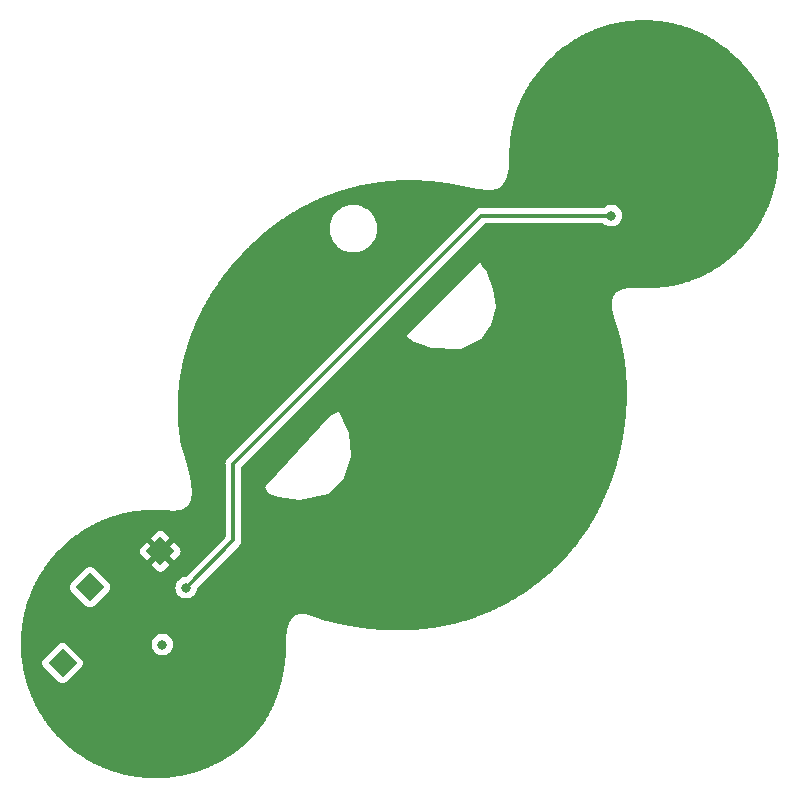
<source format=gbr>
%TF.GenerationSoftware,KiCad,Pcbnew,(6.0.0)*%
%TF.CreationDate,2022-10-29T10:39:51-07:00*%
%TF.ProjectId,tiny-osean,74696e79-2d6f-4736-9561-6e2e6b696361,rev?*%
%TF.SameCoordinates,Original*%
%TF.FileFunction,Copper,L2,Bot*%
%TF.FilePolarity,Positive*%
%FSLAX46Y46*%
G04 Gerber Fmt 4.6, Leading zero omitted, Abs format (unit mm)*
G04 Created by KiCad (PCBNEW (6.0.0)) date 2022-10-29 10:39:51*
%MOMM*%
%LPD*%
G01*
G04 APERTURE LIST*
G04 Aperture macros list*
%AMRotRect*
0 Rectangle, with rotation*
0 The origin of the aperture is its center*
0 $1 length*
0 $2 width*
0 $3 Rotation angle, in degrees counterclockwise*
0 Add horizontal line*
21,1,$1,$2,0,0,$3*%
G04 Aperture macros list end*
%TA.AperFunction,ComponentPad*%
%ADD10RotRect,1.700000X1.700000X45.000000*%
%TD*%
%TA.AperFunction,ViaPad*%
%ADD11C,0.800000*%
%TD*%
%TA.AperFunction,Conductor*%
%ADD12C,0.300000*%
%TD*%
G04 APERTURE END LIST*
D10*
%TO.P,J1,1,Pin_1*%
%TO.N,VCC*%
X128289214Y-111483120D03*
%TD*%
%TO.P,J3,1,Pin_1*%
%TO.N,GND*%
X120000000Y-120926672D03*
%TD*%
%TO.P,J2,1,Pin_1*%
%TO.N,UPDI*%
X122339843Y-114489335D03*
%TD*%
D11*
%TO.N,VCC*%
X123950652Y-121820747D03*
X142850483Y-88113888D03*
X141007739Y-90133513D03*
X139120671Y-91908980D03*
X125340589Y-121830892D03*
X142165660Y-86972516D03*
X135941379Y-91081454D03*
X141100380Y-86013763D03*
X140074350Y-91087193D03*
X141910691Y-89200125D03*
X137980630Y-92816340D03*
X136930568Y-92040207D03*
X164631401Y-76016965D03*
X168808822Y-71862372D03*
%TO.N,GND*%
X128452193Y-119383668D03*
%TO.N,Net-(R1-Pad1)*%
X130461212Y-114564033D03*
X166461212Y-83064033D03*
%TD*%
D12*
%TO.N,Net-(R1-Pad1)*%
X134461212Y-104064033D02*
X134461212Y-105564033D01*
X155461212Y-83064033D02*
X152461212Y-86064033D01*
X134461212Y-105564033D02*
X134461212Y-110564033D01*
X166461212Y-83064033D02*
X155461212Y-83064033D01*
X152461212Y-86064033D02*
X134461212Y-104064033D01*
X134461212Y-110564033D02*
X130461212Y-114564033D01*
%TD*%
%TA.AperFunction,Conductor*%
%TO.N,VCC*%
G36*
X169232139Y-66510853D02*
G01*
X169302873Y-66510923D01*
X169304264Y-66510933D01*
X169351923Y-66511539D01*
X169438811Y-66512645D01*
X169440308Y-66512673D01*
X169575212Y-66515994D01*
X169576723Y-66516040D01*
X169640977Y-66518394D01*
X169711588Y-66520980D01*
X169712999Y-66521041D01*
X169757834Y-66523207D01*
X169847257Y-66527527D01*
X169848766Y-66527609D01*
X169982744Y-66535693D01*
X169984253Y-66535793D01*
X170117538Y-66545442D01*
X170119008Y-66545557D01*
X170251841Y-66556737D01*
X170253290Y-66556867D01*
X170333396Y-66564542D01*
X170387210Y-66569698D01*
X170388694Y-66569849D01*
X170522583Y-66584339D01*
X170523991Y-66584501D01*
X170539895Y-66586408D01*
X170657075Y-66600463D01*
X170658561Y-66600650D01*
X170691998Y-66605064D01*
X170790741Y-66618100D01*
X170791901Y-66618260D01*
X170925246Y-66637462D01*
X170926395Y-66637635D01*
X171037403Y-66654993D01*
X171059134Y-66658391D01*
X171060578Y-66658625D01*
X171135640Y-66671257D01*
X171192379Y-66680805D01*
X171193791Y-66681052D01*
X171279116Y-66696453D01*
X171326046Y-66704924D01*
X171327528Y-66705201D01*
X171459245Y-66730608D01*
X171460717Y-66730900D01*
X171591224Y-66757689D01*
X171592688Y-66757999D01*
X171723728Y-66786524D01*
X171725152Y-66786843D01*
X171855629Y-66816852D01*
X171856938Y-66817162D01*
X171968526Y-66844240D01*
X171987845Y-66848928D01*
X171989289Y-66849287D01*
X172119528Y-66882526D01*
X172120996Y-66882910D01*
X172250417Y-66917605D01*
X172251841Y-66917996D01*
X172381182Y-66954300D01*
X172382516Y-66954683D01*
X172510622Y-66992324D01*
X172511881Y-66992702D01*
X172640039Y-67031993D01*
X172641489Y-67032448D01*
X172697234Y-67050277D01*
X172768509Y-67073073D01*
X172769796Y-67073493D01*
X172897047Y-67115885D01*
X172898376Y-67116336D01*
X173024693Y-67160077D01*
X173026054Y-67160558D01*
X173138679Y-67201075D01*
X173152216Y-67205945D01*
X173153586Y-67206447D01*
X173278590Y-67253060D01*
X173280031Y-67253607D01*
X173390277Y-67296260D01*
X173404865Y-67301904D01*
X173406226Y-67302440D01*
X173503931Y-67341576D01*
X173530911Y-67352383D01*
X173532333Y-67352963D01*
X173646094Y-67400148D01*
X173656215Y-67404346D01*
X173657554Y-67404911D01*
X173780806Y-67457743D01*
X173782125Y-67458319D01*
X173851258Y-67488965D01*
X173904434Y-67512538D01*
X173905777Y-67513143D01*
X174028328Y-67569193D01*
X174029724Y-67569841D01*
X174150884Y-67627054D01*
X174152107Y-67627640D01*
X174273022Y-67686445D01*
X174274194Y-67687024D01*
X174382974Y-67741657D01*
X174394445Y-67747418D01*
X174395713Y-67748064D01*
X174515119Y-67809733D01*
X174516468Y-67810440D01*
X174634528Y-67873312D01*
X174635702Y-67873946D01*
X174682123Y-67899377D01*
X174752894Y-67938148D01*
X174754177Y-67938861D01*
X174871249Y-68004787D01*
X174872503Y-68005503D01*
X174975828Y-68065358D01*
X174988858Y-68072906D01*
X174990178Y-68073681D01*
X175105407Y-68142314D01*
X175106654Y-68143067D01*
X175221845Y-68213522D01*
X175222904Y-68214178D01*
X175336508Y-68285516D01*
X175337654Y-68286245D01*
X175438588Y-68351340D01*
X175449946Y-68358665D01*
X175451277Y-68359536D01*
X175562848Y-68433502D01*
X175564020Y-68434289D01*
X175674429Y-68509279D01*
X175675705Y-68510157D01*
X175785723Y-68586875D01*
X175786910Y-68587713D01*
X175895959Y-68665639D01*
X175897234Y-68666562D01*
X176004767Y-68745452D01*
X176005922Y-68746309D01*
X176102701Y-68819025D01*
X176113276Y-68826971D01*
X176114420Y-68827841D01*
X176220617Y-68909702D01*
X176221764Y-68910598D01*
X176326711Y-68993446D01*
X176327828Y-68994337D01*
X176432171Y-69078646D01*
X176433318Y-69079585D01*
X176536482Y-69165120D01*
X176537418Y-69165906D01*
X176639271Y-69252382D01*
X176640305Y-69253270D01*
X176655776Y-69266701D01*
X176741398Y-69341037D01*
X176742610Y-69342103D01*
X176842484Y-69431082D01*
X176843488Y-69431986D01*
X176942978Y-69522554D01*
X176944138Y-69523623D01*
X177042227Y-69615188D01*
X177043256Y-69616160D01*
X177140860Y-69709347D01*
X177141982Y-69710432D01*
X177238132Y-69804534D01*
X177239099Y-69805490D01*
X177254570Y-69820969D01*
X177334386Y-69900826D01*
X177335437Y-69901891D01*
X177428826Y-69997573D01*
X177429859Y-69998643D01*
X177518622Y-70091767D01*
X177522806Y-70096157D01*
X177523778Y-70097189D01*
X177603827Y-70183165D01*
X177615318Y-70195507D01*
X177616301Y-70196576D01*
X177705825Y-70294979D01*
X177706778Y-70296039D01*
X177795587Y-70395903D01*
X177796589Y-70397043D01*
X177862379Y-70472920D01*
X177884524Y-70498460D01*
X177885461Y-70499554D01*
X177971799Y-70601492D01*
X177972612Y-70602463D01*
X178012841Y-70651066D01*
X178058267Y-70705948D01*
X178059281Y-70707188D01*
X178144034Y-70812275D01*
X178144900Y-70813362D01*
X178227976Y-70918728D01*
X178228866Y-70919870D01*
X178296105Y-71007358D01*
X178310079Y-71025540D01*
X178310978Y-71026725D01*
X178391362Y-71133912D01*
X178392225Y-71135077D01*
X178457352Y-71224076D01*
X178471330Y-71243178D01*
X178472166Y-71244334D01*
X178535117Y-71332517D01*
X178550359Y-71353869D01*
X178551238Y-71355116D01*
X178567887Y-71379068D01*
X178627962Y-71465494D01*
X178628791Y-71466702D01*
X178703860Y-71577425D01*
X178704634Y-71578580D01*
X178778462Y-71690226D01*
X178779238Y-71691417D01*
X178851805Y-71804329D01*
X178852518Y-71805451D01*
X178890227Y-71865578D01*
X178923778Y-71919076D01*
X178924564Y-71920347D01*
X178975893Y-72004431D01*
X178994459Y-72034844D01*
X178995264Y-72036181D01*
X179063835Y-72151703D01*
X179064551Y-72152925D01*
X179131155Y-72268063D01*
X179131926Y-72269414D01*
X179177014Y-72349643D01*
X179197643Y-72386351D01*
X179198407Y-72387732D01*
X179262950Y-72506025D01*
X179263626Y-72507280D01*
X179326325Y-72625352D01*
X179326987Y-72626617D01*
X179375664Y-72720921D01*
X179388473Y-72745736D01*
X179389215Y-72747197D01*
X179449304Y-72867419D01*
X179449923Y-72868675D01*
X179508292Y-72988776D01*
X179508988Y-72990231D01*
X179565890Y-73111228D01*
X179566510Y-73112567D01*
X179622355Y-73235020D01*
X179622973Y-73236396D01*
X179677493Y-73359872D01*
X179678000Y-73361037D01*
X179725918Y-73472930D01*
X179731096Y-73485022D01*
X179731717Y-73486499D01*
X179782864Y-73610438D01*
X179783067Y-73610930D01*
X179783579Y-73612189D01*
X179833550Y-73737083D01*
X179834136Y-73738576D01*
X179881942Y-73862615D01*
X179882480Y-73864036D01*
X179929285Y-73990138D01*
X179929713Y-73991312D01*
X179974906Y-74117187D01*
X179975458Y-74118756D01*
X180019025Y-74245333D01*
X180019422Y-74246507D01*
X180062007Y-74374778D01*
X180062489Y-74376259D01*
X180103101Y-74503842D01*
X180103546Y-74505270D01*
X180131012Y-74595235D01*
X180142566Y-74633082D01*
X180142989Y-74634497D01*
X180180689Y-74763373D01*
X180181111Y-74764850D01*
X180190687Y-74799130D01*
X180210455Y-74869896D01*
X180217296Y-74894387D01*
X180217675Y-74895778D01*
X180233498Y-74955132D01*
X180252358Y-75025882D01*
X180252754Y-75027404D01*
X180285927Y-75158392D01*
X180286266Y-75159764D01*
X180317955Y-75291107D01*
X180318268Y-75292438D01*
X180339435Y-75385033D01*
X180348311Y-75423862D01*
X180348652Y-75425399D01*
X180363416Y-75493914D01*
X180376994Y-75556928D01*
X180377263Y-75558210D01*
X180404092Y-75689701D01*
X180404402Y-75691271D01*
X180412617Y-75734384D01*
X180429478Y-75822864D01*
X180429709Y-75824111D01*
X180448878Y-75930519D01*
X180453453Y-75955917D01*
X180453749Y-75957632D01*
X180462219Y-76008751D01*
X180475791Y-76090664D01*
X180475998Y-76091954D01*
X180496667Y-76225254D01*
X180496908Y-76226878D01*
X180503547Y-76273757D01*
X180515659Y-76359299D01*
X180515843Y-76360652D01*
X180533211Y-76493679D01*
X180533403Y-76495228D01*
X180549143Y-76628638D01*
X180549308Y-76630111D01*
X180563051Y-76759676D01*
X180563437Y-76763318D01*
X180563580Y-76764746D01*
X180570126Y-76834190D01*
X180576139Y-76897985D01*
X180576268Y-76899444D01*
X180583019Y-76981230D01*
X180587291Y-77032993D01*
X180587411Y-77034574D01*
X180596797Y-77168882D01*
X180596884Y-77170229D01*
X180604825Y-77304531D01*
X180604915Y-77306254D01*
X180607605Y-77365514D01*
X180609994Y-77418122D01*
X180610970Y-77439632D01*
X180611022Y-77440911D01*
X180615765Y-77575570D01*
X180615812Y-77577208D01*
X180618777Y-77710753D01*
X180618800Y-77712170D01*
X180620275Y-77846876D01*
X180620283Y-77848381D01*
X180620150Y-77982231D01*
X180620141Y-77983589D01*
X180619673Y-78022131D01*
X180618505Y-78118250D01*
X180618476Y-78119812D01*
X180615170Y-78254449D01*
X180615125Y-78255940D01*
X180614581Y-78270809D01*
X180610190Y-78390881D01*
X180610130Y-78392303D01*
X180603688Y-78526817D01*
X180603605Y-78528351D01*
X180595576Y-78661901D01*
X180595472Y-78663452D01*
X180588268Y-78762420D01*
X180585745Y-78797075D01*
X180585640Y-78798420D01*
X180574519Y-78931487D01*
X180574388Y-78932954D01*
X180573606Y-78941159D01*
X180561723Y-79065772D01*
X180561656Y-79066470D01*
X180561499Y-79068011D01*
X180547429Y-79197869D01*
X180547007Y-79201763D01*
X180546849Y-79203140D01*
X180530794Y-79336674D01*
X180530629Y-79337985D01*
X180513320Y-79470224D01*
X180513095Y-79471859D01*
X180511154Y-79485317D01*
X180494025Y-79604075D01*
X180493998Y-79604260D01*
X180493785Y-79605677D01*
X180475491Y-79722824D01*
X180473049Y-79738458D01*
X180472820Y-79739866D01*
X180451085Y-79868955D01*
X180450625Y-79871687D01*
X180450392Y-79873026D01*
X180438171Y-79940981D01*
X180426500Y-80005880D01*
X180426245Y-80007253D01*
X180401127Y-80138549D01*
X180400785Y-80140271D01*
X180385858Y-80212662D01*
X180373958Y-80270370D01*
X180373680Y-80271682D01*
X180345147Y-80402969D01*
X180344809Y-80404477D01*
X180314763Y-80534992D01*
X180314444Y-80536348D01*
X180283629Y-80663677D01*
X180282776Y-80667200D01*
X180282400Y-80668707D01*
X180264786Y-80737678D01*
X180249147Y-80798912D01*
X180248788Y-80800286D01*
X180214216Y-80929556D01*
X180213790Y-80931109D01*
X180187621Y-81024103D01*
X180177444Y-81060266D01*
X180177069Y-81061571D01*
X180145914Y-81167755D01*
X180139422Y-81189881D01*
X180139046Y-81191136D01*
X180099816Y-81319399D01*
X180099401Y-81320727D01*
X180063599Y-81432750D01*
X180058881Y-81447511D01*
X180058400Y-81448986D01*
X180015964Y-81576332D01*
X180015518Y-81577646D01*
X179971849Y-81704033D01*
X179971337Y-81705485D01*
X179926098Y-81831411D01*
X179925562Y-81832874D01*
X179878972Y-81957687D01*
X179878451Y-81959059D01*
X179830133Y-82084038D01*
X179829577Y-82085451D01*
X179779639Y-82210133D01*
X179779088Y-82211485D01*
X179727828Y-82335291D01*
X179727231Y-82336709D01*
X179674325Y-82459952D01*
X179673860Y-82461019D01*
X179634725Y-82549466D01*
X179619656Y-82583523D01*
X179618995Y-82584990D01*
X179562888Y-82707542D01*
X179562313Y-82708781D01*
X179505152Y-82830115D01*
X179504537Y-82831399D01*
X179447963Y-82947627D01*
X179445900Y-82951865D01*
X179445225Y-82953230D01*
X179384759Y-83073732D01*
X179384104Y-83075019D01*
X179322610Y-83194141D01*
X179321931Y-83195434D01*
X179259087Y-83313468D01*
X179258386Y-83314767D01*
X179194298Y-83431811D01*
X179193552Y-83433154D01*
X179127536Y-83550306D01*
X179126848Y-83551512D01*
X179115959Y-83570344D01*
X179059494Y-83667991D01*
X179058699Y-83669345D01*
X178990063Y-83784518D01*
X178989419Y-83785584D01*
X178982546Y-83796835D01*
X178928882Y-83884689D01*
X178919149Y-83900622D01*
X178918275Y-83902033D01*
X178847130Y-84015126D01*
X178846370Y-84016318D01*
X178774988Y-84127013D01*
X178773765Y-84128909D01*
X178772940Y-84130171D01*
X178741680Y-84177376D01*
X178699090Y-84241689D01*
X178698311Y-84242852D01*
X178623205Y-84353390D01*
X178622399Y-84354562D01*
X178545884Y-84464483D01*
X178544967Y-84465782D01*
X178481396Y-84554586D01*
X178466981Y-84574723D01*
X178466190Y-84575815D01*
X178387308Y-84683552D01*
X178386340Y-84684857D01*
X178305854Y-84791862D01*
X178304974Y-84793018D01*
X178223082Y-84899317D01*
X178222140Y-84900524D01*
X178199038Y-84929770D01*
X178139248Y-85005458D01*
X178138517Y-85006373D01*
X178064189Y-85098339D01*
X178053998Y-85110948D01*
X178053102Y-85112044D01*
X177977797Y-85203074D01*
X177967830Y-85215122D01*
X177966806Y-85216344D01*
X177917110Y-85274846D01*
X177880543Y-85317892D01*
X177879646Y-85318936D01*
X177791939Y-85419927D01*
X177790915Y-85421091D01*
X177701950Y-85520919D01*
X177701101Y-85521861D01*
X177610432Y-85621400D01*
X177609459Y-85622455D01*
X177576518Y-85657762D01*
X177517876Y-85720614D01*
X177516831Y-85721721D01*
X177423452Y-85819410D01*
X177422516Y-85820378D01*
X177328528Y-85916623D01*
X177327360Y-85917803D01*
X177232447Y-86012467D01*
X177231478Y-86013424D01*
X177135361Y-86107238D01*
X177134580Y-86107993D01*
X177102047Y-86139082D01*
X177037133Y-86201115D01*
X177036146Y-86202048D01*
X176938374Y-86293485D01*
X176937352Y-86294431D01*
X176837828Y-86385465D01*
X176836826Y-86386371D01*
X176800612Y-86418790D01*
X176754475Y-86460092D01*
X176736958Y-86475773D01*
X176735802Y-86476795D01*
X176634823Y-86564988D01*
X176633817Y-86565858D01*
X176531576Y-86653267D01*
X176530447Y-86654220D01*
X176427404Y-86740244D01*
X176426313Y-86741144D01*
X176322034Y-86826038D01*
X176321083Y-86826804D01*
X176216725Y-86909927D01*
X176215551Y-86910851D01*
X176143375Y-86966955D01*
X176110213Y-86992732D01*
X176109043Y-86993630D01*
X176094197Y-87004889D01*
X176003154Y-87073935D01*
X176001963Y-87074827D01*
X175894500Y-87154265D01*
X175893328Y-87155120D01*
X175784238Y-87233682D01*
X175783247Y-87234388D01*
X175673346Y-87311833D01*
X175671997Y-87312769D01*
X175561674Y-87388256D01*
X175560387Y-87389125D01*
X175449849Y-87462776D01*
X175448525Y-87463646D01*
X175354346Y-87524690D01*
X175337478Y-87535623D01*
X175336253Y-87536408D01*
X175315256Y-87549669D01*
X175222996Y-87607938D01*
X175221736Y-87608723D01*
X175108266Y-87678476D01*
X175106952Y-87679272D01*
X175019126Y-87731656D01*
X174992744Y-87747392D01*
X174991480Y-87748136D01*
X174875832Y-87815192D01*
X174874716Y-87815829D01*
X174758393Y-87881281D01*
X174757176Y-87881956D01*
X174640571Y-87945689D01*
X174639158Y-87946449D01*
X174521546Y-88008801D01*
X174520033Y-88009590D01*
X174401895Y-88070186D01*
X174400389Y-88070946D01*
X174284991Y-88128192D01*
X174280961Y-88130191D01*
X174279587Y-88130862D01*
X174159439Y-88188658D01*
X174157885Y-88189392D01*
X174037632Y-88245231D01*
X174036341Y-88245822D01*
X173963474Y-88278631D01*
X173915864Y-88300068D01*
X173914166Y-88300817D01*
X173833766Y-88335603D01*
X173792715Y-88353364D01*
X173791325Y-88353956D01*
X173668427Y-88405356D01*
X173667121Y-88405893D01*
X173544111Y-88455515D01*
X173542573Y-88456123D01*
X173419433Y-88503850D01*
X173417950Y-88504414D01*
X173293196Y-88550968D01*
X173291587Y-88551556D01*
X173166631Y-88596260D01*
X173165126Y-88596788D01*
X173135131Y-88607076D01*
X173038662Y-88640163D01*
X173037086Y-88640692D01*
X172910356Y-88682297D01*
X172908810Y-88682793D01*
X172781580Y-88722754D01*
X172780034Y-88723229D01*
X172652866Y-88761270D01*
X172651349Y-88761712D01*
X172523587Y-88798150D01*
X172522081Y-88798570D01*
X172461197Y-88815120D01*
X172393367Y-88833558D01*
X172391758Y-88833984D01*
X172336538Y-88848191D01*
X172262415Y-88867261D01*
X172260767Y-88867673D01*
X172131325Y-88899122D01*
X172129753Y-88899494D01*
X172083493Y-88910107D01*
X172000737Y-88929092D01*
X171999274Y-88929418D01*
X171869848Y-88957441D01*
X171868476Y-88957729D01*
X171739667Y-88983992D01*
X171737966Y-88984326D01*
X171607309Y-89009033D01*
X171606173Y-89009241D01*
X171474539Y-89032652D01*
X171472936Y-89032925D01*
X171421496Y-89041343D01*
X171340858Y-89054540D01*
X171339416Y-89054767D01*
X171237912Y-89070093D01*
X171206627Y-89074817D01*
X171205008Y-89075050D01*
X171072738Y-89093262D01*
X171071308Y-89093450D01*
X170957982Y-89107627D01*
X170938917Y-89110012D01*
X170937448Y-89110187D01*
X170805807Y-89125088D01*
X170804326Y-89125247D01*
X170672246Y-89138541D01*
X170670831Y-89138673D01*
X170537646Y-89150402D01*
X170536192Y-89150521D01*
X170496220Y-89153556D01*
X170403182Y-89160620D01*
X170401777Y-89160719D01*
X170268767Y-89169324D01*
X170267131Y-89169419D01*
X170209798Y-89172380D01*
X170133993Y-89176294D01*
X170132447Y-89176364D01*
X169998695Y-89181498D01*
X169997678Y-89181533D01*
X169864184Y-89185475D01*
X169862460Y-89185514D01*
X169849266Y-89185722D01*
X169728930Y-89187620D01*
X169727699Y-89187634D01*
X169593286Y-89188440D01*
X169591664Y-89188439D01*
X169512127Y-89187893D01*
X169457410Y-89187517D01*
X169456097Y-89187500D01*
X169359672Y-89185779D01*
X169322315Y-89185112D01*
X169321004Y-89185082D01*
X169186104Y-89181269D01*
X169184746Y-89181223D01*
X169050909Y-89175995D01*
X169049513Y-89175933D01*
X168938725Y-89170374D01*
X168928157Y-89169396D01*
X168920286Y-89168332D01*
X168920282Y-89168332D01*
X168915462Y-89167680D01*
X168910606Y-89167777D01*
X168910599Y-89167777D01*
X168898145Y-89168027D01*
X168889309Y-89167894D01*
X168879582Y-89167406D01*
X168879576Y-89167406D01*
X168875109Y-89167182D01*
X168866027Y-89168021D01*
X168861546Y-89168435D01*
X168852481Y-89168944D01*
X168799323Y-89170010D01*
X168747611Y-89171047D01*
X168746947Y-89171058D01*
X168725027Y-89171369D01*
X168615194Y-89172925D01*
X168613673Y-89172938D01*
X168520918Y-89173132D01*
X168519751Y-89173093D01*
X168518495Y-89172908D01*
X168480779Y-89173214D01*
X168480180Y-89173218D01*
X168445507Y-89173290D01*
X168444253Y-89173472D01*
X168443071Y-89173520D01*
X168404487Y-89173834D01*
X168382763Y-89174011D01*
X168378660Y-89173921D01*
X168375154Y-89173466D01*
X168341060Y-89174331D01*
X168338997Y-89174366D01*
X168307874Y-89174619D01*
X168304387Y-89175148D01*
X168300138Y-89175370D01*
X168240988Y-89176870D01*
X168234576Y-89176870D01*
X168233042Y-89176831D01*
X168228198Y-89176331D01*
X168223337Y-89176582D01*
X168223332Y-89176582D01*
X168196968Y-89177944D01*
X168193665Y-89178071D01*
X168170016Y-89178671D01*
X168170014Y-89178671D01*
X168165527Y-89178785D01*
X168161106Y-89179533D01*
X168158066Y-89179827D01*
X168152435Y-89180244D01*
X168093510Y-89183288D01*
X168086851Y-89183232D01*
X168086852Y-89183365D01*
X168081985Y-89183407D01*
X168077128Y-89183074D01*
X168048527Y-89185538D01*
X168044227Y-89185834D01*
X168041348Y-89185982D01*
X168023144Y-89186922D01*
X168023137Y-89186923D01*
X168018662Y-89187154D01*
X168014266Y-89188017D01*
X168009808Y-89188567D01*
X168009801Y-89188512D01*
X168003195Y-89189443D01*
X167989445Y-89190627D01*
X167938837Y-89194986D01*
X167925332Y-89195410D01*
X167925168Y-89195419D01*
X167920303Y-89195306D01*
X167915479Y-89195943D01*
X167915478Y-89195943D01*
X167895300Y-89198607D01*
X167889621Y-89199226D01*
X167872090Y-89200736D01*
X167867620Y-89201121D01*
X167862709Y-89202261D01*
X167862181Y-89202384D01*
X167850175Y-89204565D01*
X167842154Y-89205624D01*
X167778379Y-89214044D01*
X167766014Y-89215059D01*
X167757872Y-89215324D01*
X167753096Y-89216228D01*
X167753093Y-89216228D01*
X167736338Y-89219398D01*
X167729407Y-89220510D01*
X167715218Y-89222383D01*
X167715215Y-89222384D01*
X167710766Y-89222971D01*
X167702164Y-89225384D01*
X167691563Y-89227870D01*
X167611155Y-89243082D01*
X167601453Y-89244529D01*
X167591509Y-89245618D01*
X167591507Y-89245618D01*
X167586672Y-89246148D01*
X167581976Y-89247415D01*
X167581972Y-89247416D01*
X167571916Y-89250130D01*
X167562509Y-89252286D01*
X167554938Y-89253718D01*
X167554934Y-89253719D01*
X167550531Y-89254552D01*
X167535662Y-89259633D01*
X167527755Y-89262047D01*
X167435791Y-89286862D01*
X167428842Y-89288527D01*
X167412298Y-89291998D01*
X167412282Y-89292003D01*
X167407529Y-89293000D01*
X167402987Y-89294716D01*
X167402974Y-89294720D01*
X167399504Y-89296032D01*
X167387795Y-89299814D01*
X167382504Y-89301242D01*
X167361631Y-89310210D01*
X167356447Y-89312302D01*
X167253191Y-89351318D01*
X167250472Y-89352309D01*
X167219060Y-89363332D01*
X167214781Y-89365625D01*
X167214331Y-89365823D01*
X167212841Y-89366565D01*
X167210439Y-89367473D01*
X167179019Y-89384782D01*
X167178036Y-89385316D01*
X167128859Y-89411669D01*
X167125126Y-89413382D01*
X167121239Y-89414275D01*
X167060906Y-89448061D01*
X167058956Y-89449129D01*
X167033883Y-89462565D01*
X167031013Y-89464676D01*
X167028154Y-89466377D01*
X167027931Y-89466526D01*
X167023687Y-89468902D01*
X167019859Y-89471903D01*
X167019858Y-89471904D01*
X167001254Y-89486491D01*
X166998164Y-89488838D01*
X166953579Y-89521631D01*
X166953576Y-89521634D01*
X166946347Y-89526951D01*
X166943975Y-89530058D01*
X166923358Y-89544782D01*
X166923455Y-89544922D01*
X166916078Y-89550036D01*
X166908048Y-89554054D01*
X166901470Y-89560163D01*
X166901467Y-89560165D01*
X166873784Y-89585874D01*
X166865784Y-89592704D01*
X166858305Y-89598568D01*
X166846344Y-89611062D01*
X166841099Y-89616227D01*
X166826121Y-89630137D01*
X166823107Y-89633958D01*
X166820674Y-89637042D01*
X166812764Y-89646138D01*
X166789364Y-89670580D01*
X166789362Y-89670582D01*
X166783159Y-89677062D01*
X166779023Y-89685023D01*
X166779021Y-89685026D01*
X166777189Y-89688552D01*
X166764307Y-89708496D01*
X166758376Y-89716015D01*
X166740916Y-89734073D01*
X166740818Y-89734183D01*
X166733960Y-89739978D01*
X166708078Y-89779077D01*
X166701951Y-89787544D01*
X166695998Y-89795091D01*
X166688643Y-89807770D01*
X166687385Y-89809938D01*
X166683464Y-89816259D01*
X166674933Y-89829146D01*
X166674928Y-89829154D01*
X166672245Y-89833208D01*
X166668532Y-89841298D01*
X166663011Y-89851954D01*
X166659234Y-89858465D01*
X166641471Y-89889086D01*
X166639327Y-89897802D01*
X166638401Y-89901565D01*
X166630571Y-89924007D01*
X166628951Y-89927538D01*
X166625884Y-89933320D01*
X166622233Y-89937767D01*
X166618714Y-89946022D01*
X166596520Y-89998087D01*
X166595136Y-90001216D01*
X166584141Y-90025171D01*
X166582867Y-90029471D01*
X166581810Y-90032286D01*
X166580473Y-90035623D01*
X166580300Y-90036135D01*
X166578389Y-90040618D01*
X166577192Y-90045336D01*
X166571987Y-90065848D01*
X166570669Y-90070640D01*
X166553272Y-90129360D01*
X166553243Y-90137502D01*
X166551164Y-90147914D01*
X166538018Y-90199726D01*
X166537589Y-90201416D01*
X166536975Y-90203743D01*
X166527668Y-90237685D01*
X166527119Y-90242515D01*
X166526991Y-90243181D01*
X166526584Y-90244784D01*
X166526130Y-90249041D01*
X166522391Y-90284095D01*
X166522298Y-90284938D01*
X166512509Y-90371088D01*
X166510093Y-90392345D01*
X166509133Y-90399137D01*
X166505378Y-90421296D01*
X166505313Y-90426154D01*
X166505271Y-90429243D01*
X166504477Y-90441763D01*
X166503931Y-90446569D01*
X166504061Y-90451047D01*
X166504061Y-90451054D01*
X166504611Y-90469944D01*
X166504653Y-90475298D01*
X166503387Y-90569669D01*
X166502868Y-90579522D01*
X166501965Y-90589333D01*
X166501965Y-90589341D01*
X166501519Y-90594187D01*
X166502486Y-90609584D01*
X166502723Y-90619157D01*
X166502557Y-90631494D01*
X166503134Y-90635944D01*
X166504556Y-90646920D01*
X166505353Y-90655213D01*
X166510562Y-90738150D01*
X166510742Y-90750177D01*
X166510604Y-90754400D01*
X166510442Y-90759332D01*
X166511033Y-90764166D01*
X166511033Y-90764168D01*
X166512978Y-90780079D01*
X166513661Y-90787469D01*
X166514777Y-90805237D01*
X166515689Y-90809623D01*
X166516805Y-90814990D01*
X166518512Y-90825353D01*
X166527430Y-90898318D01*
X166528309Y-90911421D01*
X166528350Y-90911880D01*
X166528409Y-90916751D01*
X166529217Y-90921558D01*
X166532611Y-90941750D01*
X166533423Y-90947347D01*
X166536120Y-90969406D01*
X166537291Y-90973741D01*
X166537292Y-90973745D01*
X166537543Y-90974676D01*
X166540158Y-90986641D01*
X166551063Y-91051506D01*
X166551856Y-91058803D01*
X166551909Y-91058796D01*
X166552525Y-91063622D01*
X166552768Y-91068482D01*
X166553754Y-91073238D01*
X166553755Y-91073249D01*
X166558371Y-91095523D01*
X166559248Y-91100200D01*
X166562562Y-91119916D01*
X166562566Y-91119932D01*
X166563308Y-91124347D01*
X166564670Y-91128617D01*
X166565545Y-91132229D01*
X166567601Y-91140067D01*
X166580031Y-91200052D01*
X166581100Y-91205903D01*
X166581807Y-91210363D01*
X166582195Y-91215215D01*
X166583326Y-91219952D01*
X166589166Y-91244417D01*
X166589988Y-91248105D01*
X166594559Y-91270161D01*
X166594561Y-91270169D01*
X166595470Y-91274554D01*
X166596991Y-91278766D01*
X166598212Y-91283084D01*
X166598068Y-91283125D01*
X166599737Y-91288697D01*
X166613583Y-91346698D01*
X166614868Y-91352812D01*
X166615348Y-91357455D01*
X166616588Y-91362163D01*
X166623567Y-91388669D01*
X166624274Y-91391488D01*
X166631034Y-91419806D01*
X166632684Y-91423980D01*
X166632873Y-91424578D01*
X166634549Y-91430377D01*
X166644677Y-91468834D01*
X166649601Y-91487534D01*
X166650769Y-91492548D01*
X166651275Y-91496632D01*
X166660378Y-91528561D01*
X166661040Y-91530978D01*
X166668695Y-91560050D01*
X166670291Y-91563827D01*
X166671883Y-91568919D01*
X166681267Y-91601834D01*
X166688139Y-91625941D01*
X166689132Y-91629870D01*
X166689620Y-91633325D01*
X166691033Y-91637981D01*
X166691034Y-91637984D01*
X166699536Y-91665991D01*
X166700141Y-91668044D01*
X166702138Y-91675050D01*
X166708676Y-91697981D01*
X166710092Y-91701153D01*
X166711413Y-91705114D01*
X166729018Y-91763107D01*
X166729732Y-91765765D01*
X166730129Y-91768342D01*
X166731601Y-91772979D01*
X166740878Y-91802212D01*
X166741347Y-91803724D01*
X166749494Y-91830561D01*
X166749501Y-91830578D01*
X166750802Y-91834865D01*
X166751903Y-91837221D01*
X166752835Y-91839885D01*
X166771395Y-91898367D01*
X166772064Y-91900743D01*
X166772455Y-91903098D01*
X166773981Y-91907722D01*
X166773982Y-91907725D01*
X166783712Y-91937204D01*
X166784157Y-91938577D01*
X166794096Y-91969893D01*
X166795134Y-91972046D01*
X166795978Y-91974367D01*
X166814739Y-92031203D01*
X166815055Y-92032290D01*
X166815268Y-92033529D01*
X166816352Y-92036749D01*
X166816355Y-92036759D01*
X166827289Y-92069235D01*
X166827513Y-92069906D01*
X166838373Y-92102807D01*
X166838930Y-92103928D01*
X166839338Y-92105020D01*
X166858542Y-92162060D01*
X166858874Y-92163175D01*
X166859094Y-92164414D01*
X166860201Y-92167639D01*
X166860205Y-92167651D01*
X166871332Y-92200054D01*
X166871576Y-92200772D01*
X166882605Y-92233531D01*
X166883175Y-92234661D01*
X166883595Y-92235766D01*
X166903249Y-92293004D01*
X166903370Y-92293406D01*
X166903458Y-92293891D01*
X166916311Y-92331043D01*
X166927864Y-92364689D01*
X166928087Y-92365125D01*
X166928228Y-92365492D01*
X166951975Y-92434132D01*
X166958192Y-92452104D01*
X166959123Y-92454903D01*
X166997156Y-92573777D01*
X166997830Y-92575950D01*
X167035897Y-92702774D01*
X167036216Y-92703854D01*
X167074337Y-92835109D01*
X167074630Y-92836134D01*
X167092336Y-92899081D01*
X167105417Y-92945582D01*
X167111819Y-92968343D01*
X167112042Y-92969146D01*
X167125226Y-93017366D01*
X167148091Y-93100991D01*
X167148385Y-93102087D01*
X167183138Y-93233847D01*
X167183383Y-93234790D01*
X167217349Y-93367723D01*
X167217568Y-93368591D01*
X167250666Y-93502077D01*
X167250933Y-93503178D01*
X167282460Y-93635404D01*
X167282660Y-93636256D01*
X167313436Y-93769549D01*
X167313628Y-93770394D01*
X167326643Y-93829004D01*
X167343215Y-93903634D01*
X167343424Y-93904595D01*
X167371825Y-94037382D01*
X167372012Y-94038271D01*
X167399596Y-94171946D01*
X167399789Y-94172899D01*
X167426408Y-94307119D01*
X167426556Y-94307878D01*
X167452424Y-94442640D01*
X167452617Y-94443667D01*
X167477228Y-94577888D01*
X167477400Y-94578848D01*
X167479556Y-94591139D01*
X167501148Y-94714261D01*
X167501238Y-94714790D01*
X167523823Y-94849890D01*
X167523968Y-94850782D01*
X167545531Y-94986555D01*
X167566257Y-95121456D01*
X167566386Y-95122315D01*
X167570740Y-95152349D01*
X167585896Y-95256902D01*
X167586036Y-95257895D01*
X167604630Y-95393773D01*
X167604735Y-95394562D01*
X167622591Y-95531482D01*
X167622705Y-95532377D01*
X167639481Y-95668845D01*
X167639546Y-95669392D01*
X167655318Y-95805200D01*
X167655425Y-95806157D01*
X167670230Y-95942743D01*
X167670319Y-95943587D01*
X167684179Y-96080029D01*
X167684266Y-96080920D01*
X167697140Y-96217277D01*
X167697222Y-96218183D01*
X167706619Y-96326628D01*
X167709027Y-96354425D01*
X167709086Y-96355133D01*
X167719884Y-96490697D01*
X167720044Y-96492705D01*
X167720095Y-96493362D01*
X167730358Y-96631316D01*
X167730418Y-96632169D01*
X167739689Y-96769368D01*
X167739756Y-96770427D01*
X167747868Y-96907646D01*
X167747912Y-96908434D01*
X167755194Y-97046254D01*
X167755237Y-97047120D01*
X167756557Y-97076246D01*
X167761436Y-97183933D01*
X167761471Y-97184767D01*
X167766823Y-97323163D01*
X167766848Y-97323858D01*
X167771400Y-97461190D01*
X167771429Y-97462206D01*
X167772525Y-97506638D01*
X167774832Y-97600217D01*
X167774847Y-97600935D01*
X167777458Y-97738721D01*
X167777471Y-97739488D01*
X167779242Y-97877198D01*
X167779249Y-97877982D01*
X167780039Y-98010099D01*
X167780074Y-98015976D01*
X167780076Y-98016856D01*
X167779937Y-98154523D01*
X167779933Y-98155395D01*
X167778848Y-98292257D01*
X167778840Y-98292973D01*
X167776983Y-98429410D01*
X167776967Y-98430337D01*
X167774107Y-98566719D01*
X167774091Y-98567416D01*
X167771435Y-98665718D01*
X167770388Y-98704486D01*
X167770366Y-98705215D01*
X167765888Y-98841730D01*
X167765860Y-98842507D01*
X167760533Y-98979169D01*
X167760494Y-98980096D01*
X167754086Y-99118317D01*
X167754054Y-99118967D01*
X167746749Y-99257625D01*
X167746728Y-99257999D01*
X167739203Y-99384923D01*
X167738582Y-99395394D01*
X167738534Y-99396165D01*
X167732775Y-99483287D01*
X167729484Y-99533061D01*
X167729430Y-99533836D01*
X167719512Y-99671005D01*
X167719460Y-99671699D01*
X167708765Y-99809062D01*
X167708682Y-99810074D01*
X167696923Y-99946842D01*
X167696869Y-99947445D01*
X167685226Y-100074964D01*
X167684320Y-100084885D01*
X167684257Y-100085559D01*
X167682161Y-100107154D01*
X167670905Y-100223146D01*
X167670819Y-100223997D01*
X167656680Y-100360084D01*
X167656597Y-100360860D01*
X167641647Y-100496572D01*
X167641541Y-100497506D01*
X167625495Y-100633811D01*
X167625432Y-100634333D01*
X167610718Y-100753825D01*
X167608579Y-100771193D01*
X167608504Y-100771786D01*
X167592123Y-100898652D01*
X167590902Y-100908105D01*
X167590818Y-100908739D01*
X167572762Y-101041951D01*
X167572350Y-101044991D01*
X167572232Y-101045837D01*
X167552813Y-101182143D01*
X167552703Y-101182904D01*
X167532504Y-101318746D01*
X167532369Y-101319629D01*
X167511246Y-101455080D01*
X167511142Y-101455738D01*
X167489209Y-101591657D01*
X167489090Y-101592382D01*
X167466463Y-101727581D01*
X167466330Y-101728357D01*
X167442730Y-101864154D01*
X167442598Y-101864899D01*
X167418154Y-102000712D01*
X167417959Y-102001772D01*
X167410438Y-102041603D01*
X167395590Y-102120237D01*
X167392342Y-102137436D01*
X167392250Y-102137916D01*
X167366069Y-102273678D01*
X167365912Y-102274480D01*
X167347416Y-102367041D01*
X167339194Y-102408184D01*
X167339027Y-102409005D01*
X167325283Y-102475308D01*
X167311051Y-102543957D01*
X167310928Y-102544542D01*
X167286353Y-102659694D01*
X167282104Y-102679602D01*
X167281949Y-102680317D01*
X167256041Y-102797663D01*
X167252294Y-102814635D01*
X167252157Y-102815249D01*
X167247846Y-102834323D01*
X167225232Y-102934371D01*
X167221610Y-102950393D01*
X167221438Y-102951139D01*
X167190099Y-103085476D01*
X167189925Y-103086209D01*
X167161167Y-103205882D01*
X167157745Y-103220122D01*
X167157636Y-103220572D01*
X167136461Y-103306799D01*
X167124674Y-103354795D01*
X167124452Y-103355684D01*
X167101017Y-103448204D01*
X167090692Y-103488964D01*
X167090499Y-103489716D01*
X167057991Y-103614806D01*
X167056063Y-103622223D01*
X167055891Y-103622878D01*
X167047735Y-103653457D01*
X167020464Y-103755701D01*
X167020251Y-103756488D01*
X166984088Y-103888630D01*
X166983890Y-103889347D01*
X166946617Y-104022454D01*
X166946410Y-104023184D01*
X166908583Y-104155201D01*
X166908335Y-104156056D01*
X166905960Y-104164130D01*
X166875740Y-104266854D01*
X166869363Y-104288529D01*
X166869189Y-104289114D01*
X166864790Y-104303770D01*
X166829676Y-104420760D01*
X166829422Y-104421597D01*
X166788841Y-104553469D01*
X166788600Y-104554244D01*
X166747327Y-104685355D01*
X166747084Y-104686117D01*
X166733900Y-104727089D01*
X166723534Y-104759304D01*
X166704854Y-104817354D01*
X166704623Y-104818064D01*
X166661559Y-104948872D01*
X166661399Y-104949354D01*
X166630200Y-105042480D01*
X166617636Y-105079981D01*
X166617378Y-105080744D01*
X166595905Y-105143353D01*
X166572900Y-105210426D01*
X166572628Y-105211209D01*
X166532918Y-105324556D01*
X166527311Y-105340559D01*
X166527059Y-105341271D01*
X166481373Y-105468959D01*
X166480605Y-105471105D01*
X166480374Y-105471743D01*
X166444240Y-105570843D01*
X166433340Y-105600736D01*
X166433054Y-105601515D01*
X166389102Y-105719528D01*
X166384717Y-105731301D01*
X166384492Y-105731898D01*
X166346775Y-105831298D01*
X166335780Y-105860273D01*
X166335504Y-105860992D01*
X166289531Y-105979685D01*
X166285812Y-105989286D01*
X166285541Y-105989980D01*
X166234923Y-106118405D01*
X166234661Y-106119065D01*
X166183610Y-106246120D01*
X166183354Y-106246752D01*
X166134888Y-106364802D01*
X166130879Y-106374566D01*
X166130652Y-106375116D01*
X166103210Y-106440973D01*
X166077973Y-106501539D01*
X166077600Y-106502426D01*
X166024009Y-106628323D01*
X166023707Y-106629026D01*
X165968906Y-106755627D01*
X165968540Y-106756462D01*
X165959103Y-106777819D01*
X165913139Y-106881842D01*
X165912837Y-106882521D01*
X165856776Y-107007398D01*
X165856411Y-107008203D01*
X165798826Y-107134102D01*
X165798609Y-107134574D01*
X165740758Y-107259088D01*
X165740470Y-107259703D01*
X165682021Y-107383089D01*
X165681663Y-107383837D01*
X165621772Y-107508143D01*
X165621383Y-107508944D01*
X165560699Y-107632652D01*
X165560326Y-107633405D01*
X165513745Y-107726672D01*
X165499054Y-107756087D01*
X165498761Y-107756670D01*
X165436332Y-107879858D01*
X165435972Y-107880559D01*
X165373788Y-108000976D01*
X165373093Y-108002321D01*
X165372729Y-108003021D01*
X165327263Y-108089629D01*
X165309048Y-108124327D01*
X165308682Y-108125018D01*
X165261750Y-108213087D01*
X165244412Y-108245621D01*
X165243945Y-108246490D01*
X165178187Y-108367590D01*
X165177779Y-108368336D01*
X165111101Y-108489180D01*
X165110691Y-108489916D01*
X165048516Y-108600733D01*
X165043593Y-108609507D01*
X165043318Y-108609994D01*
X164975395Y-108729256D01*
X164974941Y-108730046D01*
X164906340Y-108848233D01*
X164906137Y-108848582D01*
X164905848Y-108849077D01*
X164836260Y-108967397D01*
X164835807Y-108968159D01*
X164775219Y-109069249D01*
X164765486Y-109085489D01*
X164765026Y-109086250D01*
X164693714Y-109203350D01*
X164693283Y-109204053D01*
X164621255Y-109320605D01*
X164620853Y-109321250D01*
X164574230Y-109395485D01*
X164548016Y-109437223D01*
X164547476Y-109438074D01*
X164473953Y-109553084D01*
X164473496Y-109553794D01*
X164398968Y-109668672D01*
X164398445Y-109669471D01*
X164322526Y-109784574D01*
X164322105Y-109785209D01*
X164245488Y-109899574D01*
X164245108Y-109900137D01*
X164186688Y-109986044D01*
X164168460Y-110012848D01*
X164167882Y-110013690D01*
X164090630Y-110125333D01*
X164090071Y-110126134D01*
X164010925Y-110238639D01*
X164010446Y-110239315D01*
X163930895Y-110350831D01*
X163930331Y-110351614D01*
X163867659Y-110438017D01*
X163850152Y-110462152D01*
X163849614Y-110462888D01*
X163768529Y-110572904D01*
X163768115Y-110573461D01*
X163754698Y-110591394D01*
X163686390Y-110682686D01*
X163685786Y-110683487D01*
X163661595Y-110715287D01*
X163602501Y-110792966D01*
X163602184Y-110793380D01*
X163518260Y-110902003D01*
X163517816Y-110902573D01*
X163433469Y-111010178D01*
X163432786Y-111011042D01*
X163350337Y-111114330D01*
X163348143Y-111117078D01*
X163347519Y-111117853D01*
X163297995Y-111178887D01*
X163261405Y-111223980D01*
X163260927Y-111224565D01*
X163177135Y-111326519D01*
X163173841Y-111330527D01*
X163173178Y-111331327D01*
X163085205Y-111436316D01*
X162996441Y-111540887D01*
X162995974Y-111541432D01*
X162910018Y-111640876D01*
X162907146Y-111644199D01*
X162906563Y-111644869D01*
X162816913Y-111747120D01*
X162816222Y-111747901D01*
X162803170Y-111762542D01*
X162725360Y-111849821D01*
X162724677Y-111850581D01*
X162633518Y-111951157D01*
X162633069Y-111951650D01*
X162579179Y-112010178D01*
X162540707Y-112051960D01*
X162540086Y-112052629D01*
X162446537Y-112152592D01*
X162445878Y-112153290D01*
X162352195Y-112251879D01*
X162351472Y-112252633D01*
X162321077Y-112284084D01*
X162257289Y-112350087D01*
X162256529Y-112350867D01*
X162187647Y-112420920D01*
X162160432Y-112448597D01*
X162159938Y-112449095D01*
X162063352Y-112545827D01*
X162062964Y-112546213D01*
X162020652Y-112587932D01*
X161965573Y-112642240D01*
X161965006Y-112642796D01*
X161866541Y-112738631D01*
X161866047Y-112739107D01*
X161767141Y-112834162D01*
X161766540Y-112834736D01*
X161667958Y-112928237D01*
X161667387Y-112928776D01*
X161567392Y-113022440D01*
X161566763Y-113023025D01*
X161465924Y-113116197D01*
X161465285Y-113116783D01*
X161364440Y-113208682D01*
X161363835Y-113209230D01*
X161262762Y-113300145D01*
X161262187Y-113300659D01*
X161183803Y-113370221D01*
X161159370Y-113391904D01*
X161158773Y-113392430D01*
X161055780Y-113482675D01*
X161055076Y-113483288D01*
X160960577Y-113564861D01*
X160951645Y-113572571D01*
X160951056Y-113573076D01*
X160846445Y-113662259D01*
X160845768Y-113662832D01*
X160740961Y-113750915D01*
X160740357Y-113751419D01*
X160635118Y-113838645D01*
X160634595Y-113839076D01*
X160528457Y-113925834D01*
X160527750Y-113926407D01*
X160426936Y-114007606D01*
X160421314Y-114012134D01*
X160420877Y-114012484D01*
X160312928Y-114098255D01*
X160312427Y-114098649D01*
X160274623Y-114128260D01*
X160204438Y-114183235D01*
X160203685Y-114183821D01*
X160094715Y-114267852D01*
X160094142Y-114268290D01*
X159984763Y-114351642D01*
X159983933Y-114352270D01*
X159874741Y-114434063D01*
X159874077Y-114434557D01*
X159764505Y-114515516D01*
X159763870Y-114515982D01*
X159654497Y-114595742D01*
X159653724Y-114596301D01*
X159542534Y-114675959D01*
X159542048Y-114676305D01*
X159429977Y-114755509D01*
X159429208Y-114756048D01*
X159316490Y-114834455D01*
X159315856Y-114834894D01*
X159203312Y-114912163D01*
X159202471Y-114912735D01*
X159089866Y-114988716D01*
X159089084Y-114989239D01*
X158974835Y-115065093D01*
X158974169Y-115065532D01*
X158858580Y-115141226D01*
X158857916Y-115141657D01*
X158743056Y-115215675D01*
X158742457Y-115216058D01*
X158626362Y-115289624D01*
X158625601Y-115290102D01*
X158508654Y-115363044D01*
X158507952Y-115363479D01*
X158390878Y-115435438D01*
X158390116Y-115435902D01*
X158273278Y-115506377D01*
X158272585Y-115506792D01*
X158154087Y-115577117D01*
X158153802Y-115577285D01*
X158035499Y-115646459D01*
X158034656Y-115646947D01*
X157915836Y-115715109D01*
X157915038Y-115715562D01*
X157796132Y-115782627D01*
X157795497Y-115782983D01*
X157704783Y-115833295D01*
X157676261Y-115849114D01*
X157675511Y-115849526D01*
X157555403Y-115915077D01*
X157554608Y-115915506D01*
X157433471Y-115980336D01*
X157432920Y-115980629D01*
X157376023Y-116010582D01*
X157310832Y-116044901D01*
X157310041Y-116045314D01*
X157187577Y-116108681D01*
X157186673Y-116109143D01*
X157115562Y-116145174D01*
X157066282Y-116170144D01*
X157064606Y-116170993D01*
X157063878Y-116171359D01*
X157047560Y-116179491D01*
X156940537Y-116232826D01*
X156939678Y-116233250D01*
X156816025Y-116293703D01*
X156815164Y-116294120D01*
X156690832Y-116353740D01*
X156689966Y-116354151D01*
X156566092Y-116412396D01*
X156565205Y-116412809D01*
X156440874Y-116470095D01*
X156440149Y-116470426D01*
X156316033Y-116526664D01*
X156315104Y-116527081D01*
X156284730Y-116540549D01*
X156190603Y-116582285D01*
X156190010Y-116582545D01*
X156063478Y-116637432D01*
X156062784Y-116637730D01*
X155936904Y-116691438D01*
X155935952Y-116691840D01*
X155810728Y-116744059D01*
X155809853Y-116744420D01*
X155683006Y-116796201D01*
X155682120Y-116796558D01*
X155626496Y-116818774D01*
X155586912Y-116834584D01*
X155555021Y-116847321D01*
X155554162Y-116847661D01*
X155426326Y-116897635D01*
X155425540Y-116897939D01*
X155297529Y-116946996D01*
X155296469Y-116947397D01*
X155168787Y-116995016D01*
X155168069Y-116995281D01*
X155039879Y-117042186D01*
X155039206Y-117042429D01*
X154910859Y-117088318D01*
X154910259Y-117088531D01*
X154781284Y-117133529D01*
X154780474Y-117133808D01*
X154651635Y-117177720D01*
X154650679Y-117178042D01*
X154521171Y-117221028D01*
X154520368Y-117221291D01*
X154478115Y-117234989D01*
X154390633Y-117263349D01*
X154389764Y-117263628D01*
X154259326Y-117304863D01*
X154258642Y-117305077D01*
X154128480Y-117345224D01*
X154127691Y-117345464D01*
X154012416Y-117380008D01*
X153997783Y-117384393D01*
X153996874Y-117384662D01*
X153866441Y-117422681D01*
X153865621Y-117422917D01*
X153733740Y-117460392D01*
X153732882Y-117460632D01*
X153600611Y-117497208D01*
X153599680Y-117497462D01*
X153529394Y-117516320D01*
X153467255Y-117532992D01*
X153466751Y-117533125D01*
X153334474Y-117567603D01*
X153333777Y-117567781D01*
X153202269Y-117601031D01*
X153201295Y-117601273D01*
X153146904Y-117614565D01*
X153068288Y-117633777D01*
X153067579Y-117633947D01*
X153058218Y-117636170D01*
X152934003Y-117665666D01*
X152933088Y-117665880D01*
X152800056Y-117696422D01*
X152799251Y-117696604D01*
X152665451Y-117726332D01*
X152664629Y-117726512D01*
X152530125Y-117755277D01*
X152529478Y-117755413D01*
X152411502Y-117779807D01*
X152395242Y-117783169D01*
X152394629Y-117783294D01*
X152259635Y-117810223D01*
X152258918Y-117810363D01*
X152123461Y-117836360D01*
X152122763Y-117836491D01*
X151989029Y-117861307D01*
X151987926Y-117861507D01*
X151853223Y-117885265D01*
X151852377Y-117885411D01*
X151717175Y-117908308D01*
X151716314Y-117908451D01*
X151580935Y-117930414D01*
X151580081Y-117930549D01*
X151548471Y-117935455D01*
X151444808Y-117951543D01*
X151444101Y-117951651D01*
X151339614Y-117967096D01*
X151308985Y-117971623D01*
X151308219Y-117971734D01*
X151264887Y-117977867D01*
X151172782Y-117990903D01*
X151171798Y-117991038D01*
X151163087Y-117992196D01*
X151036711Y-118008997D01*
X151036001Y-118009089D01*
X150899494Y-118026448D01*
X150898591Y-118026559D01*
X150762778Y-118042739D01*
X150762191Y-118042807D01*
X150697286Y-118050126D01*
X150625968Y-118058168D01*
X150624940Y-118058280D01*
X150517813Y-118069471D01*
X150489113Y-118072469D01*
X150488457Y-118072536D01*
X150463492Y-118075000D01*
X150351370Y-118086066D01*
X150350475Y-118086151D01*
X150283045Y-118092321D01*
X150214298Y-118098611D01*
X150213639Y-118098669D01*
X150076894Y-118110225D01*
X150076199Y-118110281D01*
X150019320Y-118114693D01*
X149939973Y-118120848D01*
X149939155Y-118120908D01*
X149802805Y-118130591D01*
X149801884Y-118130653D01*
X149681513Y-118138316D01*
X149664898Y-118139374D01*
X149664175Y-118139418D01*
X149526967Y-118147296D01*
X149526346Y-118147329D01*
X149425148Y-118152430D01*
X149389963Y-118154204D01*
X149389079Y-118154246D01*
X149252410Y-118160173D01*
X149251662Y-118160203D01*
X149114015Y-118165353D01*
X149113154Y-118165382D01*
X149007248Y-118168620D01*
X148976797Y-118169551D01*
X148976006Y-118169572D01*
X148839412Y-118172821D01*
X148838780Y-118172834D01*
X148728591Y-118174693D01*
X148701629Y-118175148D01*
X148700833Y-118175159D01*
X148563789Y-118176605D01*
X148563088Y-118176610D01*
X148425758Y-118177294D01*
X148424879Y-118177296D01*
X148342144Y-118177131D01*
X148287262Y-118177022D01*
X148286517Y-118177017D01*
X148149348Y-118175798D01*
X148148676Y-118175790D01*
X148127889Y-118175486D01*
X148010671Y-118173773D01*
X148009770Y-118173756D01*
X147923923Y-118171886D01*
X147871831Y-118170752D01*
X147871309Y-118170739D01*
X147733460Y-118166940D01*
X147732768Y-118166918D01*
X147594491Y-118162247D01*
X147593939Y-118162227D01*
X147501391Y-118158514D01*
X147455517Y-118156674D01*
X147454781Y-118156642D01*
X147376807Y-118153057D01*
X147317682Y-118150338D01*
X147316867Y-118150298D01*
X147178515Y-118142898D01*
X147178226Y-118142881D01*
X147040155Y-118134808D01*
X147039220Y-118134750D01*
X146989937Y-118131467D01*
X146902213Y-118125622D01*
X146901638Y-118125583D01*
X146835155Y-118120848D01*
X146763199Y-118115723D01*
X146762645Y-118115681D01*
X146625406Y-118104986D01*
X146624722Y-118104930D01*
X146487769Y-118093283D01*
X146487366Y-118093248D01*
X146349353Y-118080787D01*
X146348685Y-118080725D01*
X146211614Y-118067603D01*
X146210810Y-118067523D01*
X146158014Y-118062127D01*
X146075370Y-118053680D01*
X146074615Y-118053601D01*
X145937912Y-118038634D01*
X145937791Y-118038620D01*
X145825796Y-118025831D01*
X145799508Y-118022829D01*
X145798761Y-118022742D01*
X145661034Y-118006181D01*
X145660356Y-118006097D01*
X145571329Y-117994902D01*
X145524370Y-117988997D01*
X145523669Y-117988907D01*
X145387360Y-117970877D01*
X145386747Y-117970794D01*
X145250233Y-117951785D01*
X145249802Y-117951724D01*
X145209364Y-117945914D01*
X145113054Y-117932076D01*
X145112302Y-117931966D01*
X144976345Y-117911593D01*
X144975539Y-117911469D01*
X144839356Y-117890161D01*
X144838746Y-117890064D01*
X144794540Y-117882925D01*
X144702962Y-117868136D01*
X144702211Y-117868012D01*
X144565939Y-117845029D01*
X144565670Y-117844983D01*
X144429263Y-117821355D01*
X144428696Y-117821255D01*
X144292444Y-117796995D01*
X144292192Y-117796949D01*
X144156908Y-117772070D01*
X144156194Y-117771936D01*
X144021021Y-117746269D01*
X144020276Y-117746125D01*
X143938884Y-117730162D01*
X143885730Y-117719737D01*
X143885312Y-117719654D01*
X143750057Y-117692332D01*
X143749713Y-117692262D01*
X143613816Y-117664077D01*
X143613418Y-117663993D01*
X143477684Y-117634896D01*
X143379721Y-117613485D01*
X143341980Y-117605236D01*
X143341210Y-117605065D01*
X143256477Y-117585989D01*
X143206369Y-117574708D01*
X143137421Y-117558919D01*
X143070990Y-117543706D01*
X143070209Y-117543524D01*
X142937053Y-117512138D01*
X142936391Y-117511980D01*
X142873011Y-117496642D01*
X142802620Y-117479607D01*
X142802140Y-117479490D01*
X142666707Y-117446152D01*
X142666031Y-117445983D01*
X142573255Y-117422600D01*
X142532197Y-117412252D01*
X142531811Y-117412154D01*
X142397702Y-117377626D01*
X142397041Y-117377453D01*
X142275011Y-117345328D01*
X142264440Y-117342545D01*
X142263868Y-117342394D01*
X142133587Y-117307357D01*
X142131968Y-117306910D01*
X142019075Y-117274830D01*
X142013418Y-117273076D01*
X141985435Y-117263672D01*
X141902001Y-117235632D01*
X141899187Y-117234649D01*
X141777108Y-117190370D01*
X141775970Y-117189951D01*
X141648678Y-117142390D01*
X141648584Y-117142319D01*
X141648572Y-117142350D01*
X141554390Y-117107064D01*
X141553084Y-117106522D01*
X141551761Y-117105789D01*
X141548013Y-117104416D01*
X141548007Y-117104413D01*
X141516833Y-117092989D01*
X141516057Y-117092702D01*
X141483880Y-117080647D01*
X141482395Y-117080321D01*
X141481034Y-117079871D01*
X141419734Y-117057407D01*
X141417256Y-117056407D01*
X141415008Y-117055198D01*
X141386868Y-117045277D01*
X141381323Y-117043322D01*
X141379866Y-117042798D01*
X141353513Y-117033141D01*
X141353515Y-117033141D01*
X141349311Y-117031601D01*
X141346827Y-117031074D01*
X141344237Y-117030246D01*
X141281368Y-117008081D01*
X141276807Y-117006324D01*
X141273265Y-117004507D01*
X141268646Y-117002979D01*
X141268638Y-117002976D01*
X141241581Y-116994028D01*
X141239247Y-116993231D01*
X141214918Y-116984653D01*
X141214916Y-116984652D01*
X141210683Y-116983160D01*
X141206789Y-116982384D01*
X141201981Y-116980930D01*
X141139792Y-116960361D01*
X141133635Y-116958144D01*
X141133146Y-116957953D01*
X141128761Y-116955841D01*
X141124103Y-116954428D01*
X141124100Y-116954427D01*
X141098459Y-116946649D01*
X141095468Y-116945701D01*
X141072590Y-116938135D01*
X141072591Y-116938135D01*
X141068327Y-116936725D01*
X141063910Y-116935934D01*
X141061972Y-116935443D01*
X141056373Y-116933885D01*
X140993629Y-116914854D01*
X140987099Y-116912442D01*
X140987067Y-116912534D01*
X140982478Y-116910932D01*
X140978012Y-116908975D01*
X140950752Y-116901764D01*
X140946428Y-116900537D01*
X140922388Y-116893246D01*
X140917951Y-116892565D01*
X140913588Y-116891574D01*
X140913593Y-116891552D01*
X140906771Y-116890130D01*
X140838503Y-116872072D01*
X140825470Y-116867855D01*
X140825455Y-116867849D01*
X140825454Y-116867849D01*
X140820908Y-116866099D01*
X140796377Y-116860794D01*
X140790787Y-116859451D01*
X140773824Y-116854964D01*
X140773819Y-116854963D01*
X140769483Y-116853816D01*
X140765033Y-116853296D01*
X140765029Y-116853295D01*
X140763847Y-116853157D01*
X140751842Y-116851162D01*
X140734081Y-116847321D01*
X140675180Y-116834583D01*
X140664108Y-116831655D01*
X140653973Y-116828475D01*
X140634727Y-116825575D01*
X140626870Y-116824135D01*
X140615246Y-116821621D01*
X140615247Y-116821621D01*
X140610863Y-116820673D01*
X140606390Y-116820356D01*
X140606389Y-116820356D01*
X140599472Y-116819866D01*
X140589602Y-116818774D01*
X140556466Y-116813780D01*
X140497766Y-116804934D01*
X140489559Y-116803416D01*
X140471413Y-116799431D01*
X140459728Y-116798709D01*
X140448725Y-116797542D01*
X140444647Y-116796927D01*
X140444635Y-116796926D01*
X140440221Y-116796261D01*
X140435754Y-116796228D01*
X140435752Y-116796228D01*
X140420803Y-116796118D01*
X140413961Y-116795881D01*
X140300969Y-116788900D01*
X140297659Y-116788652D01*
X140270409Y-116786246D01*
X140270401Y-116786246D01*
X140265554Y-116785818D01*
X140260689Y-116786142D01*
X140260248Y-116786137D01*
X140257760Y-116786231D01*
X140254687Y-116786041D01*
X140250215Y-116786402D01*
X140220470Y-116788803D01*
X140218691Y-116788934D01*
X140157700Y-116792989D01*
X140149906Y-116793075D01*
X140143453Y-116791856D01*
X140079629Y-116798119D01*
X140075721Y-116798440D01*
X140065640Y-116799110D01*
X140055034Y-116799815D01*
X140055030Y-116799816D01*
X140050557Y-116800113D01*
X140046170Y-116801042D01*
X140041728Y-116801657D01*
X140041709Y-116801519D01*
X140039598Y-116801846D01*
X140037041Y-116802298D01*
X140032181Y-116802775D01*
X140008153Y-116808969D01*
X140002825Y-116810218D01*
X139953035Y-116820760D01*
X139953031Y-116820761D01*
X139944248Y-116822621D01*
X139936390Y-116826844D01*
X139924701Y-116830480D01*
X139913486Y-116833371D01*
X139911876Y-116833786D01*
X139890650Y-116837358D01*
X139881026Y-116838141D01*
X139881025Y-116838141D01*
X139872081Y-116838869D01*
X139863698Y-116842079D01*
X139837418Y-116852142D01*
X139832224Y-116853801D01*
X139832282Y-116853973D01*
X139828023Y-116855401D01*
X139823684Y-116856519D01*
X139798986Y-116866802D01*
X139795637Y-116868140D01*
X139767668Y-116878850D01*
X139763449Y-116881266D01*
X139760507Y-116882662D01*
X139754936Y-116885142D01*
X139732347Y-116894547D01*
X139723366Y-116898286D01*
X139716380Y-116903924D01*
X139705819Y-116912447D01*
X139689313Y-116923729D01*
X139668862Y-116935443D01*
X139645628Y-116948751D01*
X139632355Y-116955349D01*
X139599463Y-116969350D01*
X139549198Y-117010577D01*
X139546802Y-117012493D01*
X139508596Y-117042292D01*
X139495572Y-117052450D01*
X139490328Y-117059735D01*
X139490326Y-117059737D01*
X139472399Y-117084642D01*
X139464080Y-117095001D01*
X139441345Y-117120436D01*
X139439334Y-117122413D01*
X139436934Y-117123951D01*
X139431980Y-117129641D01*
X139431979Y-117129642D01*
X139389793Y-117178095D01*
X139388707Y-117179325D01*
X139372250Y-117197736D01*
X139372239Y-117197751D01*
X139369261Y-117201082D01*
X139367886Y-117203147D01*
X139366917Y-117204328D01*
X139366707Y-117204611D01*
X139363517Y-117208275D01*
X139360926Y-117212390D01*
X139360924Y-117212393D01*
X139347541Y-117233649D01*
X139345815Y-117236317D01*
X139309061Y-117291548D01*
X139307468Y-117296648D01*
X139304613Y-117301832D01*
X139277123Y-117345495D01*
X139275327Y-117348347D01*
X139272903Y-117352051D01*
X139256550Y-117376107D01*
X139254463Y-117380510D01*
X139254216Y-117380942D01*
X139252210Y-117384924D01*
X139251714Y-117385852D01*
X139249326Y-117389645D01*
X139247501Y-117393735D01*
X139247499Y-117393739D01*
X139236933Y-117417421D01*
X139235744Y-117420005D01*
X139191724Y-117512885D01*
X139188595Y-117519488D01*
X139185264Y-117526020D01*
X139175041Y-117544695D01*
X139173389Y-117549271D01*
X139173388Y-117549274D01*
X139171966Y-117553214D01*
X139167312Y-117564394D01*
X139166677Y-117565733D01*
X139166675Y-117565739D01*
X139164758Y-117569783D01*
X139158184Y-117591008D01*
X139156354Y-117596468D01*
X139123819Y-117686605D01*
X139119868Y-117696276D01*
X139116390Y-117703873D01*
X139116388Y-117703880D01*
X139114365Y-117708297D01*
X139113045Y-117712975D01*
X139113045Y-117712976D01*
X139109777Y-117724562D01*
X139107027Y-117733128D01*
X139102330Y-117746143D01*
X139099481Y-117759903D01*
X139097374Y-117768531D01*
X139074789Y-117848599D01*
X139070940Y-117860092D01*
X139069473Y-117863859D01*
X139069471Y-117863866D01*
X139067707Y-117868397D01*
X139066660Y-117873149D01*
X139066660Y-117873150D01*
X139063158Y-117889050D01*
X139061375Y-117896154D01*
X139056477Y-117913518D01*
X139055884Y-117917960D01*
X139055884Y-117917961D01*
X139055193Y-117923138D01*
X139053351Y-117933574D01*
X139038768Y-117999787D01*
X139037021Y-118007717D01*
X139033409Y-118020742D01*
X139031699Y-118025831D01*
X139028797Y-118042772D01*
X139027537Y-118050126D01*
X139026398Y-118055942D01*
X139021768Y-118076965D01*
X139021434Y-118081433D01*
X139021433Y-118081440D01*
X139021307Y-118083123D01*
X139019849Y-118094997D01*
X139008122Y-118163456D01*
X139006460Y-118170619D01*
X139006511Y-118170630D01*
X139005501Y-118175388D01*
X139004127Y-118180058D01*
X139003488Y-118184876D01*
X139003485Y-118184892D01*
X139000503Y-118207391D01*
X138999787Y-118212109D01*
X138996412Y-118231808D01*
X138996411Y-118231817D01*
X138995657Y-118236219D01*
X138995534Y-118240684D01*
X138995184Y-118244228D01*
X138994526Y-118252491D01*
X138986008Y-118316756D01*
X138985084Y-118322651D01*
X138984300Y-118326979D01*
X138983064Y-118331695D01*
X138982568Y-118336545D01*
X138980001Y-118361647D01*
X138979569Y-118365336D01*
X138976013Y-118392160D01*
X138976060Y-118396643D01*
X138975788Y-118401124D01*
X138975639Y-118401115D01*
X138975372Y-118406910D01*
X138969024Y-118468977D01*
X138968209Y-118475268D01*
X138967121Y-118479856D01*
X138966739Y-118484706D01*
X138966739Y-118484709D01*
X138964598Y-118511926D01*
X138964332Y-118514863D01*
X138963377Y-118524205D01*
X138961377Y-118543759D01*
X138961558Y-118548239D01*
X138961533Y-118549048D01*
X138961205Y-118555049D01*
X138960715Y-118561285D01*
X138956345Y-118616826D01*
X138955719Y-118622715D01*
X138954774Y-118627134D01*
X138954501Y-118632000D01*
X138954500Y-118632004D01*
X138952954Y-118659518D01*
X138952765Y-118662331D01*
X138951894Y-118673407D01*
X138950456Y-118691678D01*
X138950742Y-118696165D01*
X138950742Y-118696218D01*
X138950547Y-118702344D01*
X138947091Y-118763827D01*
X138947011Y-118765254D01*
X138946687Y-118768975D01*
X138946051Y-118772203D01*
X138945856Y-118777065D01*
X138945855Y-118777070D01*
X138944663Y-118806734D01*
X138944566Y-118808743D01*
X138942806Y-118840060D01*
X138943087Y-118843323D01*
X138943039Y-118847135D01*
X138940708Y-118905149D01*
X138940507Y-118910142D01*
X138940286Y-118913204D01*
X138939776Y-118915996D01*
X138939648Y-118920853D01*
X138939647Y-118920858D01*
X138938844Y-118951231D01*
X138938786Y-118952958D01*
X138938592Y-118957775D01*
X138937497Y-118985034D01*
X138937785Y-118987847D01*
X138937792Y-118990989D01*
X138936102Y-119054895D01*
X138935983Y-119056866D01*
X138935643Y-119058834D01*
X138935561Y-119063697D01*
X138935027Y-119095325D01*
X138935001Y-119096527D01*
X138934626Y-119110730D01*
X138934116Y-119130009D01*
X138934347Y-119131994D01*
X138934375Y-119134005D01*
X138933935Y-119160096D01*
X138933305Y-119197401D01*
X138933232Y-119198806D01*
X138932988Y-119200280D01*
X138932949Y-119204247D01*
X138932949Y-119204254D01*
X138932625Y-119237511D01*
X138932613Y-119238406D01*
X138932035Y-119272708D01*
X138932222Y-119274192D01*
X138932254Y-119275622D01*
X138931640Y-119338647D01*
X138931608Y-119339324D01*
X138931487Y-119340074D01*
X138931249Y-119378785D01*
X138930903Y-119414300D01*
X138931004Y-119415055D01*
X138931022Y-119415717D01*
X138930638Y-119478195D01*
X138930631Y-119478358D01*
X138930596Y-119478574D01*
X138930449Y-119507323D01*
X138930399Y-119516992D01*
X138930361Y-119517119D01*
X138930398Y-119517119D01*
X138930171Y-119554113D01*
X138930200Y-119554323D01*
X138930206Y-119554522D01*
X138929683Y-119656349D01*
X138929682Y-119656541D01*
X138928787Y-119791007D01*
X138928777Y-119791969D01*
X138927020Y-119914894D01*
X138927017Y-119915094D01*
X138926849Y-119920041D01*
X138920807Y-120032346D01*
X138920538Y-120037348D01*
X138920340Y-120040352D01*
X138918611Y-120062534D01*
X138910350Y-120168494D01*
X138910262Y-120169558D01*
X138903713Y-120245274D01*
X138899879Y-120289600D01*
X138898644Y-120303872D01*
X138898554Y-120304870D01*
X138885878Y-120438983D01*
X138885779Y-120439985D01*
X138871982Y-120573290D01*
X138871893Y-120574115D01*
X138856897Y-120708126D01*
X138856889Y-120708195D01*
X138856779Y-120709146D01*
X138840817Y-120841697D01*
X138840676Y-120842870D01*
X138840540Y-120843955D01*
X138830964Y-120917783D01*
X138823312Y-120976773D01*
X138823159Y-120977913D01*
X138804763Y-121110250D01*
X138804635Y-121111168D01*
X138804482Y-121112237D01*
X138784817Y-121245325D01*
X138784661Y-121246351D01*
X138775613Y-121304245D01*
X138764121Y-121377771D01*
X138763933Y-121378933D01*
X138741996Y-121511179D01*
X138741795Y-121512356D01*
X138718730Y-121643679D01*
X138718517Y-121644860D01*
X138694253Y-121775689D01*
X138694031Y-121776855D01*
X138668459Y-121907840D01*
X138668239Y-121908939D01*
X138663825Y-121930460D01*
X138641402Y-122039775D01*
X138641167Y-122040896D01*
X138613084Y-122171282D01*
X138612848Y-122172350D01*
X138583508Y-122302260D01*
X138583209Y-122303553D01*
X138552392Y-122433612D01*
X138552106Y-122434794D01*
X138520088Y-122564334D01*
X138519818Y-122565408D01*
X138486644Y-122694449D01*
X138486274Y-122695854D01*
X138464163Y-122777807D01*
X138451343Y-122825323D01*
X138451042Y-122826420D01*
X138441980Y-122858768D01*
X138414894Y-122955452D01*
X138414551Y-122956653D01*
X138377261Y-123084780D01*
X138376869Y-123086096D01*
X138338072Y-123213666D01*
X138337691Y-123214897D01*
X138297751Y-123341556D01*
X138297303Y-123342949D01*
X138255919Y-123469062D01*
X138255454Y-123470450D01*
X138212654Y-123595938D01*
X138212246Y-123597117D01*
X138168551Y-123721194D01*
X138168012Y-123722695D01*
X138122786Y-123846110D01*
X138122312Y-123847382D01*
X138075541Y-123970878D01*
X138075019Y-123972232D01*
X138026909Y-124094978D01*
X138026342Y-124096400D01*
X137984734Y-124198832D01*
X137976900Y-124218119D01*
X137976293Y-124219586D01*
X137925166Y-124341041D01*
X137924627Y-124342302D01*
X137872006Y-124463599D01*
X137871349Y-124465088D01*
X137821273Y-124576513D01*
X137817374Y-124585188D01*
X137816734Y-124586589D01*
X137790186Y-124643665D01*
X137761321Y-124705722D01*
X137760687Y-124707063D01*
X137703911Y-124825458D01*
X137703193Y-124826930D01*
X137644517Y-124945316D01*
X137643843Y-124946655D01*
X137583858Y-125063823D01*
X137583176Y-125065133D01*
X137521788Y-125181355D01*
X137521016Y-125182794D01*
X137458109Y-125298244D01*
X137457290Y-125299723D01*
X137392518Y-125414753D01*
X137391732Y-125416127D01*
X137363196Y-125465223D01*
X137325485Y-125530104D01*
X137324651Y-125531516D01*
X137269391Y-125623805D01*
X137257787Y-125643184D01*
X137256909Y-125644628D01*
X137188808Y-125754976D01*
X137187850Y-125756504D01*
X137117767Y-125866509D01*
X137116869Y-125867899D01*
X137045091Y-125977364D01*
X137044047Y-125978931D01*
X136970437Y-126087614D01*
X136969432Y-126089075D01*
X136893859Y-126197343D01*
X136892857Y-126198758D01*
X136816308Y-126305270D01*
X136815207Y-126306778D01*
X136737556Y-126411513D01*
X136736463Y-126412965D01*
X136673724Y-126495085D01*
X136657698Y-126516061D01*
X136656613Y-126517460D01*
X136575941Y-126619835D01*
X136574905Y-126621129D01*
X136492110Y-126723166D01*
X136490978Y-126724541D01*
X136407266Y-126824779D01*
X136406153Y-126826091D01*
X136321804Y-126924035D01*
X136320599Y-126925412D01*
X136234461Y-127022401D01*
X136233313Y-127023676D01*
X136208396Y-127050957D01*
X136145507Y-127119813D01*
X136144197Y-127121225D01*
X136054818Y-127216129D01*
X136053472Y-127217537D01*
X135962053Y-127311611D01*
X135960931Y-127312749D01*
X135866687Y-127406978D01*
X135865700Y-127407953D01*
X135769856Y-127501536D01*
X135768798Y-127502557D01*
X135712670Y-127556068D01*
X135671375Y-127595437D01*
X135670313Y-127596438D01*
X135572211Y-127687820D01*
X135571130Y-127688816D01*
X135478927Y-127772700D01*
X135472846Y-127778232D01*
X135471790Y-127779180D01*
X135381073Y-127859681D01*
X135371785Y-127867923D01*
X135370731Y-127868847D01*
X135269159Y-127956979D01*
X135268016Y-127957959D01*
X135166285Y-128044119D01*
X135165217Y-128045013D01*
X135062281Y-128130211D01*
X135061603Y-128130772D01*
X135060431Y-128131730D01*
X135044739Y-128144393D01*
X134955409Y-128216480D01*
X134954320Y-128217349D01*
X134848927Y-128300474D01*
X134847823Y-128301333D01*
X134742244Y-128382512D01*
X134741068Y-128383405D01*
X134634059Y-128463636D01*
X134632842Y-128464537D01*
X134586323Y-128498521D01*
X134524780Y-128543480D01*
X134523653Y-128544294D01*
X134413709Y-128622765D01*
X134412484Y-128623628D01*
X134302468Y-128700174D01*
X134301219Y-128701031D01*
X134190699Y-128775869D01*
X134189522Y-128776657D01*
X134132140Y-128814579D01*
X134080276Y-128848855D01*
X134077673Y-128850575D01*
X134076387Y-128851413D01*
X133975341Y-128916394D01*
X133963478Y-128924023D01*
X133962279Y-128924784D01*
X133848873Y-128995919D01*
X133847629Y-128996689D01*
X133733127Y-129066601D01*
X133731847Y-129067372D01*
X133616490Y-129135836D01*
X133615175Y-129136605D01*
X133500007Y-129203088D01*
X133498773Y-129203791D01*
X133381723Y-129269612D01*
X133380311Y-129270394D01*
X133321234Y-129302615D01*
X133262024Y-129334908D01*
X133260833Y-129335549D01*
X133142809Y-129398258D01*
X133141486Y-129398950D01*
X133097676Y-129421521D01*
X133022643Y-129460177D01*
X133021233Y-129460892D01*
X133012212Y-129465397D01*
X132907982Y-129517451D01*
X132900737Y-129521069D01*
X132899685Y-129521588D01*
X132779148Y-129580182D01*
X132777774Y-129580840D01*
X132656731Y-129637800D01*
X132655407Y-129638413D01*
X132533095Y-129694202D01*
X132531725Y-129694817D01*
X132408626Y-129749203D01*
X132407199Y-129749823D01*
X132283354Y-129802720D01*
X132281926Y-129803320D01*
X132157425Y-129854697D01*
X132156049Y-129855254D01*
X132031189Y-129905058D01*
X132029984Y-129905531D01*
X131924197Y-129946338D01*
X131905332Y-129953615D01*
X131903912Y-129954153D01*
X131778185Y-130000919D01*
X131776743Y-130001445D01*
X131651244Y-130046393D01*
X131649761Y-130046914D01*
X131522884Y-130090578D01*
X131521607Y-130091010D01*
X131438856Y-130118502D01*
X131398245Y-130131994D01*
X131393483Y-130133576D01*
X131391994Y-130134060D01*
X131364146Y-130142923D01*
X131264563Y-130174616D01*
X131263127Y-130175064D01*
X131135315Y-130214067D01*
X131133814Y-130214515D01*
X131004954Y-130252093D01*
X131003594Y-130252481D01*
X130873963Y-130288708D01*
X130872566Y-130289090D01*
X130836074Y-130298810D01*
X130742265Y-130323798D01*
X130740774Y-130324185D01*
X130610127Y-130357281D01*
X130608623Y-130357652D01*
X130477370Y-130389189D01*
X130476000Y-130389510D01*
X130344581Y-130419539D01*
X130342983Y-130419893D01*
X130211343Y-130448178D01*
X130210135Y-130448432D01*
X130078813Y-130475306D01*
X130077001Y-130475663D01*
X129945699Y-130500533D01*
X129944587Y-130500738D01*
X129920039Y-130505160D01*
X129812392Y-130524550D01*
X129810737Y-130524837D01*
X129728929Y-130538394D01*
X129677551Y-130546908D01*
X129676257Y-130547115D01*
X129542870Y-130567796D01*
X129541292Y-130568031D01*
X129409370Y-130586778D01*
X129407782Y-130586993D01*
X129275057Y-130604132D01*
X129273708Y-130604299D01*
X129139722Y-130620099D01*
X129138248Y-130620264D01*
X129081633Y-130626265D01*
X129005206Y-130634366D01*
X129003758Y-130634510D01*
X128900883Y-130644108D01*
X128870590Y-130646934D01*
X128869254Y-130647052D01*
X128735346Y-130658108D01*
X128733762Y-130658228D01*
X128599556Y-130667607D01*
X128598209Y-130667694D01*
X128463887Y-130675636D01*
X128462164Y-130675726D01*
X128328985Y-130681772D01*
X128327618Y-130681827D01*
X128192983Y-130686475D01*
X128191432Y-130686519D01*
X128057647Y-130689489D01*
X128056231Y-130689512D01*
X127921543Y-130690987D01*
X127920038Y-130690995D01*
X127848225Y-130690924D01*
X127786216Y-130690862D01*
X127784770Y-130690851D01*
X127731117Y-130690146D01*
X127650510Y-130689087D01*
X127648984Y-130689058D01*
X127565214Y-130686942D01*
X127513829Y-130685644D01*
X127512510Y-130685603D01*
X127454798Y-130683493D01*
X127377042Y-130680650D01*
X127375788Y-130680598D01*
X127241678Y-130674356D01*
X127239879Y-130674259D01*
X127106449Y-130666055D01*
X127105327Y-130665979D01*
X126971609Y-130656278D01*
X126970099Y-130656159D01*
X126836914Y-130644840D01*
X126835889Y-130644749D01*
X126757186Y-130637277D01*
X126701695Y-130632009D01*
X126700026Y-130631839D01*
X126566681Y-130617385D01*
X126565219Y-130617218D01*
X126431923Y-130601164D01*
X126430533Y-130600989D01*
X126298353Y-130583580D01*
X126296828Y-130583370D01*
X126163907Y-130564208D01*
X126162458Y-130563990D01*
X126030104Y-130543336D01*
X126028497Y-130543075D01*
X125896609Y-130520730D01*
X125895413Y-130520521D01*
X125809908Y-130505160D01*
X125762562Y-130496654D01*
X125761088Y-130496380D01*
X125652260Y-130475489D01*
X125629597Y-130471138D01*
X125628062Y-130470834D01*
X125497807Y-130444097D01*
X125496428Y-130443806D01*
X125365394Y-130415276D01*
X125363921Y-130414946D01*
X125233514Y-130384912D01*
X125232175Y-130384595D01*
X125101150Y-130352759D01*
X125099904Y-130352447D01*
X124969383Y-130319095D01*
X124968051Y-130318747D01*
X124838617Y-130284153D01*
X124837058Y-130283726D01*
X124707791Y-130247368D01*
X124706452Y-130246983D01*
X124595035Y-130214299D01*
X124578687Y-130209504D01*
X124577184Y-130209053D01*
X124449018Y-130169710D01*
X124447808Y-130169331D01*
X124340854Y-130135166D01*
X124320455Y-130128649D01*
X124318968Y-130128163D01*
X124192142Y-130085906D01*
X124190705Y-130085418D01*
X124064381Y-130041631D01*
X124063038Y-130041157D01*
X123952522Y-130001445D01*
X123936808Y-129995799D01*
X123935371Y-129995272D01*
X123933073Y-129994414D01*
X123905844Y-129984250D01*
X123810434Y-129948635D01*
X123809054Y-129948110D01*
X123684356Y-129899890D01*
X123682885Y-129899311D01*
X123558144Y-129849266D01*
X123556921Y-129848768D01*
X123432705Y-129797300D01*
X123431420Y-129796757D01*
X123308156Y-129743880D01*
X123306833Y-129743304D01*
X123184517Y-129689167D01*
X123183100Y-129688529D01*
X123060488Y-129632443D01*
X123059169Y-129631831D01*
X122938271Y-129574832D01*
X122936780Y-129574117D01*
X122816275Y-129515358D01*
X122814992Y-129514723D01*
X122694350Y-129454192D01*
X122693069Y-129453540D01*
X122573875Y-129392023D01*
X122572466Y-129391285D01*
X122568703Y-129389282D01*
X122551027Y-129379875D01*
X122454665Y-129328591D01*
X122453264Y-129327834D01*
X122336041Y-129263534D01*
X122334871Y-129262884D01*
X122217642Y-129196951D01*
X122216250Y-129196156D01*
X122100145Y-129128897D01*
X122098799Y-129128106D01*
X121983665Y-129059490D01*
X121982402Y-129058727D01*
X121880414Y-128996315D01*
X121867107Y-128988172D01*
X121865991Y-128987481D01*
X121752716Y-128916384D01*
X121751421Y-128915560D01*
X121639119Y-128843127D01*
X121637869Y-128842310D01*
X121526139Y-128768239D01*
X121525078Y-128767527D01*
X121414641Y-128692461D01*
X121413420Y-128691620D01*
X121365247Y-128658024D01*
X121303275Y-128614806D01*
X121302148Y-128614010D01*
X121296573Y-128610029D01*
X121193051Y-128536107D01*
X121191760Y-128535173D01*
X121190793Y-128534463D01*
X121141811Y-128498521D01*
X121084253Y-128456285D01*
X121083096Y-128455425D01*
X120975673Y-128374692D01*
X120974621Y-128373893D01*
X120868240Y-128291994D01*
X120867087Y-128291094D01*
X120828377Y-128260510D01*
X120762276Y-128208286D01*
X120761286Y-128207495D01*
X120656905Y-128123166D01*
X120655705Y-128122184D01*
X120570163Y-128051262D01*
X120552596Y-128036697D01*
X120551512Y-128035787D01*
X120449702Y-127949339D01*
X120448650Y-127948436D01*
X120388085Y-127895852D01*
X120347542Y-127860651D01*
X120346503Y-127859738D01*
X120246636Y-127770829D01*
X120245536Y-127769838D01*
X120204272Y-127732214D01*
X120146037Y-127679117D01*
X120145008Y-127678168D01*
X120130452Y-127664596D01*
X120046739Y-127586544D01*
X120045685Y-127585549D01*
X119948248Y-127492473D01*
X119947158Y-127491420D01*
X119931090Y-127475697D01*
X119850723Y-127397056D01*
X119849836Y-127396178D01*
X119754662Y-127300961D01*
X119753618Y-127299904D01*
X119660217Y-127204229D01*
X119659133Y-127203105D01*
X119566162Y-127105479D01*
X119565222Y-127104481D01*
X119473686Y-127006244D01*
X119472754Y-127005233D01*
X119383110Y-126906699D01*
X119382218Y-126905706D01*
X119293564Y-126805985D01*
X119292534Y-126804812D01*
X119204486Y-126703267D01*
X119203547Y-126702172D01*
X119117301Y-126600374D01*
X119116352Y-126599239D01*
X119030631Y-126495618D01*
X119029690Y-126494467D01*
X118945043Y-126389650D01*
X118944099Y-126388467D01*
X118861073Y-126283092D01*
X118860137Y-126281889D01*
X118857199Y-126278065D01*
X118799356Y-126202798D01*
X118778976Y-126176278D01*
X118778071Y-126175086D01*
X118697633Y-126067803D01*
X118696757Y-126066620D01*
X118617781Y-125958682D01*
X118616895Y-125957456D01*
X118569824Y-125891475D01*
X118538568Y-125847663D01*
X118537742Y-125846490D01*
X118521404Y-125823017D01*
X118461023Y-125736268D01*
X118460213Y-125735088D01*
X118385233Y-125624416D01*
X118384448Y-125623243D01*
X118310582Y-125511492D01*
X118309736Y-125510196D01*
X118237108Y-125397328D01*
X118236314Y-125396077D01*
X118165303Y-125282816D01*
X118164504Y-125281525D01*
X118094554Y-125166911D01*
X118093763Y-125165596D01*
X118025189Y-125050096D01*
X118024444Y-125048825D01*
X118020216Y-125041510D01*
X117957913Y-124933721D01*
X117957237Y-124932534D01*
X117927753Y-124880045D01*
X117891352Y-124815244D01*
X117890619Y-124813920D01*
X117870568Y-124777197D01*
X117832377Y-124707255D01*
X117826014Y-124695601D01*
X117825326Y-124694323D01*
X117762722Y-124576462D01*
X117762012Y-124575106D01*
X117749091Y-124550049D01*
X117700632Y-124456080D01*
X117699925Y-124454688D01*
X117639771Y-124334405D01*
X117639117Y-124333079D01*
X117611892Y-124277005D01*
X117580660Y-124212676D01*
X117580072Y-124211446D01*
X117579329Y-124209867D01*
X117523041Y-124090378D01*
X117522402Y-124089000D01*
X117466616Y-123966756D01*
X117466043Y-123965481D01*
X117411519Y-123842025D01*
X117410945Y-123840704D01*
X117357897Y-123716583D01*
X117357315Y-123715197D01*
X117307135Y-123593799D01*
X117305867Y-123590730D01*
X117305322Y-123589392D01*
X117290586Y-123552513D01*
X117255526Y-123464775D01*
X117254969Y-123463353D01*
X117206983Y-123338854D01*
X117206483Y-123337536D01*
X117159736Y-123211888D01*
X117159206Y-123210434D01*
X117114142Y-123084602D01*
X117113700Y-123083347D01*
X117069911Y-122956345D01*
X117069460Y-122955011D01*
X117065569Y-122943289D01*
X117026926Y-122826882D01*
X117026523Y-122825642D01*
X116985892Y-122697983D01*
X116985459Y-122696593D01*
X116946414Y-122568638D01*
X116945995Y-122567237D01*
X116908320Y-122438435D01*
X116907895Y-122436946D01*
X116871732Y-122307426D01*
X116871344Y-122306004D01*
X116836558Y-122175543D01*
X116836175Y-122174071D01*
X116835739Y-122172350D01*
X116803032Y-122043455D01*
X116802673Y-122042007D01*
X116799817Y-122030160D01*
X116771023Y-121910731D01*
X116770694Y-121909328D01*
X116765220Y-121885357D01*
X116740679Y-121777906D01*
X116740353Y-121776438D01*
X116711949Y-121644855D01*
X116711641Y-121643386D01*
X116684909Y-121511975D01*
X116684622Y-121510522D01*
X116659543Y-121379366D01*
X116659268Y-121377876D01*
X116635635Y-121245682D01*
X116635382Y-121244222D01*
X116631317Y-121219831D01*
X116613171Y-121110954D01*
X116612938Y-121109501D01*
X116592369Y-120976139D01*
X116592171Y-120974798D01*
X116587165Y-120939634D01*
X116585319Y-120926672D01*
X118284190Y-120926672D01*
X118285463Y-120935561D01*
X118295626Y-121006523D01*
X118304839Y-121070858D01*
X118308553Y-121079026D01*
X118308553Y-121079027D01*
X118329252Y-121124552D01*
X118365126Y-121203454D01*
X118370073Y-121209607D01*
X118370075Y-121209610D01*
X118380067Y-121222037D01*
X118404319Y-121252200D01*
X119674472Y-122522353D01*
X119677134Y-122524493D01*
X119717062Y-122556597D01*
X119717065Y-122556599D01*
X119723218Y-122561546D01*
X119855814Y-122621833D01*
X119864697Y-122623105D01*
X119864700Y-122623106D01*
X119991111Y-122641209D01*
X120000000Y-122642482D01*
X120008889Y-122641209D01*
X120135300Y-122623106D01*
X120135303Y-122623105D01*
X120144186Y-122621833D01*
X120276782Y-122561546D01*
X120282935Y-122556599D01*
X120282938Y-122556597D01*
X120322866Y-122524493D01*
X120325528Y-122522353D01*
X121595681Y-121252200D01*
X121619933Y-121222037D01*
X121629925Y-121209610D01*
X121629927Y-121209607D01*
X121634874Y-121203454D01*
X121670748Y-121124552D01*
X121691447Y-121079027D01*
X121691447Y-121079026D01*
X121695161Y-121070858D01*
X121704375Y-121006523D01*
X121714537Y-120935561D01*
X121715810Y-120926672D01*
X121707524Y-120868810D01*
X121696434Y-120791372D01*
X121696433Y-120791369D01*
X121695161Y-120782486D01*
X121634874Y-120649890D01*
X121629927Y-120643737D01*
X121629925Y-120643734D01*
X121597821Y-120603806D01*
X121595681Y-120601144D01*
X120378205Y-119383668D01*
X127538689Y-119383668D01*
X127539379Y-119390233D01*
X127556631Y-119554373D01*
X127558651Y-119573596D01*
X127617666Y-119755224D01*
X127620969Y-119760946D01*
X127620970Y-119760947D01*
X127638881Y-119791969D01*
X127713153Y-119920612D01*
X127717571Y-119925519D01*
X127717572Y-119925520D01*
X127813759Y-120032346D01*
X127840940Y-120062534D01*
X127935266Y-120131066D01*
X127987179Y-120168783D01*
X127995441Y-120174786D01*
X128001469Y-120177470D01*
X128001471Y-120177471D01*
X128153760Y-120245274D01*
X128169905Y-120252462D01*
X128263305Y-120272315D01*
X128350249Y-120290796D01*
X128350254Y-120290796D01*
X128356706Y-120292168D01*
X128547680Y-120292168D01*
X128554132Y-120290796D01*
X128554137Y-120290796D01*
X128641081Y-120272315D01*
X128734481Y-120252462D01*
X128750626Y-120245274D01*
X128902915Y-120177471D01*
X128902917Y-120177470D01*
X128908945Y-120174786D01*
X128917208Y-120168783D01*
X128969120Y-120131066D01*
X129063446Y-120062534D01*
X129090627Y-120032346D01*
X129186814Y-119925520D01*
X129186815Y-119925519D01*
X129191233Y-119920612D01*
X129265505Y-119791969D01*
X129283416Y-119760947D01*
X129283417Y-119760946D01*
X129286720Y-119755224D01*
X129345735Y-119573596D01*
X129347756Y-119554373D01*
X129365007Y-119390233D01*
X129365697Y-119383668D01*
X129360414Y-119333407D01*
X129346425Y-119200303D01*
X129346425Y-119200301D01*
X129345735Y-119193740D01*
X129286720Y-119012112D01*
X129280398Y-119001161D01*
X129230885Y-118915403D01*
X129191233Y-118846724D01*
X129185362Y-118840203D01*
X129067868Y-118709713D01*
X129067867Y-118709712D01*
X129063446Y-118704802D01*
X128961514Y-118630744D01*
X128914287Y-118596431D01*
X128914286Y-118596430D01*
X128908945Y-118592550D01*
X128902917Y-118589866D01*
X128902915Y-118589865D01*
X128740512Y-118517559D01*
X128740511Y-118517559D01*
X128734481Y-118514874D01*
X128624723Y-118491544D01*
X128554137Y-118476540D01*
X128554132Y-118476540D01*
X128547680Y-118475168D01*
X128356706Y-118475168D01*
X128350254Y-118476540D01*
X128350249Y-118476540D01*
X128279663Y-118491544D01*
X128169905Y-118514874D01*
X128163875Y-118517559D01*
X128163874Y-118517559D01*
X128001471Y-118589865D01*
X128001469Y-118589866D01*
X127995441Y-118592550D01*
X127990100Y-118596430D01*
X127990099Y-118596431D01*
X127942872Y-118630744D01*
X127840940Y-118704802D01*
X127836519Y-118709712D01*
X127836518Y-118709713D01*
X127719025Y-118840203D01*
X127713153Y-118846724D01*
X127673501Y-118915403D01*
X127623989Y-119001161D01*
X127617666Y-119012112D01*
X127558651Y-119193740D01*
X127557961Y-119200301D01*
X127557961Y-119200303D01*
X127543972Y-119333407D01*
X127538689Y-119383668D01*
X120378205Y-119383668D01*
X120325528Y-119330991D01*
X120308792Y-119317535D01*
X120282938Y-119296747D01*
X120282935Y-119296745D01*
X120276782Y-119291798D01*
X120159351Y-119238406D01*
X120152355Y-119235225D01*
X120152354Y-119235225D01*
X120144186Y-119231511D01*
X120135303Y-119230239D01*
X120135300Y-119230238D01*
X120008889Y-119212135D01*
X120000000Y-119210862D01*
X119991111Y-119212135D01*
X119864700Y-119230238D01*
X119864697Y-119230239D01*
X119855814Y-119231511D01*
X119847646Y-119235225D01*
X119847645Y-119235225D01*
X119840649Y-119238406D01*
X119723218Y-119291798D01*
X119717065Y-119296745D01*
X119717062Y-119296747D01*
X119691208Y-119317535D01*
X119674472Y-119330991D01*
X118404319Y-120601144D01*
X118402179Y-120603806D01*
X118370075Y-120643734D01*
X118370073Y-120643737D01*
X118365126Y-120649890D01*
X118304839Y-120782486D01*
X118303567Y-120791369D01*
X118303566Y-120791372D01*
X118292476Y-120868810D01*
X118284190Y-120926672D01*
X116585319Y-120926672D01*
X116573318Y-120842384D01*
X116573123Y-120840955D01*
X116565509Y-120782486D01*
X116555818Y-120708080D01*
X116555639Y-120706633D01*
X116539876Y-120573174D01*
X116539708Y-120571676D01*
X116525568Y-120438277D01*
X116525424Y-120436839D01*
X116517509Y-120353002D01*
X116512852Y-120303679D01*
X116512724Y-120302229D01*
X116508035Y-120245274D01*
X116501733Y-120168744D01*
X116501621Y-120167281D01*
X116492183Y-120033055D01*
X116492088Y-120031574D01*
X116485304Y-119915587D01*
X116484214Y-119896945D01*
X116484137Y-119895472D01*
X116481642Y-119841757D01*
X116478199Y-119767654D01*
X116477938Y-119762042D01*
X116477878Y-119760576D01*
X116473196Y-119626032D01*
X116473153Y-119624528D01*
X116473007Y-119618110D01*
X116470100Y-119490896D01*
X116470075Y-119489420D01*
X116468577Y-119354801D01*
X116468569Y-119353298D01*
X116468637Y-119268757D01*
X116468676Y-119219340D01*
X116468686Y-119217933D01*
X116468858Y-119204254D01*
X116469836Y-119126125D01*
X116470370Y-119083493D01*
X116470398Y-119081987D01*
X116473702Y-118947038D01*
X116473747Y-118945546D01*
X116478012Y-118828192D01*
X116478645Y-118810795D01*
X116478707Y-118809314D01*
X116478800Y-118807394D01*
X116485194Y-118674844D01*
X116485273Y-118673407D01*
X116485939Y-118662331D01*
X116493310Y-118539604D01*
X116493409Y-118538095D01*
X116503033Y-118404654D01*
X116503148Y-118403185D01*
X116514286Y-118270418D01*
X116514419Y-118268939D01*
X116527222Y-118135248D01*
X116527374Y-118133749D01*
X116541822Y-117999787D01*
X116541989Y-117998320D01*
X116557927Y-117865197D01*
X116558113Y-117863720D01*
X116575508Y-117731664D01*
X116575715Y-117730162D01*
X116576508Y-117724658D01*
X116584463Y-117669406D01*
X116594829Y-117597410D01*
X116595048Y-117595950D01*
X116608293Y-117511026D01*
X116615797Y-117462919D01*
X116616024Y-117461516D01*
X116618617Y-117446084D01*
X116637499Y-117333683D01*
X116638108Y-117330056D01*
X116638372Y-117328544D01*
X116662203Y-117196547D01*
X116662472Y-117195100D01*
X116687894Y-117063124D01*
X116688189Y-117061642D01*
X116714959Y-116931118D01*
X116715261Y-116929687D01*
X116743730Y-116798628D01*
X116744064Y-116797136D01*
X116774008Y-116666920D01*
X116774350Y-116665471D01*
X116806096Y-116534525D01*
X116806456Y-116533078D01*
X116839640Y-116402945D01*
X116840002Y-116401558D01*
X116874729Y-116271925D01*
X116875114Y-116270522D01*
X116880005Y-116253089D01*
X116908955Y-116149882D01*
X116911358Y-116141315D01*
X116911775Y-116139863D01*
X116949289Y-116012044D01*
X116949727Y-116010582D01*
X116988970Y-115882628D01*
X116989401Y-115881251D01*
X117030065Y-115753886D01*
X117030545Y-115752416D01*
X117072832Y-115625370D01*
X117073311Y-115623958D01*
X117116963Y-115497811D01*
X117117465Y-115496386D01*
X117140316Y-115432827D01*
X117162814Y-115370253D01*
X117163265Y-115369021D01*
X117209911Y-115243995D01*
X117210427Y-115242639D01*
X117258693Y-115117823D01*
X117259236Y-115116442D01*
X117309184Y-114991665D01*
X117309765Y-114990238D01*
X117361114Y-114866373D01*
X117361687Y-114865013D01*
X117414462Y-114741807D01*
X117415085Y-114740379D01*
X117469209Y-114618220D01*
X117469814Y-114616875D01*
X117474038Y-114607636D01*
X117525919Y-114494143D01*
X117526515Y-114492859D01*
X117528178Y-114489335D01*
X120624033Y-114489335D01*
X120625306Y-114498224D01*
X120642491Y-114618220D01*
X120644682Y-114633521D01*
X120648396Y-114641689D01*
X120648396Y-114641690D01*
X120651448Y-114648402D01*
X120704969Y-114766117D01*
X120709916Y-114772270D01*
X120709918Y-114772273D01*
X120719440Y-114784115D01*
X120744162Y-114814863D01*
X122014315Y-116085016D01*
X122016977Y-116087156D01*
X122056905Y-116119260D01*
X122056908Y-116119262D01*
X122063061Y-116124209D01*
X122070249Y-116127477D01*
X122166788Y-116171370D01*
X122195657Y-116184496D01*
X122204540Y-116185768D01*
X122204543Y-116185769D01*
X122330954Y-116203872D01*
X122339843Y-116205145D01*
X122348732Y-116203872D01*
X122475143Y-116185769D01*
X122475146Y-116185768D01*
X122484029Y-116184496D01*
X122512899Y-116171370D01*
X122609437Y-116127477D01*
X122616625Y-116124209D01*
X122622778Y-116119262D01*
X122622781Y-116119260D01*
X122662709Y-116087156D01*
X122665371Y-116085016D01*
X123935524Y-114814863D01*
X123960246Y-114784115D01*
X123969768Y-114772273D01*
X123969770Y-114772270D01*
X123974717Y-114766117D01*
X124028238Y-114648402D01*
X124031290Y-114641690D01*
X124031290Y-114641689D01*
X124035004Y-114633521D01*
X124037196Y-114618220D01*
X124044956Y-114564033D01*
X129547708Y-114564033D01*
X129548398Y-114570598D01*
X129566393Y-114741807D01*
X129567670Y-114753961D01*
X129626685Y-114935589D01*
X129629988Y-114941311D01*
X129629989Y-114941312D01*
X129643517Y-114964743D01*
X129722172Y-115100977D01*
X129726590Y-115105884D01*
X129726591Y-115105885D01*
X129805564Y-115193593D01*
X129849959Y-115242899D01*
X130004460Y-115355151D01*
X130010488Y-115357835D01*
X130010490Y-115357836D01*
X130148919Y-115419468D01*
X130178924Y-115432827D01*
X130272324Y-115452680D01*
X130359268Y-115471161D01*
X130359273Y-115471161D01*
X130365725Y-115472533D01*
X130556699Y-115472533D01*
X130563151Y-115471161D01*
X130563156Y-115471161D01*
X130650100Y-115452680D01*
X130743500Y-115432827D01*
X130773505Y-115419468D01*
X130911934Y-115357836D01*
X130911936Y-115357835D01*
X130917964Y-115355151D01*
X131072465Y-115242899D01*
X131116860Y-115193593D01*
X131195833Y-115105885D01*
X131195834Y-115105884D01*
X131200252Y-115100977D01*
X131278907Y-114964743D01*
X131292435Y-114941312D01*
X131292436Y-114941311D01*
X131295739Y-114935589D01*
X131335831Y-114812201D01*
X131352714Y-114760240D01*
X131352714Y-114760238D01*
X131354754Y-114753961D01*
X131356032Y-114741807D01*
X131367967Y-114628247D01*
X131394980Y-114562591D01*
X131404182Y-114552323D01*
X134868812Y-111087692D01*
X134877593Y-111079702D01*
X134877602Y-111079694D01*
X134884292Y-111075449D01*
X134932833Y-111023758D01*
X134935587Y-111020917D01*
X134956138Y-111000366D01*
X134958850Y-110996870D01*
X134966561Y-110987841D01*
X134992756Y-110959946D01*
X134998184Y-110954166D01*
X135008513Y-110935378D01*
X135019370Y-110918849D01*
X135027656Y-110908167D01*
X135032516Y-110901902D01*
X135050871Y-110859488D01*
X135056085Y-110848845D01*
X135074516Y-110815319D01*
X135074516Y-110815318D01*
X135078336Y-110808370D01*
X135080307Y-110800693D01*
X135080309Y-110800688D01*
X135083667Y-110787607D01*
X135090073Y-110768895D01*
X135095445Y-110756481D01*
X135098592Y-110749210D01*
X135105820Y-110703574D01*
X135108224Y-110691963D01*
X135119712Y-110647221D01*
X135119712Y-110625775D01*
X135121263Y-110606065D01*
X135123378Y-110592711D01*
X135124618Y-110584882D01*
X135120271Y-110538893D01*
X135119712Y-110527038D01*
X135119712Y-106056756D01*
X137163915Y-106056756D01*
X137170478Y-106069130D01*
X137170478Y-106069131D01*
X137332797Y-106375175D01*
X137424350Y-106547793D01*
X137533244Y-106596801D01*
X138248866Y-106918869D01*
X138248870Y-106918870D01*
X138257333Y-106922679D01*
X138266538Y-106923871D01*
X138266540Y-106923871D01*
X140095902Y-107160663D01*
X140095903Y-107160663D01*
X140107167Y-107162121D01*
X140118226Y-107159520D01*
X140118227Y-107159520D01*
X142503276Y-106598580D01*
X142503277Y-106598579D01*
X142520754Y-106594469D01*
X143799090Y-105285696D01*
X144417967Y-103449356D01*
X144225202Y-101430396D01*
X144170143Y-101319629D01*
X143370896Y-99711733D01*
X143362832Y-99695510D01*
X143352134Y-99700043D01*
X142776701Y-99943871D01*
X142776699Y-99943872D01*
X142764246Y-99949149D01*
X142755103Y-99959120D01*
X137234585Y-105979685D01*
X137163915Y-106056756D01*
X135119712Y-106056756D01*
X135119712Y-104388983D01*
X135139714Y-104320862D01*
X135156617Y-104299888D01*
X146188024Y-93268481D01*
X149076347Y-93268481D01*
X149092820Y-93279463D01*
X149755489Y-93721243D01*
X149755491Y-93721244D01*
X149761170Y-93725030D01*
X149767531Y-93727507D01*
X149767532Y-93727508D01*
X150384732Y-93967891D01*
X151206908Y-94288107D01*
X151217848Y-94288379D01*
X151217849Y-94288379D01*
X153642030Y-94348607D01*
X153642031Y-94348607D01*
X153657053Y-94348980D01*
X153734563Y-94311539D01*
X155438647Y-93488379D01*
X155452811Y-93481537D01*
X155476307Y-93448905D01*
X156212346Y-92426627D01*
X156274599Y-92340165D01*
X156281938Y-92311941D01*
X156667055Y-90830717D01*
X156670274Y-90818336D01*
X156442000Y-89311725D01*
X156430438Y-89281834D01*
X155820930Y-87706032D01*
X155820929Y-87706030D01*
X155818050Y-87698587D01*
X155521435Y-87285124D01*
X155326407Y-87013266D01*
X155326406Y-87013265D01*
X155315846Y-86998545D01*
X149076347Y-93268481D01*
X146188024Y-93268481D01*
X155697067Y-83759438D01*
X155759379Y-83725412D01*
X155786162Y-83722533D01*
X165780988Y-83722533D01*
X165849109Y-83742535D01*
X165855046Y-83746595D01*
X165883768Y-83767463D01*
X165972000Y-83831567D01*
X166004460Y-83855151D01*
X166010488Y-83857835D01*
X166010490Y-83857836D01*
X166172893Y-83930142D01*
X166178924Y-83932827D01*
X166272325Y-83952680D01*
X166359268Y-83971161D01*
X166359273Y-83971161D01*
X166365725Y-83972533D01*
X166556699Y-83972533D01*
X166563151Y-83971161D01*
X166563156Y-83971161D01*
X166650099Y-83952680D01*
X166743500Y-83932827D01*
X166749531Y-83930142D01*
X166911934Y-83857836D01*
X166911936Y-83857835D01*
X166917964Y-83855151D01*
X166950425Y-83831567D01*
X167027496Y-83775571D01*
X167072465Y-83742899D01*
X167105908Y-83705757D01*
X167195833Y-83605885D01*
X167195834Y-83605884D01*
X167200252Y-83600977D01*
X167277860Y-83466556D01*
X167292435Y-83441312D01*
X167292436Y-83441311D01*
X167295739Y-83435589D01*
X167354754Y-83253961D01*
X167357065Y-83231979D01*
X167374026Y-83070598D01*
X167374716Y-83064033D01*
X167362927Y-82951865D01*
X167355444Y-82880668D01*
X167355444Y-82880666D01*
X167354754Y-82874105D01*
X167295739Y-82692477D01*
X167200252Y-82527089D01*
X167182268Y-82507115D01*
X167076887Y-82390078D01*
X167076886Y-82390077D01*
X167072465Y-82385167D01*
X166917964Y-82272915D01*
X166911936Y-82270231D01*
X166911934Y-82270230D01*
X166749531Y-82197924D01*
X166749530Y-82197924D01*
X166743500Y-82195239D01*
X166624088Y-82169857D01*
X166563156Y-82156905D01*
X166563151Y-82156905D01*
X166556699Y-82155533D01*
X166365725Y-82155533D01*
X166359273Y-82156905D01*
X166359268Y-82156905D01*
X166298336Y-82169857D01*
X166178924Y-82195239D01*
X166172894Y-82197924D01*
X166172893Y-82197924D01*
X166010490Y-82270230D01*
X166010488Y-82270231D01*
X166004460Y-82272915D01*
X165999119Y-82276795D01*
X165999118Y-82276796D01*
X165916538Y-82336794D01*
X165855304Y-82381284D01*
X165855049Y-82381469D01*
X165788181Y-82405327D01*
X165780988Y-82405533D01*
X155543271Y-82405533D01*
X155531415Y-82404974D01*
X155523675Y-82403244D01*
X155515749Y-82403493D01*
X155515748Y-82403493D01*
X155452823Y-82405471D01*
X155448865Y-82405533D01*
X155419780Y-82405533D01*
X155415849Y-82406030D01*
X155415842Y-82406030D01*
X155415391Y-82406087D01*
X155403555Y-82407019D01*
X155357381Y-82408471D01*
X155336791Y-82414453D01*
X155317430Y-82418463D01*
X155310442Y-82419345D01*
X155304008Y-82420158D01*
X155304007Y-82420158D01*
X155296148Y-82421151D01*
X155288783Y-82424067D01*
X155288779Y-82424068D01*
X155253191Y-82438159D01*
X155241981Y-82441998D01*
X155197612Y-82454888D01*
X155179147Y-82465808D01*
X155161407Y-82474499D01*
X155141456Y-82482398D01*
X155126122Y-82493539D01*
X155104086Y-82509549D01*
X155094164Y-82516066D01*
X155061235Y-82535540D01*
X155061231Y-82535543D01*
X155054405Y-82539580D01*
X155039241Y-82554744D01*
X155024208Y-82567584D01*
X155006855Y-82580192D01*
X154995473Y-82593951D01*
X154977410Y-82615785D01*
X154969420Y-82624565D01*
X134053607Y-103540378D01*
X134044827Y-103548368D01*
X134044825Y-103548370D01*
X134038132Y-103552617D01*
X134032706Y-103558395D01*
X134032705Y-103558396D01*
X133989608Y-103604290D01*
X133986853Y-103607132D01*
X133966285Y-103627700D01*
X133963568Y-103631203D01*
X133955860Y-103640228D01*
X133924240Y-103673900D01*
X133920419Y-103680851D01*
X133920418Y-103680852D01*
X133913909Y-103692691D01*
X133903055Y-103709215D01*
X133896196Y-103718059D01*
X133889908Y-103726165D01*
X133886761Y-103733437D01*
X133886760Y-103733439D01*
X133871558Y-103768568D01*
X133866336Y-103779228D01*
X133844088Y-103819696D01*
X133838753Y-103840474D01*
X133832354Y-103859164D01*
X133823832Y-103878857D01*
X133817621Y-103918071D01*
X133816606Y-103924481D01*
X133814199Y-103936104D01*
X133802712Y-103980845D01*
X133802712Y-104002292D01*
X133801161Y-104022002D01*
X133797806Y-104043185D01*
X133798552Y-104051076D01*
X133802153Y-104089171D01*
X133802712Y-104101029D01*
X133802712Y-110239084D01*
X133782710Y-110307205D01*
X133765807Y-110328179D01*
X130475357Y-113618628D01*
X130413045Y-113652654D01*
X130386262Y-113655533D01*
X130365725Y-113655533D01*
X130359273Y-113656905D01*
X130359268Y-113656905D01*
X130272325Y-113675386D01*
X130178924Y-113695239D01*
X130172894Y-113697924D01*
X130172893Y-113697924D01*
X130010490Y-113770230D01*
X130010488Y-113770231D01*
X130004460Y-113772915D01*
X129999119Y-113776795D01*
X129999118Y-113776796D01*
X129968455Y-113799074D01*
X129849959Y-113885167D01*
X129845538Y-113890077D01*
X129845537Y-113890078D01*
X129735167Y-114012657D01*
X129722172Y-114027089D01*
X129704320Y-114058010D01*
X129631683Y-114183821D01*
X129626685Y-114192477D01*
X129567670Y-114374105D01*
X129566980Y-114380666D01*
X129566980Y-114380668D01*
X129553626Y-114507724D01*
X129547708Y-114564033D01*
X124044956Y-114564033D01*
X124054380Y-114498224D01*
X124055653Y-114489335D01*
X124047773Y-114434312D01*
X124036277Y-114354035D01*
X124036276Y-114354032D01*
X124035004Y-114345149D01*
X124024188Y-114321359D01*
X123991351Y-114249138D01*
X123974717Y-114212553D01*
X123969770Y-114206400D01*
X123969768Y-114206397D01*
X123948031Y-114179363D01*
X123935524Y-114163807D01*
X122665371Y-112893654D01*
X122645209Y-112877443D01*
X122622781Y-112859410D01*
X122622778Y-112859408D01*
X122616625Y-112854461D01*
X122484029Y-112794174D01*
X122475146Y-112792902D01*
X122475143Y-112792901D01*
X122348732Y-112774798D01*
X122339843Y-112773525D01*
X122330954Y-112774798D01*
X122204543Y-112792901D01*
X122204540Y-112792902D01*
X122195657Y-112794174D01*
X122063061Y-112854461D01*
X122056908Y-112859408D01*
X122056905Y-112859410D01*
X122034477Y-112877443D01*
X122014315Y-112893654D01*
X120744162Y-114163807D01*
X120731655Y-114179363D01*
X120709918Y-114206397D01*
X120709916Y-114206400D01*
X120704969Y-114212553D01*
X120688335Y-114249138D01*
X120655499Y-114321359D01*
X120644682Y-114345149D01*
X120643410Y-114354032D01*
X120643409Y-114354035D01*
X120631913Y-114434312D01*
X120624033Y-114489335D01*
X117528178Y-114489335D01*
X117583621Y-114371864D01*
X117584252Y-114370548D01*
X117643024Y-114249778D01*
X117643690Y-114248431D01*
X117703953Y-114128260D01*
X117704652Y-114126886D01*
X117766306Y-114007606D01*
X117766982Y-114006317D01*
X117829851Y-113888055D01*
X117830587Y-113886691D01*
X117894558Y-113769848D01*
X117895313Y-113768489D01*
X117898005Y-113763714D01*
X117961210Y-113651577D01*
X117961897Y-113650375D01*
X118029387Y-113533832D01*
X118030128Y-113532571D01*
X118098689Y-113417380D01*
X118099470Y-113416085D01*
X118111861Y-113395825D01*
X118169803Y-113301079D01*
X118170601Y-113299792D01*
X118241717Y-113186611D01*
X118242512Y-113185362D01*
X118315096Y-113072804D01*
X118315917Y-113071547D01*
X118389745Y-112960001D01*
X118390612Y-112958708D01*
X118465499Y-112848543D01*
X118466338Y-112847325D01*
X118516894Y-112774798D01*
X118543124Y-112737170D01*
X118543875Y-112736104D01*
X118621903Y-112626875D01*
X118622781Y-112625663D01*
X118623922Y-112624107D01*
X127513767Y-112624107D01*
X127513898Y-112625940D01*
X127518149Y-112632555D01*
X127961588Y-113075994D01*
X127966672Y-113080556D01*
X128006545Y-113112616D01*
X128019895Y-113120838D01*
X128137000Y-113174082D01*
X128154055Y-113179069D01*
X128280325Y-113197152D01*
X128298103Y-113197152D01*
X128424373Y-113179069D01*
X128441428Y-113174082D01*
X128558537Y-113120836D01*
X128571881Y-113112619D01*
X128611758Y-113080556D01*
X128616836Y-113076000D01*
X129057048Y-112635788D01*
X129064662Y-112621844D01*
X129064531Y-112620011D01*
X129060280Y-112613396D01*
X128302026Y-111855142D01*
X128288082Y-111847528D01*
X128286249Y-111847659D01*
X128279634Y-111851910D01*
X127521381Y-112610163D01*
X127513767Y-112624107D01*
X118623922Y-112624107D01*
X118701627Y-112518167D01*
X118702482Y-112517015D01*
X118783078Y-112409716D01*
X118784012Y-112408488D01*
X118865859Y-112302258D01*
X118866756Y-112301107D01*
X118949438Y-112196325D01*
X118950388Y-112195136D01*
X119034659Y-112090954D01*
X119035530Y-112089890D01*
X119121080Y-111986677D01*
X119122034Y-111985540D01*
X119208270Y-111883958D01*
X119209219Y-111882853D01*
X119247816Y-111838438D01*
X119297170Y-111781645D01*
X119298103Y-111780585D01*
X119386940Y-111680707D01*
X119387924Y-111679614D01*
X119478489Y-111580240D01*
X119479500Y-111579144D01*
X119560175Y-111492700D01*
X119560820Y-111492009D01*
X126575182Y-111492009D01*
X126593265Y-111618279D01*
X126598252Y-111635334D01*
X126651498Y-111752443D01*
X126659715Y-111765787D01*
X126691778Y-111805664D01*
X126696334Y-111810742D01*
X127136546Y-112250954D01*
X127150490Y-112258568D01*
X127152323Y-112258437D01*
X127158938Y-112254186D01*
X127917192Y-111495932D01*
X127923570Y-111484252D01*
X128653622Y-111484252D01*
X128653753Y-111486085D01*
X128658004Y-111492700D01*
X129416257Y-112250953D01*
X129430201Y-112258567D01*
X129432034Y-112258436D01*
X129438649Y-112254185D01*
X129882088Y-111810746D01*
X129886650Y-111805662D01*
X129918710Y-111765789D01*
X129926932Y-111752439D01*
X129980176Y-111635334D01*
X129985163Y-111618279D01*
X130003246Y-111492009D01*
X130003246Y-111474231D01*
X129985163Y-111347961D01*
X129980176Y-111330906D01*
X129926930Y-111213797D01*
X129918713Y-111200453D01*
X129886650Y-111160576D01*
X129882094Y-111155498D01*
X129441882Y-110715286D01*
X129427938Y-110707672D01*
X129426105Y-110707803D01*
X129419490Y-110712054D01*
X128661236Y-111470308D01*
X128653622Y-111484252D01*
X127923570Y-111484252D01*
X127924806Y-111481988D01*
X127924675Y-111480155D01*
X127920424Y-111473540D01*
X127162171Y-110715287D01*
X127148227Y-110707673D01*
X127146394Y-110707804D01*
X127139779Y-110712055D01*
X126696340Y-111155494D01*
X126691778Y-111160578D01*
X126659718Y-111200451D01*
X126651496Y-111213801D01*
X126598252Y-111330906D01*
X126593265Y-111347961D01*
X126575182Y-111474231D01*
X126575182Y-111492009D01*
X119560820Y-111492009D01*
X119571029Y-111481070D01*
X119571990Y-111480051D01*
X119665181Y-111382417D01*
X119666264Y-111381295D01*
X119685881Y-111361246D01*
X119759109Y-111286403D01*
X119760636Y-111284870D01*
X119854122Y-111192565D01*
X119855385Y-111191335D01*
X119913673Y-111135372D01*
X119951184Y-111099358D01*
X119952229Y-111098367D01*
X119956779Y-111094101D01*
X120050346Y-111006373D01*
X120051326Y-111005464D01*
X120137324Y-110926686D01*
X120150364Y-110914741D01*
X120151434Y-110913772D01*
X120250838Y-110824787D01*
X120251905Y-110823843D01*
X120328888Y-110756481D01*
X120352870Y-110735496D01*
X120353962Y-110734551D01*
X120403805Y-110691949D01*
X120456865Y-110646596D01*
X120457969Y-110645664D01*
X120561091Y-110559567D01*
X120562202Y-110558650D01*
X120665928Y-110474043D01*
X120667032Y-110473154D01*
X120771212Y-110390237D01*
X120772322Y-110389363D01*
X120830194Y-110344396D01*
X127513766Y-110344396D01*
X127513897Y-110346229D01*
X127518148Y-110352844D01*
X128276402Y-111111098D01*
X128290346Y-111118712D01*
X128292179Y-111118581D01*
X128298794Y-111114330D01*
X129057047Y-110356077D01*
X129064661Y-110342133D01*
X129064530Y-110340300D01*
X129060279Y-110333685D01*
X128616840Y-109890246D01*
X128611756Y-109885684D01*
X128571883Y-109853624D01*
X128558533Y-109845402D01*
X128441428Y-109792158D01*
X128424373Y-109787171D01*
X128298103Y-109769088D01*
X128280325Y-109769088D01*
X128154055Y-109787171D01*
X128137000Y-109792158D01*
X128019891Y-109845404D01*
X128006547Y-109853621D01*
X127966670Y-109885684D01*
X127961592Y-109890240D01*
X127521380Y-110330452D01*
X127513766Y-110344396D01*
X120830194Y-110344396D01*
X120878548Y-110306824D01*
X120879543Y-110306060D01*
X120939301Y-110260667D01*
X120986810Y-110224577D01*
X120988069Y-110223634D01*
X121095779Y-110143915D01*
X121096900Y-110143094D01*
X121176355Y-110085633D01*
X121206158Y-110064080D01*
X121207419Y-110063181D01*
X121276099Y-110014814D01*
X121316387Y-109986441D01*
X121317437Y-109985710D01*
X121427630Y-109909968D01*
X121428540Y-109909350D01*
X121539096Y-109835133D01*
X121540344Y-109834306D01*
X121594566Y-109798860D01*
X121651615Y-109761565D01*
X121652858Y-109760763D01*
X121765397Y-109689064D01*
X121766645Y-109688279D01*
X121879451Y-109618252D01*
X121880695Y-109617490D01*
X121942889Y-109579873D01*
X121994665Y-109548557D01*
X121995961Y-109547783D01*
X122111488Y-109479789D01*
X122112782Y-109479038D01*
X122229474Y-109412212D01*
X122230765Y-109411483D01*
X122347988Y-109346172D01*
X122349290Y-109345456D01*
X122466728Y-109281828D01*
X122468047Y-109281124D01*
X122511827Y-109258072D01*
X122586041Y-109218996D01*
X122587331Y-109218326D01*
X122706029Y-109157571D01*
X122707397Y-109156881D01*
X122827447Y-109097265D01*
X122828795Y-109096606D01*
X122949473Y-109038459D01*
X122950912Y-109037776D01*
X122993310Y-109018004D01*
X123071462Y-108981559D01*
X123072595Y-108981038D01*
X123102768Y-108967357D01*
X123193620Y-108926162D01*
X123195048Y-108925525D01*
X123316585Y-108872294D01*
X123317975Y-108871695D01*
X123440607Y-108819732D01*
X123441904Y-108819191D01*
X123564718Y-108768759D01*
X123566200Y-108768162D01*
X123662478Y-108730046D01*
X123690186Y-108719077D01*
X123691474Y-108718576D01*
X123803876Y-108675628D01*
X123816580Y-108670774D01*
X123817960Y-108670256D01*
X123943859Y-108623832D01*
X123945354Y-108623291D01*
X123956732Y-108619258D01*
X124071517Y-108578570D01*
X124072979Y-108578062D01*
X124100185Y-108568793D01*
X124199992Y-108534789D01*
X124201379Y-108534326D01*
X124328491Y-108492695D01*
X124329841Y-108492261D01*
X124394240Y-108471993D01*
X124456991Y-108452244D01*
X124458513Y-108451775D01*
X124488310Y-108442810D01*
X124586906Y-108413144D01*
X124588235Y-108412753D01*
X124655223Y-108393466D01*
X124717572Y-108375514D01*
X124719054Y-108375097D01*
X124848354Y-108339573D01*
X124849802Y-108339184D01*
X124977966Y-108305608D01*
X124979530Y-108305209D01*
X125107782Y-108273359D01*
X125109218Y-108273012D01*
X125237973Y-108242636D01*
X125239475Y-108242292D01*
X125369060Y-108213415D01*
X125370575Y-108213087D01*
X125501366Y-108185627D01*
X125502720Y-108185351D01*
X125634599Y-108159222D01*
X125635949Y-108158962D01*
X125696695Y-108147669D01*
X125767889Y-108134435D01*
X125769434Y-108134158D01*
X125850903Y-108120061D01*
X125900408Y-108111495D01*
X125902019Y-108111228D01*
X126011247Y-108093866D01*
X126021289Y-108092681D01*
X126060655Y-108089629D01*
X126063214Y-108089514D01*
X126065680Y-108089675D01*
X126070528Y-108089241D01*
X126070529Y-108089241D01*
X126101302Y-108086486D01*
X126102794Y-108086361D01*
X126135443Y-108083829D01*
X126137850Y-108083291D01*
X126140453Y-108082980D01*
X126156919Y-108081506D01*
X126232829Y-108074710D01*
X126238757Y-108074320D01*
X126243355Y-108074126D01*
X126248221Y-108074297D01*
X126266109Y-108072151D01*
X126278039Y-108070720D01*
X126281810Y-108070325D01*
X126304174Y-108068323D01*
X126304180Y-108068322D01*
X126308637Y-108067923D01*
X126312996Y-108066895D01*
X126317427Y-108066178D01*
X126317450Y-108066322D01*
X126323207Y-108065301D01*
X126420632Y-108053613D01*
X126421988Y-108053457D01*
X126553109Y-108039208D01*
X126554368Y-108039079D01*
X126685140Y-108026325D01*
X126686607Y-108026191D01*
X126816624Y-108015077D01*
X126817995Y-108014968D01*
X126948974Y-108005218D01*
X126950499Y-108005113D01*
X126995355Y-108002321D01*
X127081364Y-107996968D01*
X127082662Y-107996895D01*
X127213670Y-107990248D01*
X127214943Y-107990190D01*
X127299012Y-107986847D01*
X127345482Y-107984999D01*
X127347157Y-107984943D01*
X127439696Y-107982495D01*
X127477824Y-107981487D01*
X127479089Y-107981460D01*
X127580203Y-107979814D01*
X127593821Y-107980330D01*
X127598865Y-107980795D01*
X127623785Y-107979237D01*
X127629566Y-107979010D01*
X127645726Y-107978747D01*
X127651416Y-107978654D01*
X127657198Y-107977730D01*
X127669219Y-107976397D01*
X127774341Y-107969825D01*
X127775651Y-107969749D01*
X127900886Y-107963228D01*
X127905660Y-107963071D01*
X127913992Y-107962953D01*
X128024151Y-107961399D01*
X128028077Y-107961405D01*
X128151191Y-107963561D01*
X128154216Y-107963651D01*
X128281207Y-107968983D01*
X128283442Y-107969096D01*
X128414731Y-107977014D01*
X128416290Y-107977118D01*
X128551060Y-107986985D01*
X128551718Y-107987035D01*
X128650848Y-107994938D01*
X128650873Y-107994940D01*
X128650936Y-107994955D01*
X128651119Y-107994970D01*
X128651123Y-107994970D01*
X128675312Y-107996891D01*
X128689037Y-107997981D01*
X128689073Y-107997995D01*
X128689074Y-107997984D01*
X128726605Y-108000976D01*
X128726664Y-108000972D01*
X128726728Y-108000975D01*
X128738464Y-108001907D01*
X128790820Y-108006066D01*
X128792027Y-108006205D01*
X128793292Y-108006498D01*
X128796801Y-108006755D01*
X128796802Y-108006755D01*
X128830963Y-108009256D01*
X128831740Y-108009316D01*
X128847180Y-108010542D01*
X128865997Y-108012037D01*
X128867294Y-108011955D01*
X128868493Y-108012004D01*
X128935106Y-108016881D01*
X128938618Y-108017248D01*
X128941700Y-108017912D01*
X128946554Y-108018193D01*
X128946556Y-108018193D01*
X128976382Y-108019918D01*
X128978304Y-108020044D01*
X129005352Y-108022024D01*
X129005358Y-108022024D01*
X129009824Y-108022351D01*
X129012959Y-108022134D01*
X129016572Y-108022242D01*
X129026535Y-108022818D01*
X129084371Y-108026162D01*
X129090773Y-108026705D01*
X129095443Y-108027597D01*
X129100304Y-108027763D01*
X129101832Y-108027815D01*
X129127545Y-108028693D01*
X129130460Y-108028827D01*
X129159432Y-108030503D01*
X129163894Y-108030125D01*
X129164888Y-108030112D01*
X129170867Y-108030174D01*
X129222927Y-108031952D01*
X129239753Y-108032526D01*
X129246972Y-108033198D01*
X129246977Y-108033135D01*
X129251827Y-108033495D01*
X129256646Y-108034229D01*
X129268899Y-108034189D01*
X129284348Y-108034139D01*
X129289058Y-108034211D01*
X129309198Y-108034899D01*
X129309200Y-108034899D01*
X129313681Y-108035052D01*
X129318140Y-108034568D01*
X129322244Y-108034416D01*
X129329878Y-108033991D01*
X129403512Y-108033752D01*
X129416748Y-108034406D01*
X129417907Y-108034525D01*
X129417927Y-108034525D01*
X129422756Y-108035020D01*
X129441970Y-108034012D01*
X129446718Y-108033763D01*
X129452909Y-108033591D01*
X129469310Y-108033538D01*
X129469316Y-108033538D01*
X129473796Y-108033523D01*
X129478226Y-108032874D01*
X129478238Y-108032873D01*
X129480550Y-108032534D01*
X129492206Y-108031377D01*
X129556209Y-108028018D01*
X129574589Y-108027054D01*
X129585453Y-108026953D01*
X129597615Y-108027365D01*
X129602447Y-108026779D01*
X129602455Y-108026779D01*
X129615442Y-108025205D01*
X129623993Y-108024463D01*
X129634338Y-108023920D01*
X129634340Y-108023920D01*
X129638813Y-108023685D01*
X129643208Y-108022819D01*
X129643213Y-108022818D01*
X129651547Y-108021175D01*
X129660752Y-108019712D01*
X129758317Y-108007885D01*
X129765523Y-108007222D01*
X129786961Y-108005870D01*
X129791712Y-108004820D01*
X129791715Y-108004820D01*
X129795619Y-108003958D01*
X129807637Y-108001907D01*
X129808910Y-108001753D01*
X129808917Y-108001752D01*
X129813360Y-108001213D01*
X129817682Y-108000050D01*
X129817687Y-108000049D01*
X129835004Y-107995389D01*
X129840563Y-107994028D01*
X129891410Y-107982794D01*
X129952766Y-107969239D01*
X129956472Y-107968478D01*
X129986809Y-107962729D01*
X129991399Y-107961096D01*
X129991772Y-107960995D01*
X129995336Y-107959834D01*
X129999052Y-107959013D01*
X130003247Y-107957435D01*
X130003252Y-107957434D01*
X130029462Y-107947578D01*
X130031564Y-107946809D01*
X130088481Y-107926563D01*
X130089624Y-107926243D01*
X130090864Y-107926165D01*
X130094166Y-107924970D01*
X130094171Y-107924969D01*
X130135154Y-107910142D01*
X130164874Y-107899390D01*
X130165439Y-107899188D01*
X130188686Y-107890919D01*
X130188700Y-107890914D01*
X130191071Y-107890070D01*
X130192031Y-107889565D01*
X130196001Y-107888129D01*
X130200260Y-107885793D01*
X130200270Y-107885789D01*
X130223816Y-107872877D01*
X130225767Y-107871830D01*
X130235474Y-107866727D01*
X130287255Y-107839505D01*
X130287820Y-107838959D01*
X130300248Y-107832041D01*
X130304366Y-107831001D01*
X130360013Y-107798255D01*
X130363276Y-107796402D01*
X130381714Y-107786292D01*
X130381719Y-107786289D01*
X130385654Y-107784131D01*
X130389240Y-107781440D01*
X130393010Y-107779009D01*
X130393099Y-107779147D01*
X130393584Y-107778824D01*
X130396544Y-107776759D01*
X130400726Y-107774298D01*
X130404485Y-107771218D01*
X130404490Y-107771215D01*
X130420187Y-107758356D01*
X130424404Y-107755049D01*
X130465388Y-107724291D01*
X130472566Y-107718904D01*
X130477109Y-107712834D01*
X130493300Y-107699366D01*
X130499766Y-107694927D01*
X130507812Y-107690947D01*
X130548478Y-107653526D01*
X130553918Y-107648803D01*
X130567482Y-107637691D01*
X130573597Y-107631024D01*
X130581121Y-107623488D01*
X130590085Y-107615239D01*
X130600593Y-107602043D01*
X130606301Y-107595366D01*
X130634862Y-107564226D01*
X130634864Y-107564223D01*
X130640931Y-107557608D01*
X130644899Y-107549553D01*
X130649964Y-107542149D01*
X130650092Y-107542237D01*
X130657426Y-107530672D01*
X130663279Y-107523321D01*
X130679594Y-107506361D01*
X130683020Y-107503409D01*
X130683022Y-107503406D01*
X130689820Y-107497549D01*
X130712818Y-107462067D01*
X130719983Y-107452111D01*
X130720397Y-107451591D01*
X130720398Y-107451590D01*
X130723191Y-107448082D01*
X130734158Y-107429375D01*
X130737115Y-107424580D01*
X130747980Y-107407817D01*
X130750631Y-107403727D01*
X130752622Y-107399275D01*
X130753145Y-107398313D01*
X130758752Y-107387419D01*
X130778146Y-107354337D01*
X130782382Y-107337449D01*
X130789577Y-107316658D01*
X130793904Y-107306985D01*
X130794536Y-107305796D01*
X130795437Y-107304725D01*
X130797023Y-107301121D01*
X130797027Y-107301113D01*
X130826686Y-107233704D01*
X130826999Y-107232998D01*
X130837141Y-107210326D01*
X130837148Y-107210309D01*
X130838335Y-107207655D01*
X130838684Y-107206434D01*
X130840465Y-107202386D01*
X130848581Y-107171882D01*
X130849195Y-107169656D01*
X130861243Y-107127499D01*
X130868195Y-107103173D01*
X130868171Y-107099234D01*
X130868974Y-107095233D01*
X130882608Y-107043992D01*
X130884212Y-107038473D01*
X130890412Y-107018826D01*
X130890415Y-107018814D01*
X130891880Y-107014171D01*
X130892615Y-107009348D01*
X130892642Y-107009173D01*
X130894007Y-107002627D01*
X130893945Y-107002615D01*
X130894789Y-106998203D01*
X130895939Y-106993881D01*
X130896464Y-106989446D01*
X130896466Y-106989435D01*
X130899056Y-106967544D01*
X130899617Y-106963402D01*
X130914931Y-106862900D01*
X130916816Y-106853137D01*
X130919018Y-106843740D01*
X130919018Y-106843737D01*
X130920129Y-106838998D01*
X130921312Y-106823409D01*
X130922388Y-106813969D01*
X130923603Y-106805992D01*
X130924277Y-106801569D01*
X130924414Y-106786219D01*
X130924770Y-106777819D01*
X130925876Y-106763251D01*
X130931215Y-106692887D01*
X130932774Y-106680511D01*
X130933323Y-106677401D01*
X130934169Y-106672611D01*
X130934617Y-106650597D01*
X130934952Y-106643631D01*
X130936044Y-106629240D01*
X130936044Y-106629236D01*
X130936383Y-106624768D01*
X130935797Y-106615965D01*
X130935544Y-106605024D01*
X130935712Y-106596801D01*
X130936592Y-106553517D01*
X130937061Y-106530474D01*
X130937874Y-106519823D01*
X130938009Y-106517366D01*
X130938651Y-106512538D01*
X130938070Y-106486494D01*
X130938065Y-106481121D01*
X130938441Y-106462646D01*
X130938441Y-106462643D01*
X130938532Y-106458166D01*
X130937959Y-106453487D01*
X130937054Y-106440973D01*
X130935510Y-106371728D01*
X130935766Y-106364804D01*
X130935666Y-106364802D01*
X130935759Y-106359942D01*
X130936228Y-106355095D01*
X130934590Y-106326904D01*
X130934409Y-106322405D01*
X130933948Y-106301733D01*
X130933948Y-106301732D01*
X130933848Y-106297253D01*
X130933113Y-106292830D01*
X130932695Y-106288368D01*
X130932721Y-106288366D01*
X130931949Y-106281461D01*
X130928115Y-106215463D01*
X130927909Y-106209343D01*
X130927877Y-106205974D01*
X130928207Y-106201123D01*
X130927786Y-106196274D01*
X130925569Y-106170753D01*
X130925308Y-106167156D01*
X130923977Y-106144240D01*
X130923977Y-106144237D01*
X130923717Y-106139768D01*
X130922826Y-106135381D01*
X130922247Y-106130923D01*
X130922420Y-106130901D01*
X130921631Y-106125402D01*
X130916078Y-106061471D01*
X130915682Y-106054959D01*
X130915651Y-106054068D01*
X130915857Y-106049204D01*
X130912332Y-106017880D01*
X130912017Y-106014730D01*
X130909943Y-105990848D01*
X130909556Y-105986389D01*
X130908540Y-105982028D01*
X130908167Y-105979685D01*
X130907391Y-105973975D01*
X130900253Y-105910547D01*
X130899858Y-105905798D01*
X130899949Y-105901890D01*
X130895560Y-105868643D01*
X130895275Y-105866301D01*
X130892376Y-105840542D01*
X130892373Y-105840527D01*
X130891872Y-105836073D01*
X130890892Y-105832303D01*
X130890120Y-105827428D01*
X130888691Y-105816598D01*
X130881533Y-105762374D01*
X130881064Y-105757791D01*
X130881081Y-105753975D01*
X130876046Y-105720647D01*
X130875721Y-105718345D01*
X130872313Y-105692528D01*
X130871726Y-105688080D01*
X130870699Y-105684416D01*
X130869866Y-105679736D01*
X130859940Y-105614029D01*
X130859481Y-105610208D01*
X130859441Y-105606843D01*
X130853737Y-105572858D01*
X130853416Y-105570843D01*
X130849420Y-105544392D01*
X130849419Y-105544389D01*
X130848750Y-105539959D01*
X130847786Y-105536754D01*
X130847025Y-105532877D01*
X130836297Y-105468959D01*
X130835953Y-105466400D01*
X130835893Y-105463912D01*
X130829554Y-105428736D01*
X130829298Y-105427265D01*
X130828282Y-105421211D01*
X130823881Y-105394996D01*
X130823125Y-105392624D01*
X130822578Y-105390031D01*
X130819687Y-105373991D01*
X130811233Y-105327078D01*
X130810750Y-105323816D01*
X130810634Y-105320807D01*
X130803919Y-105286425D01*
X130803593Y-105284688D01*
X130798742Y-105257769D01*
X130798741Y-105257765D01*
X130797944Y-105253343D01*
X130796997Y-105250492D01*
X130796254Y-105247184D01*
X130794076Y-105236030D01*
X130783887Y-105183862D01*
X130783534Y-105181671D01*
X130783426Y-105179467D01*
X130781428Y-105169780D01*
X130776101Y-105143964D01*
X130775839Y-105142657D01*
X130770355Y-105114577D01*
X130770354Y-105114571D01*
X130769495Y-105110176D01*
X130768771Y-105108096D01*
X130768247Y-105105896D01*
X130762900Y-105079981D01*
X130755159Y-105042465D01*
X130754760Y-105040143D01*
X130754620Y-105037816D01*
X130746940Y-105002587D01*
X130746657Y-105001255D01*
X130740903Y-104973364D01*
X130740901Y-104973358D01*
X130739998Y-104968980D01*
X130739213Y-104966800D01*
X130738626Y-104964450D01*
X130724661Y-104900391D01*
X130724321Y-104898529D01*
X130724187Y-104896609D01*
X130723110Y-104891877D01*
X130716038Y-104860815D01*
X130715786Y-104859685D01*
X130709606Y-104831340D01*
X130708650Y-104826953D01*
X130707977Y-104825148D01*
X130707493Y-104823290D01*
X130693250Y-104760729D01*
X130692889Y-104758854D01*
X130692737Y-104756925D01*
X130684260Y-104721227D01*
X130684015Y-104720173D01*
X130677560Y-104691820D01*
X130677557Y-104691812D01*
X130676563Y-104687444D01*
X130675871Y-104685641D01*
X130675363Y-104683760D01*
X130660392Y-104620713D01*
X130660067Y-104619100D01*
X130659919Y-104617402D01*
X130651070Y-104581443D01*
X130650829Y-104580445D01*
X130644607Y-104554244D01*
X130643006Y-104547500D01*
X130642380Y-104545911D01*
X130641934Y-104544316D01*
X130626452Y-104481404D01*
X130626161Y-104480013D01*
X130626019Y-104478506D01*
X130616830Y-104442288D01*
X130616611Y-104441412D01*
X130609400Y-104412109D01*
X130609397Y-104412098D01*
X130608455Y-104408271D01*
X130607890Y-104406871D01*
X130607496Y-104405503D01*
X130603305Y-104388983D01*
X130591543Y-104342630D01*
X130591245Y-104341255D01*
X130591093Y-104339754D01*
X130581677Y-104303733D01*
X130581462Y-104302896D01*
X130574001Y-104273491D01*
X130573025Y-104269644D01*
X130572451Y-104268251D01*
X130572038Y-104266854D01*
X130555498Y-104203576D01*
X130555152Y-104202036D01*
X130554974Y-104200412D01*
X130553854Y-104196261D01*
X130553850Y-104196242D01*
X130545306Y-104164569D01*
X130545054Y-104163621D01*
X130537538Y-104134868D01*
X130536460Y-104130744D01*
X130535825Y-104129233D01*
X130535364Y-104127718D01*
X130518384Y-104064769D01*
X130518123Y-104063645D01*
X130517976Y-104062373D01*
X130507940Y-104026043D01*
X130507741Y-104025314D01*
X130499633Y-103995259D01*
X130498746Y-103991971D01*
X130498243Y-103990802D01*
X130497892Y-103989675D01*
X130497278Y-103987450D01*
X130480826Y-103927897D01*
X130480562Y-103926789D01*
X130480411Y-103925546D01*
X130470122Y-103889145D01*
X130469982Y-103888643D01*
X130461636Y-103858432D01*
X130460744Y-103855203D01*
X130460244Y-103854058D01*
X130459892Y-103852951D01*
X130442272Y-103790615D01*
X130441969Y-103789378D01*
X130441798Y-103788040D01*
X130440790Y-103784558D01*
X130440787Y-103784547D01*
X130431316Y-103751841D01*
X130431095Y-103751069D01*
X130424055Y-103726165D01*
X130421764Y-103718059D01*
X130421218Y-103716829D01*
X130420827Y-103715626D01*
X130402823Y-103653457D01*
X130402576Y-103652473D01*
X130402428Y-103651361D01*
X130391694Y-103615022D01*
X130391568Y-103614592D01*
X130382687Y-103583924D01*
X130382682Y-103583908D01*
X130381832Y-103580974D01*
X130381367Y-103579943D01*
X130381042Y-103578963D01*
X130377118Y-103565680D01*
X130362870Y-103517449D01*
X130362604Y-103516412D01*
X130362439Y-103515225D01*
X130351555Y-103479133D01*
X130351351Y-103478451D01*
X130342416Y-103448204D01*
X130342414Y-103448197D01*
X130341502Y-103445111D01*
X130341005Y-103444027D01*
X130340649Y-103442972D01*
X130322020Y-103381197D01*
X130321735Y-103380114D01*
X130321560Y-103378909D01*
X130315261Y-103358452D01*
X130310468Y-103342884D01*
X130310255Y-103342186D01*
X130301186Y-103312113D01*
X130301184Y-103312107D01*
X130300240Y-103308977D01*
X130299725Y-103307869D01*
X130299357Y-103306799D01*
X130280158Y-103244446D01*
X130279875Y-103243393D01*
X130279695Y-103242204D01*
X130268353Y-103206102D01*
X130268209Y-103205638D01*
X130258919Y-103175467D01*
X130258918Y-103175463D01*
X130257960Y-103172353D01*
X130257444Y-103171259D01*
X130257083Y-103170230D01*
X130237737Y-103108652D01*
X130237483Y-103107728D01*
X130237317Y-103106665D01*
X130225777Y-103070577D01*
X130225582Y-103069964D01*
X130215985Y-103039415D01*
X130215110Y-103036629D01*
X130214647Y-103035662D01*
X130214319Y-103034742D01*
X130194632Y-102973172D01*
X130194317Y-102972050D01*
X130194113Y-102970799D01*
X130182425Y-102934992D01*
X130182225Y-102934371D01*
X130172700Y-102904585D01*
X130172697Y-102904577D01*
X130171663Y-102901343D01*
X130171111Y-102900205D01*
X130170705Y-102899088D01*
X130150279Y-102836508D01*
X130149984Y-102835482D01*
X130149789Y-102834323D01*
X130137714Y-102798015D01*
X130126863Y-102764772D01*
X130126347Y-102763724D01*
X130125977Y-102762723D01*
X130104461Y-102698027D01*
X130103906Y-102696148D01*
X130103560Y-102694202D01*
X130091712Y-102659677D01*
X130091334Y-102658557D01*
X130082160Y-102630970D01*
X130082157Y-102630963D01*
X130080748Y-102626726D01*
X130079863Y-102624953D01*
X130079153Y-102623075D01*
X130048351Y-102533315D01*
X130043647Y-102515424D01*
X130035371Y-102470859D01*
X130035257Y-102470239D01*
X130011072Y-102336276D01*
X130010889Y-102335234D01*
X129987848Y-102201180D01*
X129987690Y-102200237D01*
X129985273Y-102185502D01*
X129965682Y-102066104D01*
X129965539Y-102065212D01*
X129962748Y-102047371D01*
X129944749Y-101932342D01*
X129944576Y-101931208D01*
X129940295Y-101902113D01*
X129924806Y-101796860D01*
X129924704Y-101796146D01*
X129924657Y-101795806D01*
X129905703Y-101660940D01*
X129905552Y-101659828D01*
X129899664Y-101614850D01*
X129887958Y-101525441D01*
X129887854Y-101524626D01*
X129879292Y-101455738D01*
X129871109Y-101389904D01*
X129871002Y-101389012D01*
X129864278Y-101331272D01*
X129855446Y-101255444D01*
X129855342Y-101254522D01*
X129852100Y-101224663D01*
X129840718Y-101119859D01*
X129840609Y-101118806D01*
X129827103Y-100983885D01*
X129827013Y-100982951D01*
X129814414Y-100846876D01*
X129814329Y-100845922D01*
X129802785Y-100709993D01*
X129802701Y-100708958D01*
X129792276Y-100572906D01*
X129792211Y-100572009D01*
X129785033Y-100468652D01*
X129782869Y-100437498D01*
X129782802Y-100436472D01*
X129782650Y-100433952D01*
X129774610Y-100301151D01*
X129774558Y-100300231D01*
X129767435Y-100165506D01*
X129767383Y-100164448D01*
X129763406Y-100074964D01*
X129761396Y-100029722D01*
X129761361Y-100028865D01*
X129760364Y-100001875D01*
X129758340Y-99947132D01*
X129756341Y-99893038D01*
X129756309Y-99892062D01*
X129754096Y-99816286D01*
X129752350Y-99756505D01*
X129752327Y-99755581D01*
X129749443Y-99620290D01*
X129749426Y-99619331D01*
X129747569Y-99483807D01*
X129747559Y-99482715D01*
X129746878Y-99347440D01*
X129746876Y-99346551D01*
X129747088Y-99241887D01*
X129747150Y-99211136D01*
X129747155Y-99210353D01*
X129747198Y-99205514D01*
X129748340Y-99075335D01*
X129748358Y-99074054D01*
X129750905Y-98939659D01*
X129750923Y-98938813D01*
X129754407Y-98803064D01*
X129754439Y-98802016D01*
X129759073Y-98665718D01*
X129759103Y-98664904D01*
X129764613Y-98528753D01*
X129764661Y-98527675D01*
X129771321Y-98391907D01*
X129771367Y-98391030D01*
X129774326Y-98338227D01*
X129778971Y-98255339D01*
X129779044Y-98254156D01*
X129782683Y-98199064D01*
X129787995Y-98118643D01*
X129788040Y-98118001D01*
X129798019Y-97981974D01*
X129798084Y-97981128D01*
X129798389Y-97977380D01*
X129809069Y-97845798D01*
X129809144Y-97844918D01*
X129821204Y-97709099D01*
X129821284Y-97708235D01*
X129823233Y-97688088D01*
X129834406Y-97572534D01*
X129834500Y-97571602D01*
X129841520Y-97504590D01*
X129848527Y-97437694D01*
X129848634Y-97436705D01*
X129853003Y-97398084D01*
X129863835Y-97302316D01*
X129863941Y-97301408D01*
X129880267Y-97165889D01*
X129880390Y-97164908D01*
X129897568Y-97031162D01*
X129897696Y-97030192D01*
X129915880Y-96896817D01*
X129916028Y-96895764D01*
X129935432Y-96761890D01*
X129935561Y-96761025D01*
X129955959Y-96626863D01*
X129956114Y-96625865D01*
X129972271Y-96525039D01*
X129977630Y-96491596D01*
X129977778Y-96490697D01*
X130000334Y-96356503D01*
X130000479Y-96355664D01*
X130024020Y-96221811D01*
X130024210Y-96220757D01*
X130048846Y-96087336D01*
X130048998Y-96086524D01*
X130050165Y-96080431D01*
X130074439Y-95953635D01*
X130074655Y-95952531D01*
X130101198Y-95820471D01*
X130101373Y-95819616D01*
X130129101Y-95686438D01*
X130129305Y-95685480D01*
X130158155Y-95552115D01*
X130158325Y-95551344D01*
X130188194Y-95418107D01*
X130188394Y-95417230D01*
X130199425Y-95369866D01*
X130219214Y-95284891D01*
X130219401Y-95284103D01*
X130225940Y-95256902D01*
X130251078Y-95152320D01*
X130251316Y-95151345D01*
X130284331Y-95018791D01*
X130284551Y-95017921D01*
X130286017Y-95012211D01*
X130305087Y-94937905D01*
X130318366Y-94886163D01*
X130318609Y-94885232D01*
X130353329Y-94754114D01*
X130353598Y-94753113D01*
X130389581Y-94621608D01*
X130389818Y-94620754D01*
X130426486Y-94490354D01*
X130426759Y-94489398D01*
X130462782Y-94365065D01*
X130464414Y-94359433D01*
X130464644Y-94358649D01*
X130469464Y-94342444D01*
X130503286Y-94228719D01*
X130503539Y-94227879D01*
X130543019Y-94098435D01*
X130543358Y-94097340D01*
X130584131Y-93967891D01*
X130584362Y-93967165D01*
X130626110Y-93837362D01*
X130626409Y-93836444D01*
X130668856Y-93707857D01*
X130669189Y-93706863D01*
X130698110Y-93621641D01*
X130712892Y-93578081D01*
X130713139Y-93577364D01*
X130757720Y-93448905D01*
X130758023Y-93448042D01*
X130803327Y-93320499D01*
X130803651Y-93319597D01*
X130849847Y-93192613D01*
X130850182Y-93191702D01*
X130898012Y-93063314D01*
X130898274Y-93062618D01*
X130946862Y-92934511D01*
X130947274Y-92933441D01*
X130996764Y-92806454D01*
X130997057Y-92805707D01*
X131024976Y-92735397D01*
X131047392Y-92678943D01*
X131047771Y-92678000D01*
X131054365Y-92661777D01*
X131098874Y-92552267D01*
X131099147Y-92551602D01*
X131107082Y-92532450D01*
X131150942Y-92426582D01*
X131151211Y-92425939D01*
X131204366Y-92300248D01*
X131204679Y-92299514D01*
X131215643Y-92274041D01*
X131258431Y-92174625D01*
X131258813Y-92173749D01*
X131261502Y-92167651D01*
X131313596Y-92049523D01*
X131313866Y-92048917D01*
X131369771Y-91924050D01*
X131370095Y-91923334D01*
X131426936Y-91799036D01*
X131427199Y-91798465D01*
X131441205Y-91768342D01*
X131484455Y-91675323D01*
X131484726Y-91674747D01*
X131543192Y-91551611D01*
X131543542Y-91550880D01*
X131574185Y-91487534D01*
X131603128Y-91427702D01*
X131603450Y-91427043D01*
X131604284Y-91425347D01*
X131663146Y-91305581D01*
X131663529Y-91304809D01*
X131671585Y-91288718D01*
X131724432Y-91183151D01*
X131724782Y-91182457D01*
X131744742Y-91143251D01*
X131786463Y-91061298D01*
X131786857Y-91060531D01*
X131849690Y-90939241D01*
X131850122Y-90938416D01*
X131913442Y-90818367D01*
X131913818Y-90817658D01*
X131978722Y-90696774D01*
X131979078Y-90696118D01*
X132044621Y-90575797D01*
X132045036Y-90575041D01*
X132048011Y-90569669D01*
X132110885Y-90456105D01*
X132111329Y-90455310D01*
X132116252Y-90446569D01*
X132178028Y-90336865D01*
X132178474Y-90336080D01*
X132246228Y-90217753D01*
X132246630Y-90217055D01*
X132254536Y-90203450D01*
X132315110Y-90099216D01*
X132315497Y-90098555D01*
X132322938Y-90085946D01*
X132384675Y-89981325D01*
X132385006Y-89980769D01*
X132455248Y-89863809D01*
X132455547Y-89863314D01*
X132526807Y-89746017D01*
X132527322Y-89745177D01*
X132598759Y-89629635D01*
X132599201Y-89628925D01*
X132671981Y-89512940D01*
X132672444Y-89512208D01*
X132745487Y-89397561D01*
X132745971Y-89396807D01*
X132816519Y-89287795D01*
X132820030Y-89282370D01*
X132820378Y-89281834D01*
X132838248Y-89254552D01*
X132895571Y-89167039D01*
X132896025Y-89166352D01*
X132899836Y-89160620D01*
X132971247Y-89053204D01*
X132971727Y-89052488D01*
X133048633Y-88938583D01*
X133049090Y-88937911D01*
X133126194Y-88825286D01*
X133126629Y-88824654D01*
X133170600Y-88761259D01*
X133204542Y-88712321D01*
X133204984Y-88711689D01*
X133214789Y-88697751D01*
X133283520Y-88600042D01*
X133284000Y-88599364D01*
X133363104Y-88488505D01*
X133363545Y-88487890D01*
X133417643Y-88413031D01*
X133443906Y-88376689D01*
X133444420Y-88375983D01*
X133525374Y-88265637D01*
X133525881Y-88264951D01*
X133607565Y-88155177D01*
X133607941Y-88154674D01*
X133690595Y-88044744D01*
X133691165Y-88043991D01*
X133725845Y-87998580D01*
X133773654Y-87935975D01*
X133774136Y-87935349D01*
X133815715Y-87881617D01*
X133857570Y-87827528D01*
X133857955Y-87827033D01*
X133862326Y-87821449D01*
X133942789Y-87718643D01*
X133943349Y-87717933D01*
X134004440Y-87641022D01*
X134028814Y-87610336D01*
X134029309Y-87609719D01*
X134030092Y-87608746D01*
X134115444Y-87502717D01*
X134202545Y-87395580D01*
X134203066Y-87394944D01*
X134208581Y-87388256D01*
X134245076Y-87343994D01*
X134290343Y-87289093D01*
X134290889Y-87288436D01*
X134378143Y-87184062D01*
X134378684Y-87183420D01*
X134467672Y-87078402D01*
X134467980Y-87078039D01*
X134557453Y-86973481D01*
X134557851Y-86973020D01*
X134582364Y-86944766D01*
X134646947Y-86870324D01*
X134647428Y-86869772D01*
X134737713Y-86766919D01*
X134738128Y-86766450D01*
X134829042Y-86664198D01*
X134829388Y-86663812D01*
X134838877Y-86653267D01*
X134920887Y-86562124D01*
X134921310Y-86561655D01*
X135013728Y-86460241D01*
X135014064Y-86459875D01*
X135107187Y-86358884D01*
X135107734Y-86358295D01*
X135167381Y-86294431D01*
X135201352Y-86258059D01*
X135201685Y-86257704D01*
X135296094Y-86157651D01*
X135296644Y-86157072D01*
X135391192Y-86058135D01*
X135391744Y-86057561D01*
X135435386Y-86012467D01*
X135487548Y-85958571D01*
X135487996Y-85958111D01*
X135565778Y-85878645D01*
X135575877Y-85870437D01*
X135575552Y-85870059D01*
X135582356Y-85864199D01*
X135589916Y-85859367D01*
X135623813Y-85820531D01*
X135629718Y-85814220D01*
X135643494Y-85800474D01*
X135679791Y-85764253D01*
X135751849Y-85692996D01*
X135778098Y-85667039D01*
X135778652Y-85666495D01*
X135877569Y-85570063D01*
X135877962Y-85569683D01*
X135977021Y-85474185D01*
X135977699Y-85473536D01*
X135990742Y-85461148D01*
X136076515Y-85379683D01*
X136076992Y-85379232D01*
X136177108Y-85285287D01*
X136177607Y-85284822D01*
X136278695Y-85191304D01*
X136279285Y-85190761D01*
X136283861Y-85186584D01*
X136380524Y-85098338D01*
X136381065Y-85097847D01*
X136482284Y-85006516D01*
X136482990Y-85005884D01*
X136585575Y-84914710D01*
X136586099Y-84914246D01*
X136689425Y-84823436D01*
X136690142Y-84822811D01*
X136793336Y-84733488D01*
X136793915Y-84732990D01*
X136898314Y-84643725D01*
X136899000Y-84643142D01*
X137003773Y-84554846D01*
X137004428Y-84554299D01*
X137109655Y-84466832D01*
X137110246Y-84466343D01*
X137215991Y-84379528D01*
X137216707Y-84378945D01*
X137322846Y-84293101D01*
X137323522Y-84292558D01*
X137430571Y-84207190D01*
X137431244Y-84206657D01*
X137514783Y-84140964D01*
X142618505Y-84140964D01*
X142634266Y-84414297D01*
X142635091Y-84418502D01*
X142635092Y-84418510D01*
X142672591Y-84609641D01*
X142686976Y-84682963D01*
X142688363Y-84687014D01*
X142706362Y-84739584D01*
X142775660Y-84941990D01*
X142898678Y-85186584D01*
X142901104Y-85190113D01*
X142901107Y-85190119D01*
X142966367Y-85285072D01*
X143053753Y-85412219D01*
X143238016Y-85614721D01*
X143448056Y-85790342D01*
X143679988Y-85935832D01*
X143683890Y-85937594D01*
X143683894Y-85937596D01*
X143925607Y-86046734D01*
X143925611Y-86046736D01*
X143929519Y-86048500D01*
X143983088Y-86064368D01*
X144187919Y-86125042D01*
X144187924Y-86125043D01*
X144192032Y-86126260D01*
X144196266Y-86126908D01*
X144196271Y-86126909D01*
X144458427Y-86167024D01*
X144458429Y-86167024D01*
X144462669Y-86167673D01*
X144602000Y-86169862D01*
X144732132Y-86171907D01*
X144732138Y-86171907D01*
X144736423Y-86171974D01*
X145008228Y-86139082D01*
X145273054Y-86069606D01*
X145526001Y-85964832D01*
X145734085Y-85843237D01*
X145758685Y-85828862D01*
X145758686Y-85828861D01*
X145762388Y-85826698D01*
X145977841Y-85657762D01*
X146012004Y-85622509D01*
X146132056Y-85498624D01*
X146168373Y-85461148D01*
X146170906Y-85457700D01*
X146170910Y-85457695D01*
X146327921Y-85243949D01*
X146330459Y-85240494D01*
X146332505Y-85236726D01*
X146459049Y-85003661D01*
X146459050Y-85003659D01*
X146461099Y-84999885D01*
X146521971Y-84838791D01*
X146556358Y-84747790D01*
X146556359Y-84747786D01*
X146557876Y-84743772D01*
X146606696Y-84530612D01*
X146618041Y-84481078D01*
X146618042Y-84481074D01*
X146618999Y-84476894D01*
X146619829Y-84467600D01*
X146643118Y-84206656D01*
X146643338Y-84204191D01*
X146643779Y-84162040D01*
X146641034Y-84121776D01*
X146625449Y-83893163D01*
X146625448Y-83893157D01*
X146625157Y-83888886D01*
X146621004Y-83868829D01*
X146594925Y-83742899D01*
X146569637Y-83620787D01*
X146478244Y-83362704D01*
X146470364Y-83347435D01*
X146354637Y-83123218D01*
X146354636Y-83123217D01*
X146352672Y-83119411D01*
X146342978Y-83105618D01*
X146197706Y-82898917D01*
X146197701Y-82898911D01*
X146195242Y-82895412D01*
X146098566Y-82791376D01*
X146011790Y-82697994D01*
X146011787Y-82697991D01*
X146008869Y-82694851D01*
X146005553Y-82692137D01*
X146005550Y-82692134D01*
X145800320Y-82524154D01*
X145800313Y-82524149D01*
X145797002Y-82521439D01*
X145563559Y-82378385D01*
X145559642Y-82376666D01*
X145559639Y-82376664D01*
X145445705Y-82326651D01*
X145312862Y-82268337D01*
X145308734Y-82267161D01*
X145308731Y-82267160D01*
X145227644Y-82244062D01*
X145049549Y-82193330D01*
X145045307Y-82192726D01*
X145045301Y-82192725D01*
X144846683Y-82164458D01*
X144778493Y-82154753D01*
X144634758Y-82154001D01*
X144508995Y-82153342D01*
X144508989Y-82153342D01*
X144504709Y-82153320D01*
X144500465Y-82153879D01*
X144500461Y-82153879D01*
X144388234Y-82168654D01*
X144233264Y-82189056D01*
X144229124Y-82190189D01*
X144229122Y-82190189D01*
X144016389Y-82248386D01*
X143969180Y-82261301D01*
X143717344Y-82368718D01*
X143482416Y-82509320D01*
X143479065Y-82512004D01*
X143479063Y-82512006D01*
X143432305Y-82549466D01*
X143268744Y-82680503D01*
X143177523Y-82776630D01*
X143090981Y-82867827D01*
X143080281Y-82879102D01*
X142920515Y-83101440D01*
X142792401Y-83343404D01*
X142782686Y-83369952D01*
X142701581Y-83591585D01*
X142698312Y-83600517D01*
X142639986Y-83868020D01*
X142639650Y-83872290D01*
X142619403Y-84129560D01*
X142618505Y-84140964D01*
X137514783Y-84140964D01*
X137539183Y-84121776D01*
X137539859Y-84121247D01*
X137584412Y-84086700D01*
X137648232Y-84037213D01*
X137648928Y-84036679D01*
X137666971Y-84022889D01*
X137757853Y-83953429D01*
X137758379Y-83953030D01*
X137868549Y-83870016D01*
X137869116Y-83869591D01*
X137870140Y-83868829D01*
X137978849Y-83787945D01*
X137979547Y-83787430D01*
X138091026Y-83705909D01*
X138091461Y-83705593D01*
X138203168Y-83624929D01*
X138203989Y-83624341D01*
X138315023Y-83545509D01*
X138315700Y-83545032D01*
X138391427Y-83492013D01*
X138427858Y-83466506D01*
X138428534Y-83466036D01*
X138541899Y-83387879D01*
X138542566Y-83387422D01*
X138584519Y-83358894D01*
X138655295Y-83310766D01*
X138656012Y-83310283D01*
X138663626Y-83305188D01*
X138769616Y-83234258D01*
X138770320Y-83233790D01*
X138884719Y-83158339D01*
X138885514Y-83157819D01*
X138945659Y-83118798D01*
X139000805Y-83083021D01*
X139001282Y-83082714D01*
X139117261Y-83008593D01*
X139118031Y-83008105D01*
X139234155Y-82935071D01*
X139234865Y-82934627D01*
X139351145Y-82862571D01*
X139351819Y-82862157D01*
X139467760Y-82791574D01*
X139468503Y-82791125D01*
X139585444Y-82721033D01*
X139586240Y-82720560D01*
X139704711Y-82650730D01*
X139705490Y-82650275D01*
X139824171Y-82581461D01*
X139824695Y-82581159D01*
X139944072Y-82513042D01*
X139944713Y-82512680D01*
X140064952Y-82445227D01*
X140065786Y-82444763D01*
X140137087Y-82405471D01*
X140185146Y-82378986D01*
X140185985Y-82378528D01*
X140200043Y-82370921D01*
X140306219Y-82313469D01*
X140306817Y-82313148D01*
X140427251Y-82248887D01*
X140428200Y-82248386D01*
X140549235Y-82185123D01*
X140549804Y-82184827D01*
X140671738Y-82122145D01*
X140672338Y-82121840D01*
X140794448Y-82060166D01*
X140795305Y-82059738D01*
X140917487Y-81999189D01*
X140918309Y-81998785D01*
X141040967Y-81939106D01*
X141041648Y-81938777D01*
X141164171Y-81880192D01*
X141164931Y-81879832D01*
X141288257Y-81822010D01*
X141289051Y-81821641D01*
X141413585Y-81764305D01*
X141414511Y-81763883D01*
X141539584Y-81707519D01*
X141540078Y-81707298D01*
X141664862Y-81652058D01*
X141665611Y-81651730D01*
X141790633Y-81597488D01*
X141791542Y-81597098D01*
X141917686Y-81543542D01*
X141918454Y-81543219D01*
X142044701Y-81490601D01*
X142045484Y-81490278D01*
X142171565Y-81438800D01*
X142172329Y-81438492D01*
X142299411Y-81387771D01*
X142300260Y-81387436D01*
X142426836Y-81337977D01*
X142427668Y-81337655D01*
X142555535Y-81288733D01*
X142556454Y-81288386D01*
X142684362Y-81240589D01*
X142684888Y-81240394D01*
X142812822Y-81193583D01*
X142813658Y-81193282D01*
X142941785Y-81147566D01*
X142942524Y-81147304D01*
X142979611Y-81134337D01*
X143071593Y-81102177D01*
X143072343Y-81101918D01*
X143201055Y-81058002D01*
X143201898Y-81057718D01*
X143330962Y-81014735D01*
X143331957Y-81014408D01*
X143363619Y-81004155D01*
X143461712Y-80972391D01*
X143462302Y-80972202D01*
X143495178Y-80961766D01*
X143592105Y-80930997D01*
X143592884Y-80930753D01*
X143722080Y-80890814D01*
X143723012Y-80890531D01*
X143854200Y-80851198D01*
X143854898Y-80850991D01*
X143986619Y-80812327D01*
X143987692Y-80812017D01*
X144007690Y-80806339D01*
X144119391Y-80774625D01*
X144119985Y-80774458D01*
X144251703Y-80737928D01*
X144252617Y-80737678D01*
X144383831Y-80702348D01*
X144384698Y-80702118D01*
X144476185Y-80678182D01*
X144517244Y-80667440D01*
X144518079Y-80667225D01*
X144530484Y-80664079D01*
X144561798Y-80656137D01*
X144650999Y-80633514D01*
X144651895Y-80633290D01*
X144784467Y-80600700D01*
X144785388Y-80600477D01*
X144917620Y-80569024D01*
X144918248Y-80568877D01*
X145051467Y-80538054D01*
X145052530Y-80537813D01*
X145185689Y-80508215D01*
X145186483Y-80508041D01*
X145319634Y-80479345D01*
X145320494Y-80479163D01*
X145454517Y-80451257D01*
X145455363Y-80451083D01*
X145568872Y-80428259D01*
X145589482Y-80424115D01*
X145590401Y-80423934D01*
X145724717Y-80397987D01*
X145725792Y-80397785D01*
X145861074Y-80372867D01*
X145861671Y-80372758D01*
X145996038Y-80348677D01*
X145997095Y-80348492D01*
X146131700Y-80325550D01*
X146132552Y-80325408D01*
X146171620Y-80319025D01*
X146267662Y-80303333D01*
X146268241Y-80303241D01*
X146403901Y-80282064D01*
X146404626Y-80281953D01*
X146456192Y-80274282D01*
X146540444Y-80261749D01*
X146541248Y-80261632D01*
X146677388Y-80242277D01*
X146678391Y-80242139D01*
X146813918Y-80223981D01*
X146814824Y-80223863D01*
X146851244Y-80219252D01*
X146950406Y-80206698D01*
X146951106Y-80206611D01*
X147087511Y-80190309D01*
X147088177Y-80190232D01*
X147224001Y-80174786D01*
X147225023Y-80174674D01*
X147360571Y-80160379D01*
X147361447Y-80160290D01*
X147393108Y-80157174D01*
X147498352Y-80146818D01*
X147498995Y-80146757D01*
X147579261Y-80139422D01*
X147635783Y-80134257D01*
X147636627Y-80134183D01*
X147773583Y-80122596D01*
X147774481Y-80122523D01*
X147911147Y-80111944D01*
X147911844Y-80111892D01*
X148048684Y-80102096D01*
X148049475Y-80102042D01*
X148125930Y-80097140D01*
X148184946Y-80093357D01*
X148186039Y-80093292D01*
X148322145Y-80085754D01*
X148322863Y-80085716D01*
X148459832Y-80078913D01*
X148460718Y-80078872D01*
X148565778Y-80074396D01*
X148597327Y-80073051D01*
X148598135Y-80073019D01*
X148613389Y-80072471D01*
X148735555Y-80068077D01*
X148736413Y-80068049D01*
X148873250Y-80064061D01*
X148873980Y-80064042D01*
X149010139Y-80060863D01*
X149011256Y-80060842D01*
X149147893Y-80058864D01*
X149148575Y-80058856D01*
X149285741Y-80057613D01*
X149286503Y-80057609D01*
X149423275Y-80057197D01*
X149424284Y-80057198D01*
X149561439Y-80057883D01*
X149562168Y-80057888D01*
X149662231Y-80058966D01*
X149699372Y-80059367D01*
X149700147Y-80059378D01*
X149837347Y-80061807D01*
X149837950Y-80061820D01*
X149936285Y-80064249D01*
X149975628Y-80065221D01*
X149976442Y-80065244D01*
X150046975Y-80067443D01*
X150113890Y-80069529D01*
X150114419Y-80069547D01*
X150252032Y-80074600D01*
X150252827Y-80074632D01*
X150390139Y-80080642D01*
X150391056Y-80080685D01*
X150527993Y-80087679D01*
X150528677Y-80087716D01*
X150581188Y-80090684D01*
X150666067Y-80095483D01*
X150666881Y-80095532D01*
X150803686Y-80104346D01*
X150804262Y-80104385D01*
X150938464Y-80113877D01*
X150941348Y-80114081D01*
X150942076Y-80114135D01*
X151078607Y-80124587D01*
X151079554Y-80124663D01*
X151113695Y-80127536D01*
X151216515Y-80136188D01*
X151216901Y-80136222D01*
X151353037Y-80148443D01*
X151353665Y-80148501D01*
X151489797Y-80161598D01*
X151490499Y-80161668D01*
X151628198Y-80175843D01*
X151628885Y-80175917D01*
X151694714Y-80183135D01*
X151765888Y-80190939D01*
X151766608Y-80191020D01*
X151902838Y-80206750D01*
X151903525Y-80206831D01*
X152040589Y-80223545D01*
X152139991Y-80236208D01*
X152176914Y-80240912D01*
X152177879Y-80241039D01*
X152313777Y-80259421D01*
X152314529Y-80259525D01*
X152380201Y-80268811D01*
X152450890Y-80278807D01*
X152451254Y-80278859D01*
X152523178Y-80289428D01*
X152587551Y-80298888D01*
X152588462Y-80299025D01*
X152724360Y-80320012D01*
X152724978Y-80320109D01*
X152743355Y-80323046D01*
X152860908Y-80341833D01*
X152861827Y-80341983D01*
X152948970Y-80356571D01*
X152997416Y-80364681D01*
X152997577Y-80364709D01*
X153134422Y-80388289D01*
X153135044Y-80388398D01*
X153258962Y-80410441D01*
X153264256Y-80411501D01*
X153339559Y-80428261D01*
X153341812Y-80428786D01*
X153465107Y-80458797D01*
X153466379Y-80459154D01*
X153467718Y-80459699D01*
X153493967Y-80465898D01*
X153504193Y-80468313D01*
X153505031Y-80468515D01*
X153534586Y-80475709D01*
X153534594Y-80475711D01*
X153538293Y-80476611D01*
X153539731Y-80476750D01*
X153541044Y-80477016D01*
X153603343Y-80491729D01*
X153604456Y-80492034D01*
X153605641Y-80492508D01*
X153608988Y-80493277D01*
X153608995Y-80493279D01*
X153642488Y-80500975D01*
X153643163Y-80501133D01*
X153651059Y-80502998D01*
X153673398Y-80508274D01*
X153673411Y-80508277D01*
X153676724Y-80509059D01*
X153677992Y-80509173D01*
X153679131Y-80509396D01*
X153726255Y-80520225D01*
X153740014Y-80523387D01*
X153741232Y-80523713D01*
X153742485Y-80524204D01*
X153746014Y-80524991D01*
X153746032Y-80524996D01*
X153779272Y-80532411D01*
X153779958Y-80532566D01*
X153813489Y-80540271D01*
X153814835Y-80540384D01*
X153816053Y-80540615D01*
X153876150Y-80554020D01*
X153877304Y-80554321D01*
X153878530Y-80554793D01*
X153910960Y-80561815D01*
X153915234Y-80562741D01*
X153915998Y-80562909D01*
X153946303Y-80569669D01*
X153946317Y-80569672D01*
X153949726Y-80570432D01*
X153951025Y-80570533D01*
X153952239Y-80570755D01*
X154012864Y-80583882D01*
X154013953Y-80584159D01*
X154015087Y-80584588D01*
X154018322Y-80585269D01*
X154052068Y-80592373D01*
X154052656Y-80592498D01*
X154086601Y-80599849D01*
X154087815Y-80599935D01*
X154088915Y-80600129D01*
X154144541Y-80611840D01*
X154149392Y-80612861D01*
X154150782Y-80613205D01*
X154152206Y-80613732D01*
X154188972Y-80621194D01*
X154189479Y-80621299D01*
X154223090Y-80628375D01*
X154224604Y-80628474D01*
X154226030Y-80628716D01*
X154286064Y-80640901D01*
X154286997Y-80641126D01*
X154287993Y-80641489D01*
X154290838Y-80642052D01*
X154290844Y-80642053D01*
X154313288Y-80646491D01*
X154325334Y-80648873D01*
X154325917Y-80648990D01*
X154357211Y-80655342D01*
X154357218Y-80655343D01*
X154360060Y-80655920D01*
X154361118Y-80655981D01*
X154362069Y-80656137D01*
X154422653Y-80668116D01*
X154424227Y-80668484D01*
X154425829Y-80669054D01*
X154462451Y-80675988D01*
X154463084Y-80676111D01*
X154496466Y-80682712D01*
X154498156Y-80682802D01*
X154499778Y-80683056D01*
X154560968Y-80694642D01*
X154562707Y-80695033D01*
X154564438Y-80695632D01*
X154600844Y-80702196D01*
X154601732Y-80702361D01*
X154630451Y-80707799D01*
X154630454Y-80707799D01*
X154634857Y-80708633D01*
X154636685Y-80708715D01*
X154638459Y-80708978D01*
X154699235Y-80719936D01*
X154700855Y-80720286D01*
X154702489Y-80720836D01*
X154732422Y-80725980D01*
X154738965Y-80727104D01*
X154739981Y-80727283D01*
X154768916Y-80732500D01*
X154768929Y-80732502D01*
X154773284Y-80733287D01*
X154774992Y-80733349D01*
X154776656Y-80733581D01*
X154836794Y-80743914D01*
X154838581Y-80744284D01*
X154840359Y-80744865D01*
X154876589Y-80750757D01*
X154877642Y-80750933D01*
X154910888Y-80756646D01*
X154912754Y-80756698D01*
X154914606Y-80756940D01*
X154975096Y-80766778D01*
X154977479Y-80767247D01*
X154979731Y-80767954D01*
X154984535Y-80768679D01*
X154984538Y-80768680D01*
X155015302Y-80773325D01*
X155016715Y-80773547D01*
X155044740Y-80778105D01*
X155044749Y-80778106D01*
X155049165Y-80778824D01*
X155051525Y-80778869D01*
X155053985Y-80779166D01*
X155115468Y-80788449D01*
X155117981Y-80788913D01*
X155120333Y-80789621D01*
X155146192Y-80793213D01*
X155155756Y-80794541D01*
X155157233Y-80794755D01*
X155185212Y-80798980D01*
X155185221Y-80798981D01*
X155189647Y-80799649D01*
X155192102Y-80799667D01*
X155194698Y-80799950D01*
X155256798Y-80808575D01*
X155259422Y-80809027D01*
X155261869Y-80809731D01*
X155266696Y-80810341D01*
X155266700Y-80810342D01*
X155283805Y-80812504D01*
X155297325Y-80814213D01*
X155298702Y-80814395D01*
X155331093Y-80818894D01*
X155333630Y-80818884D01*
X155336325Y-80819144D01*
X155397870Y-80826924D01*
X155401575Y-80827508D01*
X155404759Y-80828369D01*
X155409593Y-80828901D01*
X155409596Y-80828902D01*
X155439061Y-80832147D01*
X155441071Y-80832385D01*
X155467742Y-80835757D01*
X155467743Y-80835757D01*
X155472188Y-80836319D01*
X155475472Y-80836265D01*
X155479308Y-80836581D01*
X155540895Y-80843365D01*
X155545300Y-80843982D01*
X155548913Y-80844889D01*
X155571518Y-80846962D01*
X155582527Y-80847972D01*
X155584811Y-80848202D01*
X155610909Y-80851076D01*
X155610911Y-80851076D01*
X155615359Y-80851566D01*
X155619069Y-80851445D01*
X155623652Y-80851743D01*
X155684971Y-80857366D01*
X155690242Y-80858001D01*
X155694351Y-80858942D01*
X155699198Y-80859285D01*
X155699203Y-80859286D01*
X155727250Y-80861272D01*
X155729854Y-80861483D01*
X155741286Y-80862531D01*
X155759639Y-80864214D01*
X155763827Y-80864001D01*
X155769365Y-80864254D01*
X155830363Y-80868573D01*
X155836622Y-80869173D01*
X155838969Y-80869457D01*
X155843743Y-80870414D01*
X155848601Y-80870625D01*
X155848603Y-80870625D01*
X155874629Y-80871754D01*
X155878006Y-80871947D01*
X155905797Y-80873914D01*
X155910269Y-80873594D01*
X155914242Y-80873592D01*
X155919743Y-80873710D01*
X155944856Y-80874799D01*
X155980340Y-80876338D01*
X155986752Y-80877006D01*
X155986766Y-80876848D01*
X155991613Y-80877272D01*
X155996416Y-80878070D01*
X156018875Y-80878298D01*
X156025491Y-80878365D01*
X156029670Y-80878477D01*
X156051100Y-80879406D01*
X156055574Y-80879600D01*
X156060034Y-80879157D01*
X156064509Y-80879033D01*
X156064511Y-80879111D01*
X156070948Y-80878826D01*
X156137691Y-80879502D01*
X156151345Y-80880384D01*
X156151405Y-80880391D01*
X156151411Y-80880391D01*
X156156249Y-80880969D01*
X156181290Y-80880076D01*
X156187043Y-80880002D01*
X156192375Y-80880056D01*
X156204547Y-80880180D01*
X156204553Y-80880180D01*
X156209024Y-80880225D01*
X156214692Y-80879472D01*
X156226800Y-80878453D01*
X156304760Y-80875673D01*
X156315873Y-80875768D01*
X156319129Y-80875940D01*
X156322493Y-80876117D01*
X156322496Y-80876117D01*
X156327355Y-80876373D01*
X156332191Y-80875879D01*
X156332193Y-80875879D01*
X156336147Y-80875475D01*
X156345881Y-80874481D01*
X156354173Y-80873911D01*
X156358231Y-80873766D01*
X156365192Y-80873518D01*
X156365198Y-80873517D01*
X156369665Y-80873358D01*
X156381792Y-80871178D01*
X156391247Y-80869847D01*
X156487486Y-80860017D01*
X156493839Y-80859530D01*
X156517605Y-80858315D01*
X156524129Y-80856955D01*
X156533673Y-80855476D01*
X156536108Y-80855051D01*
X156540571Y-80854595D01*
X156564628Y-80848605D01*
X156569320Y-80847533D01*
X156579871Y-80845333D01*
X156621758Y-80836599D01*
X156632097Y-80834994D01*
X156640156Y-80835316D01*
X156699743Y-80820439D01*
X156704524Y-80819344D01*
X156722687Y-80815557D01*
X156722690Y-80815556D01*
X156727074Y-80814642D01*
X156731288Y-80813114D01*
X156734580Y-80812179D01*
X156742488Y-80809766D01*
X156743903Y-80809413D01*
X156743908Y-80809411D01*
X156748632Y-80808232D01*
X156753117Y-80806340D01*
X156753121Y-80806339D01*
X156769373Y-80799484D01*
X156775395Y-80797124D01*
X156820796Y-80780665D01*
X156820798Y-80780664D01*
X156829233Y-80777606D01*
X156836471Y-80772303D01*
X156841428Y-80769659D01*
X156851764Y-80764735D01*
X156885109Y-80750671D01*
X156895698Y-80746754D01*
X156929796Y-80735850D01*
X156929798Y-80735849D01*
X156938351Y-80733114D01*
X156984841Y-80701717D01*
X156990397Y-80698173D01*
X157038468Y-80669269D01*
X157044553Y-80662670D01*
X157044556Y-80662668D01*
X157071504Y-80633445D01*
X157078388Y-80626537D01*
X157151992Y-80558181D01*
X157152802Y-80557435D01*
X157179503Y-80533069D01*
X157179504Y-80533068D01*
X157183096Y-80529790D01*
X157200057Y-80508671D01*
X157200331Y-80508331D01*
X157226717Y-80475709D01*
X157252552Y-80443768D01*
X157252876Y-80442991D01*
X157253350Y-80442309D01*
X157264300Y-80428675D01*
X157287765Y-80399456D01*
X157290968Y-80395626D01*
X157305828Y-80378555D01*
X157305830Y-80378552D01*
X157309024Y-80374883D01*
X157311617Y-80370764D01*
X157313889Y-80367706D01*
X157313750Y-80367610D01*
X157316303Y-80363921D01*
X157319108Y-80360428D01*
X157333727Y-80335727D01*
X157335524Y-80332783D01*
X157367436Y-80282083D01*
X157394202Y-80239561D01*
X157398632Y-80232991D01*
X157407307Y-80220963D01*
X157410158Y-80217010D01*
X157412369Y-80212662D01*
X157414953Y-80207581D01*
X157420629Y-80197577D01*
X157422228Y-80195037D01*
X157422234Y-80195025D01*
X157424618Y-80191238D01*
X157433005Y-80172434D01*
X157435760Y-80166657D01*
X157480160Y-80079328D01*
X157485191Y-80070358D01*
X157489802Y-80062871D01*
X157489803Y-80062869D01*
X157492354Y-80058727D01*
X157498737Y-80043526D01*
X157502594Y-80035202D01*
X157506624Y-80027276D01*
X157508657Y-80023278D01*
X157513318Y-80009586D01*
X157516422Y-80001409D01*
X157550414Y-79920456D01*
X157555552Y-79909681D01*
X157559997Y-79901394D01*
X157566852Y-79881884D01*
X157569546Y-79874893D01*
X157574611Y-79862831D01*
X157574613Y-79862824D01*
X157576348Y-79858693D01*
X157578925Y-79848819D01*
X157581965Y-79838873D01*
X157582360Y-79837749D01*
X157608587Y-79763107D01*
X157613588Y-79750947D01*
X157616284Y-79745255D01*
X157623032Y-79722471D01*
X157624961Y-79716508D01*
X157627172Y-79710218D01*
X157631799Y-79697048D01*
X157633175Y-79690105D01*
X157635957Y-79678826D01*
X157657228Y-79607000D01*
X157660599Y-79597593D01*
X157661560Y-79594722D01*
X157663461Y-79590231D01*
X157668283Y-79571017D01*
X157669849Y-79564774D01*
X157671247Y-79559659D01*
X157677820Y-79537467D01*
X157678477Y-79532988D01*
X157680929Y-79520626D01*
X157698104Y-79452186D01*
X157700232Y-79445423D01*
X157700153Y-79445400D01*
X157701527Y-79440738D01*
X157703261Y-79436184D01*
X157704272Y-79431424D01*
X157704276Y-79431411D01*
X157709077Y-79408811D01*
X157710115Y-79404327D01*
X157715083Y-79384531D01*
X157715084Y-79384526D01*
X157716173Y-79380186D01*
X157716636Y-79375731D01*
X157717416Y-79371315D01*
X157717425Y-79371317D01*
X157718532Y-79364296D01*
X157720075Y-79357035D01*
X157732783Y-79297213D01*
X157734474Y-79291112D01*
X157734306Y-79291068D01*
X157735530Y-79286352D01*
X157737112Y-79281749D01*
X157742246Y-79252990D01*
X157743035Y-79248952D01*
X157744867Y-79240329D01*
X157748465Y-79223390D01*
X157748765Y-79218916D01*
X157749383Y-79214476D01*
X157749472Y-79214488D01*
X157750244Y-79208183D01*
X157751263Y-79202479D01*
X157762116Y-79141678D01*
X157763304Y-79135829D01*
X157764290Y-79131503D01*
X157765734Y-79126855D01*
X157770142Y-79097043D01*
X157770747Y-79093331D01*
X157775487Y-79066778D01*
X157775642Y-79062291D01*
X157776113Y-79057843D01*
X157776262Y-79057859D01*
X157776787Y-79052090D01*
X157781115Y-79022811D01*
X157786481Y-78986508D01*
X157787570Y-78980243D01*
X157787934Y-78978423D01*
X157789256Y-78973729D01*
X157792984Y-78942823D01*
X157793432Y-78939487D01*
X157794501Y-78932257D01*
X157797526Y-78911796D01*
X157797546Y-78907320D01*
X157797805Y-78903906D01*
X157798351Y-78898338D01*
X157806258Y-78832805D01*
X157807206Y-78826355D01*
X157807360Y-78825467D01*
X157808560Y-78820749D01*
X157811540Y-78789356D01*
X157811882Y-78786179D01*
X157814749Y-78762420D01*
X157814749Y-78762415D01*
X157815285Y-78757974D01*
X157815186Y-78753493D01*
X157815302Y-78751116D01*
X157815715Y-78745370D01*
X157822047Y-78678670D01*
X157822834Y-78672174D01*
X157822943Y-78671437D01*
X157824023Y-78666692D01*
X157826214Y-78635192D01*
X157826468Y-78632092D01*
X157829167Y-78603660D01*
X157828954Y-78599178D01*
X157829006Y-78596953D01*
X157829275Y-78591174D01*
X157829890Y-78582325D01*
X157834096Y-78521861D01*
X157834951Y-78515305D01*
X157834812Y-78515289D01*
X157835357Y-78510463D01*
X157836278Y-78505671D01*
X157837294Y-78476922D01*
X157837519Y-78472629D01*
X157838989Y-78451503D01*
X157838989Y-78451496D01*
X157839300Y-78447025D01*
X157838974Y-78442551D01*
X157838966Y-78438069D01*
X157839026Y-78438069D01*
X157838902Y-78431446D01*
X157843166Y-78310844D01*
X157843919Y-78300838D01*
X157845558Y-78286654D01*
X157844933Y-78270809D01*
X157844914Y-78261391D01*
X157845206Y-78253120D01*
X157845365Y-78248629D01*
X157843750Y-78233583D01*
X157843130Y-78225113D01*
X157840431Y-78156702D01*
X157840385Y-78155370D01*
X157836540Y-78022131D01*
X157836506Y-78020603D01*
X157834269Y-77886857D01*
X157834253Y-77885383D01*
X157833583Y-77751966D01*
X157833584Y-77750491D01*
X157834469Y-77618047D01*
X157834488Y-77616553D01*
X157836951Y-77483701D01*
X157836990Y-77482117D01*
X157841153Y-77348359D01*
X157841207Y-77346902D01*
X157846882Y-77214048D01*
X157846958Y-77212495D01*
X157849323Y-77169566D01*
X157854236Y-77080372D01*
X157854327Y-77078889D01*
X157863257Y-76945784D01*
X157863374Y-76944186D01*
X157867006Y-76898717D01*
X157874032Y-76810751D01*
X157874153Y-76809345D01*
X157878982Y-76756671D01*
X157886302Y-76676810D01*
X157886457Y-76675225D01*
X157900324Y-76542433D01*
X157900502Y-76540831D01*
X157916080Y-76408116D01*
X157916267Y-76406602D01*
X157933493Y-76273757D01*
X157933681Y-76272372D01*
X157952131Y-76141488D01*
X157952376Y-76139825D01*
X157972640Y-76008751D01*
X157972890Y-76007201D01*
X157995139Y-75874281D01*
X157995349Y-75873065D01*
X158018610Y-75741995D01*
X158018935Y-75740235D01*
X158043907Y-75610282D01*
X158044229Y-75608662D01*
X158070948Y-75478826D01*
X158071283Y-75477250D01*
X158099727Y-75347457D01*
X158100042Y-75346056D01*
X158126555Y-75231344D01*
X158130102Y-75215998D01*
X158130423Y-75214648D01*
X158162061Y-75085283D01*
X158162402Y-75083922D01*
X158168686Y-75059481D01*
X158195320Y-74955880D01*
X158195718Y-74954369D01*
X158195918Y-74953633D01*
X158230460Y-74825996D01*
X158230882Y-74824475D01*
X158267171Y-74696755D01*
X158267592Y-74695308D01*
X158287737Y-74627501D01*
X158305539Y-74567582D01*
X158305940Y-74566263D01*
X158345163Y-74439767D01*
X158345689Y-74438111D01*
X158386943Y-74311422D01*
X158387357Y-74310172D01*
X158429682Y-74184664D01*
X158430212Y-74183127D01*
X158474098Y-74058646D01*
X158474564Y-74057349D01*
X158519811Y-73933391D01*
X158520367Y-73931896D01*
X158567243Y-73808609D01*
X158567683Y-73807472D01*
X158604082Y-73714900D01*
X158616284Y-73683865D01*
X158616887Y-73682360D01*
X158667075Y-73559397D01*
X158667602Y-73558125D01*
X158719522Y-73435134D01*
X158720142Y-73433691D01*
X158773686Y-73311335D01*
X158774188Y-73310206D01*
X158829087Y-73188433D01*
X158829790Y-73186901D01*
X158853871Y-73135340D01*
X158885992Y-73066561D01*
X158886578Y-73065323D01*
X158889883Y-73058451D01*
X158944152Y-72945610D01*
X158944851Y-72944180D01*
X158951020Y-72931774D01*
X159004361Y-72824493D01*
X159004990Y-72823246D01*
X159023810Y-72786442D01*
X159066155Y-72703632D01*
X159066855Y-72702283D01*
X159128670Y-72585025D01*
X159129385Y-72583687D01*
X159192348Y-72467660D01*
X159193088Y-72466317D01*
X159257534Y-72350930D01*
X159258263Y-72349643D01*
X159323961Y-72235192D01*
X159324741Y-72233851D01*
X159392018Y-72119921D01*
X159392715Y-72118756D01*
X159461485Y-72005112D01*
X159462347Y-72003709D01*
X159532584Y-71890993D01*
X159533350Y-71889779D01*
X159605525Y-71776840D01*
X159606337Y-71775586D01*
X159679715Y-71663711D01*
X159680533Y-71662479D01*
X159745254Y-71566283D01*
X159754753Y-71552164D01*
X159755531Y-71551024D01*
X159830904Y-71441992D01*
X159831612Y-71440979D01*
X159908243Y-71332517D01*
X159909179Y-71331210D01*
X159919519Y-71316965D01*
X159973075Y-71243178D01*
X159987535Y-71223256D01*
X159988335Y-71222167D01*
X160067695Y-71115260D01*
X160068503Y-71114183D01*
X160148847Y-71008508D01*
X160149733Y-71007358D01*
X160169131Y-70982501D01*
X160231919Y-70902040D01*
X160232739Y-70901001D01*
X160264575Y-70861080D01*
X160315655Y-70797029D01*
X160316545Y-70795925D01*
X160401109Y-70692332D01*
X160402058Y-70691185D01*
X160487843Y-70588630D01*
X160488597Y-70587737D01*
X160575510Y-70486084D01*
X160576271Y-70485205D01*
X160664242Y-70384692D01*
X160665139Y-70383679D01*
X160754328Y-70284009D01*
X160755288Y-70282949D01*
X160845709Y-70184182D01*
X160846650Y-70183165D01*
X160938221Y-70085324D01*
X160939181Y-70084309D01*
X160958813Y-70063794D01*
X161031751Y-69987576D01*
X161032664Y-69986632D01*
X161126404Y-69890889D01*
X161127336Y-69889947D01*
X161222282Y-69794992D01*
X161223378Y-69793910D01*
X161319132Y-69700459D01*
X161320190Y-69699438D01*
X161417630Y-69606537D01*
X161418692Y-69605536D01*
X161516776Y-69514166D01*
X161517880Y-69513149D01*
X161616163Y-69423757D01*
X161617301Y-69422735D01*
X161672667Y-69373592D01*
X161717443Y-69333850D01*
X161718357Y-69333048D01*
X161819834Y-69244958D01*
X161820997Y-69243960D01*
X161922708Y-69157814D01*
X161923842Y-69156865D01*
X162027458Y-69071174D01*
X162028536Y-69070292D01*
X162133551Y-68985504D01*
X162134639Y-68984638D01*
X162239990Y-68901666D01*
X162241119Y-68900786D01*
X162346797Y-68819485D01*
X162347976Y-68818590D01*
X162455223Y-68738205D01*
X162456224Y-68737465D01*
X162564197Y-68658488D01*
X162565398Y-68657620D01*
X162675205Y-68579314D01*
X162676393Y-68578477D01*
X162786805Y-68501645D01*
X162788055Y-68500787D01*
X162866611Y-68447514D01*
X162898251Y-68426057D01*
X162899542Y-68425193D01*
X162918342Y-68412787D01*
X163011455Y-68351340D01*
X163012635Y-68350571D01*
X163125530Y-68277869D01*
X163126800Y-68277062D01*
X163240031Y-68206111D01*
X163241208Y-68205384D01*
X163249998Y-68200021D01*
X163355874Y-68135417D01*
X163357169Y-68134638D01*
X163358925Y-68133596D01*
X163472603Y-68066116D01*
X163473777Y-68065428D01*
X163589148Y-67998788D01*
X163590283Y-67998141D01*
X163707525Y-67932231D01*
X163708625Y-67931622D01*
X163827054Y-67866974D01*
X163828245Y-67866334D01*
X163946171Y-67803736D01*
X163947507Y-67803037D01*
X164066557Y-67741657D01*
X164067970Y-67740940D01*
X164188146Y-67680880D01*
X164189464Y-67680231D01*
X164309850Y-67621810D01*
X164311147Y-67621189D01*
X164432359Y-67564117D01*
X164433590Y-67563547D01*
X164510510Y-67528453D01*
X164555932Y-67507730D01*
X164557309Y-67507112D01*
X164680537Y-67452665D01*
X164681789Y-67452121D01*
X164805898Y-67399109D01*
X164807129Y-67398592D01*
X164931630Y-67347155D01*
X164933055Y-67346577D01*
X165057860Y-67296789D01*
X165059209Y-67296260D01*
X165119913Y-67272849D01*
X165183470Y-67248338D01*
X165184924Y-67247787D01*
X165310729Y-67201075D01*
X165312074Y-67200584D01*
X165424445Y-67160307D01*
X165437876Y-67155493D01*
X165439337Y-67154980D01*
X165566165Y-67111279D01*
X165567371Y-67110870D01*
X165695499Y-67068377D01*
X165696870Y-67067932D01*
X165809196Y-67032203D01*
X165824444Y-67027353D01*
X165825873Y-67026908D01*
X165953821Y-66987896D01*
X165955229Y-66987476D01*
X166084134Y-66949809D01*
X166085500Y-66949418D01*
X166214989Y-66913252D01*
X166216459Y-66912851D01*
X166346746Y-66878176D01*
X166348155Y-66877810D01*
X166479135Y-66844601D01*
X166480534Y-66844255D01*
X166611577Y-66812689D01*
X166613056Y-66812342D01*
X166744549Y-66782340D01*
X166745997Y-66782018D01*
X166774430Y-66775882D01*
X166877610Y-66753616D01*
X166878978Y-66753330D01*
X166989369Y-66730900D01*
X167010267Y-66726654D01*
X167011742Y-66726363D01*
X167091448Y-66711156D01*
X167143230Y-66701277D01*
X167144640Y-66701017D01*
X167217699Y-66687961D01*
X167276614Y-66677433D01*
X167278090Y-66677178D01*
X167350918Y-66665055D01*
X167411393Y-66654988D01*
X167412819Y-66654760D01*
X167546075Y-66634214D01*
X167547415Y-66634015D01*
X167679850Y-66615198D01*
X167681337Y-66614996D01*
X167814071Y-66597745D01*
X167815565Y-66597560D01*
X167949156Y-66581818D01*
X167950638Y-66581652D01*
X168037330Y-66572476D01*
X168083969Y-66567540D01*
X168085379Y-66567399D01*
X168116308Y-66564489D01*
X168218466Y-66554880D01*
X168219965Y-66554748D01*
X168353694Y-66543778D01*
X168355166Y-66543666D01*
X168489241Y-66534248D01*
X168490740Y-66534151D01*
X168625308Y-66526309D01*
X168626808Y-66526231D01*
X168760272Y-66520049D01*
X168761763Y-66519989D01*
X168826175Y-66517770D01*
X168896212Y-66515357D01*
X168897558Y-66515318D01*
X169031406Y-66512285D01*
X169032878Y-66512260D01*
X169051503Y-66512058D01*
X169167549Y-66510797D01*
X169169043Y-66510790D01*
X169232139Y-66510853D01*
G37*
%TD.AperFunction*%
%TD*%
M02*

</source>
